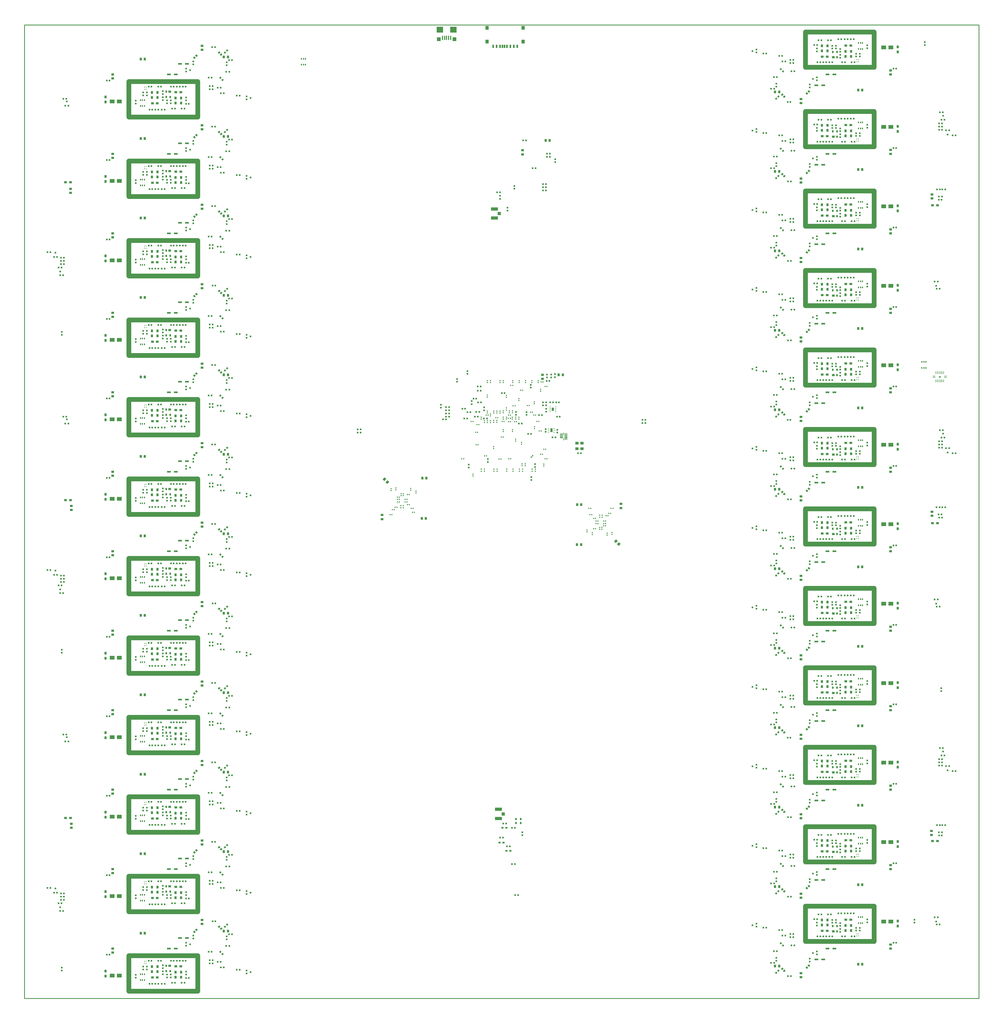
<source format=gbp>
*
*
G04 PADS9.1 Build Number: 384028 generated Gerber (RS-274-X) file*
G04 PC Version=2.1*
*
%IN "radiant_v1_finalcheck.p"*%
*
%MOIN*%
*
%FSLAX35Y35*%
*
*
*
*
G04 PC Standard Apertures*
*
*
G04 Thermal Relief Aperture macro.*
%AMTER*
1,1,$1,0,0*
1,0,$1-$2,0,0*
21,0,$3,$4,0,0,45*
21,0,$3,$4,0,0,135*
%
*
*
G04 Annular Aperture macro.*
%AMANN*
1,1,$1,0,0*
1,0,$2,0,0*
%
*
*
G04 Odd Aperture macro.*
%AMODD*
1,1,$1,0,0*
1,0,$1-0.005,0,0*
%
*
*
G04 PC Custom Aperture Macros*
*
*
*
*
*
*
G04 PC Aperture Table*
*
%ADD010C,0.001*%
%ADD015R,0.02X0.024*%
%ADD017C,0.002*%
%ADD022R,0.024X0.02*%
%ADD023R,0.025X0.02*%
%ADD028R,0.01969X0.01969*%
%ADD036R,0.01969X0.02362*%
%ADD043R,0.035X0.028*%
%ADD044R,0.038X0.03*%
%ADD062R,0.02362X0.01969*%
%ADD083R,0.012X0.016*%
%ADD084R,0.016X0.012*%
%ADD086R,0.01181X0.01378*%
%ADD116R,0.08661X0.04134*%
%ADD117R,0.04134X0.03937*%
%ADD125R,0.051X0.024*%
%ADD130C,0.05906*%
%ADD134C,0.01*%
%ADD143R,0.02X0.025*%
%ADD144R,0.028X0.035*%
%ADD145R,0.016X0.024*%
%ADD146R,0.02362X0.0315*%
%ADD147R,0.03543X0.0315*%
%ADD148R,0.06X0.05*%
%ADD149R,0.01063X0.01181*%
%ADD150R,0.03X0.038*%
%ADD151R,0.01654X0.02362*%
%ADD154R,0.01575X0.00906*%
%ADD155R,0.0315X0.05118*%
%ADD156R,0.04134X0.04724*%
%ADD157R,0.01969X0.03937*%
%ADD158R,0.01575X0.05315*%
%ADD159R,0.04724X0.05118*%
%ADD160R,0.08465X0.0748*%
%ADD161R,0.00866X0.03307*%
%ADD341R,0.00846X0.03445*%
%ADD342R,0.03445X0.00846*%
%ADD343R,0.0315X0.01575*%
%ADD348R,0.03937X0.03543*%
%ADD354R,0.0126X0.00827*%
%ADD355R,0.0252X0.04094*%
*
*
*
*
G04 PC Circuitry*
G04 Layer Name radiant_v1_finalcheck.p - circuitry*
%LPD*%
*
*
G04 PC Custom Flashes*
G04 Layer Name radiant_v1_finalcheck.p - flashes*
%LPD*%
*
*
G04 PC Circuitry*
G04 Layer Name radiant_v1_finalcheck.p - circuitry*
%LPD*%
*
G54D10*
G54D15*
G01X339772Y297000D03*
X336228D03*
X339772Y397000D03*
X336228D03*
X339772Y497000D03*
X336228D03*
X340272Y197000D03*
X336728D03*
X331928Y158500D03*
X335472D03*
X264826Y118099D03*
X268370D03*
X268326Y147099D03*
X271870D03*
X272826Y118099D03*
X276370D03*
X260870D03*
X257326D03*
X259870Y147099D03*
X256326D03*
X289370Y119599D03*
X285826D03*
X287870Y147099D03*
X284326D03*
X299326D03*
X302870D03*
X297826Y119599D03*
X301370D03*
X291826Y147099D03*
X295370D03*
X303326Y125599D03*
X306870D03*
X303326Y225599D03*
X306870D03*
X291826Y247099D03*
X295370D03*
X297826Y219599D03*
X301370D03*
X299326Y247099D03*
X302870D03*
X287870D03*
X284326D03*
X289370Y219599D03*
X285826D03*
X268326Y247099D03*
X271870D03*
X272826Y218099D03*
X276370D03*
X260870D03*
X257326D03*
X259870Y247099D03*
X256326D03*
X264826Y218099D03*
X268370D03*
X207272Y355000D03*
X203728D03*
X291826Y347099D03*
X295370D03*
X303326Y325599D03*
X306870D03*
X297826Y319599D03*
X301370D03*
X299326Y347099D03*
X302870D03*
X287870D03*
X284326D03*
X289370Y319599D03*
X285826D03*
X259870Y347099D03*
X256326D03*
X260870Y318099D03*
X257326D03*
X272826D03*
X276370D03*
X268326Y347099D03*
X271870D03*
X264826Y318099D03*
X268370D03*
X207272Y455000D03*
X203728D03*
X264826Y418099D03*
X268370D03*
X272826D03*
X276370D03*
X260870D03*
X257326D03*
X259870Y447099D03*
X256326D03*
X268326D03*
X271870D03*
X303326Y425599D03*
X306870D03*
X289370Y419599D03*
X285826D03*
X287870Y447099D03*
X284326D03*
X299326D03*
X302870D03*
X297826Y419599D03*
X301370D03*
X291826Y447099D03*
X295370D03*
X207272Y155000D03*
X203728D03*
X331928Y258500D03*
X335472D03*
X207272Y255000D03*
X203728D03*
X331928Y358500D03*
X335472D03*
X331928Y458500D03*
X335472D03*
X331928Y558500D03*
X335472D03*
X340272Y597000D03*
X336728D03*
X287870Y547099D03*
X284326D03*
X289370Y519599D03*
X285826D03*
X291826Y547099D03*
X295370D03*
X268326D03*
X271870D03*
X259870D03*
X256326D03*
X264826Y518099D03*
X268370D03*
X297826Y519599D03*
X301370D03*
X299326Y547099D03*
X302870D03*
X303326Y525599D03*
X306870D03*
X272826Y518099D03*
X276370D03*
X260870D03*
X257326D03*
X339772Y697000D03*
X336228D03*
X331928Y658500D03*
X335472D03*
X299326Y647099D03*
X302870D03*
X287870D03*
X284326D03*
X289370Y619599D03*
X285826D03*
X291826Y647099D03*
X295370D03*
X268326D03*
X271870D03*
X259870D03*
X256326D03*
X264826Y618099D03*
X268370D03*
X297826Y619599D03*
X301370D03*
X303326Y625599D03*
X306870D03*
X272826Y618099D03*
X276370D03*
X260870D03*
X257326D03*
X331928Y758500D03*
X335472D03*
X207272Y555000D03*
X203728D03*
X339772Y797000D03*
X336228D03*
X207272Y655000D03*
X203728D03*
X299326Y747099D03*
X302870D03*
X287870D03*
X284326D03*
X289370Y719599D03*
X285826D03*
X291826Y747099D03*
X295370D03*
X268326D03*
X271870D03*
X259870D03*
X256326D03*
X264826Y718099D03*
X268370D03*
X297826Y719599D03*
X301370D03*
X303326Y725599D03*
X306870D03*
X272826Y718099D03*
X276370D03*
X260870D03*
X257326D03*
X331928Y858500D03*
X335472D03*
X207272Y755000D03*
X203728D03*
X339772Y897000D03*
X336228D03*
X207272Y855000D03*
X203728D03*
X299326Y847099D03*
X302870D03*
X303326Y825599D03*
X306870D03*
X268326Y847099D03*
X271870D03*
X272826Y818099D03*
X276370D03*
X259870Y847099D03*
X256326D03*
X264826Y818099D03*
X268370D03*
X297826Y819599D03*
X301370D03*
X260870Y818099D03*
X257326D03*
X287870Y847099D03*
X284326D03*
X289370Y819599D03*
X285826D03*
X291826Y847099D03*
X295370D03*
X346772Y146000D03*
X343228D03*
X346772Y246000D03*
X343228D03*
X346813Y346000D03*
X343269D03*
X346772Y446000D03*
X343228D03*
X346772Y546000D03*
X343228D03*
X346772Y646000D03*
X343228D03*
X346813Y746000D03*
X343269D03*
X346772Y846000D03*
X343228D03*
X207272Y1055000D03*
X203728D03*
X207272Y1155000D03*
X203728D03*
X331928Y1258500D03*
X335472D03*
X207272Y1255000D03*
X203728D03*
X331928Y1158500D03*
X335472D03*
X207272Y955000D03*
X203728D03*
X331928Y1058500D03*
X335472D03*
X340272Y997000D03*
X336728D03*
X331928Y958500D03*
X335472D03*
X297826Y1219599D03*
X301370D03*
X299326Y1247099D03*
X302870D03*
X287870D03*
X284326D03*
X289370Y1219599D03*
X285826D03*
X291826Y1247099D03*
X295370D03*
X303326Y1225599D03*
X306870D03*
X268326Y1247099D03*
X271870D03*
X272826Y1218099D03*
X276370D03*
X260870D03*
X257326D03*
X259870Y1247099D03*
X256326D03*
X264826Y1218099D03*
X268370D03*
X346772Y1246000D03*
X343228D03*
X339772Y1297000D03*
X336228D03*
X297826Y1119599D03*
X301370D03*
X299326Y1147099D03*
X302870D03*
X287870D03*
X284326D03*
X289370Y1119599D03*
X285826D03*
X291826Y1147099D03*
X295370D03*
X303326Y1125599D03*
X306870D03*
X268326Y1147099D03*
X271870D03*
X272826Y1118099D03*
X276370D03*
X260870D03*
X257326D03*
X259870Y1147099D03*
X256326D03*
X264826Y1118099D03*
X268370D03*
X346813Y1146000D03*
X343269D03*
X339772Y1197000D03*
X336228D03*
X297826Y1019599D03*
X301370D03*
X299326Y1047099D03*
X302870D03*
X287870D03*
X284326D03*
X289370Y1019599D03*
X285826D03*
X291826Y1047099D03*
X295370D03*
X303326Y1025599D03*
X306870D03*
X268326Y1047099D03*
X271870D03*
X272826Y1018099D03*
X276370D03*
X260870D03*
X257326D03*
X259870Y1047099D03*
X256326D03*
X264826Y1018099D03*
X268370D03*
X346772Y1046000D03*
X343228D03*
X339772Y1097000D03*
X336228D03*
X297826Y919599D03*
X301370D03*
X299326Y947099D03*
X302870D03*
X287870D03*
X284326D03*
X289370Y919599D03*
X285826D03*
X291826Y947099D03*
X295370D03*
X303326Y925599D03*
X306870D03*
X268326Y947099D03*
X271870D03*
X272826Y918099D03*
X276370D03*
X260870D03*
X257326D03*
X259870Y947099D03*
X256326D03*
X264826Y918099D03*
X268370D03*
X346772Y946000D03*
X343228D03*
X1254228Y1118000D03*
X1257772D03*
X1053228Y1279000D03*
X1056772D03*
X1059728Y1228000D03*
X1063272D03*
X1068072Y1266500D03*
X1064528D03*
X1102174Y1305401D03*
X1098630D03*
X1100674Y1277901D03*
X1097130D03*
X1112130D03*
X1115674D03*
X1110630Y1305401D03*
X1114174D03*
X1108174Y1277901D03*
X1104630D03*
X1096674Y1299401D03*
X1093130D03*
X1131674Y1277901D03*
X1128130D03*
X1127174Y1306901D03*
X1123630D03*
X1139130D03*
X1142674D03*
X1140130Y1277901D03*
X1143674D03*
X1135174Y1306901D03*
X1131630D03*
X1068072Y1166500D03*
X1064528D03*
X1060228Y1128000D03*
X1063772D03*
X1053228Y1179000D03*
X1056772D03*
X1102174Y1205401D03*
X1098630D03*
X1100674Y1177901D03*
X1097130D03*
X1112130D03*
X1115674D03*
X1110630Y1205401D03*
X1114174D03*
X1108174Y1177901D03*
X1104630D03*
X1096674Y1199401D03*
X1093130D03*
X1131674Y1177901D03*
X1128130D03*
X1127174Y1206901D03*
X1123630D03*
X1139130D03*
X1142674D03*
X1140130Y1177901D03*
X1143674D03*
X1135174Y1206901D03*
X1131630D03*
X1053187Y1079000D03*
X1056731D03*
X1068072Y1066500D03*
X1064528D03*
X1192728Y1270000D03*
X1196272D03*
X1060228Y1028000D03*
X1063772D03*
X1102174Y1105401D03*
X1098630D03*
X1100674Y1077901D03*
X1097130D03*
X1112130D03*
X1115674D03*
X1110630Y1105401D03*
X1114174D03*
X1192728Y1170000D03*
X1196272D03*
X1108174Y1077901D03*
X1104630D03*
X1096674Y1099401D03*
X1093130D03*
X1131674Y1077901D03*
X1128130D03*
X1127174Y1106901D03*
X1123630D03*
X1139130D03*
X1142674D03*
X1140130Y1077901D03*
X1143674D03*
X1135174Y1106901D03*
X1131630D03*
X1053228Y979000D03*
X1056772D03*
X1068072Y966500D03*
X1064528D03*
X1192728Y1070000D03*
X1196272D03*
X1060228Y928000D03*
X1063772D03*
X1192728Y970000D03*
X1196272D03*
X1102174Y1005401D03*
X1098630D03*
X1100674Y977901D03*
X1097130D03*
X1112130D03*
X1115674D03*
X1110630Y1005401D03*
X1114174D03*
X1096674Y999401D03*
X1093130D03*
X1131674Y977901D03*
X1128130D03*
X1127174Y1006901D03*
X1123630D03*
X1139130D03*
X1142674D03*
X1140130Y977901D03*
X1143674D03*
X1108174D03*
X1104630D03*
X1135174Y1006901D03*
X1131630D03*
X1254228Y718000D03*
X1257772D03*
X1068072Y866500D03*
X1064528D03*
X1053228Y879000D03*
X1056772D03*
X1059728Y828000D03*
X1063272D03*
X1102174Y905401D03*
X1098630D03*
X1100674Y877901D03*
X1097130D03*
X1112130D03*
X1115674D03*
X1110630Y905401D03*
X1114174D03*
X1108174Y877901D03*
X1104630D03*
X1096674Y899401D03*
X1093130D03*
X1131674Y877901D03*
X1128130D03*
X1127174Y906901D03*
X1123630D03*
X1139130D03*
X1142674D03*
X1140130Y877901D03*
X1143674D03*
X1135174Y906901D03*
X1131630D03*
X1053228Y779000D03*
X1056772D03*
X1068072Y766500D03*
X1064528D03*
X1060228Y728000D03*
X1063772D03*
X1102174Y805401D03*
X1098630D03*
X1100674Y777901D03*
X1097130D03*
X1112130D03*
X1115674D03*
X1110630Y805401D03*
X1114174D03*
X1108174Y777901D03*
X1104630D03*
X1096674Y799401D03*
X1093130D03*
X1131674Y777901D03*
X1128130D03*
X1127174Y806901D03*
X1123630D03*
X1139130D03*
X1142674D03*
X1140130Y777901D03*
X1143674D03*
X1135174Y806901D03*
X1131630D03*
X1053187Y679000D03*
X1056731D03*
X1068072Y666500D03*
X1064528D03*
X1192728Y870000D03*
X1196272D03*
X1060228Y628000D03*
X1063772D03*
X1102174Y705401D03*
X1098630D03*
X1100674Y677901D03*
X1097130D03*
X1112130D03*
X1115674D03*
X1110630Y705401D03*
X1114174D03*
X1192728Y770000D03*
X1196272D03*
X1108174Y677901D03*
X1104630D03*
X1096674Y699401D03*
X1093130D03*
X1131674Y677901D03*
X1128130D03*
X1127174Y706901D03*
X1123630D03*
X1139130D03*
X1142674D03*
X1140130Y677901D03*
X1143674D03*
X1135174Y706901D03*
X1131630D03*
X1053228Y579000D03*
X1056772D03*
X1068072Y566500D03*
X1064528D03*
X1192728Y670000D03*
X1196272D03*
X1060228Y528000D03*
X1063772D03*
X1102174Y605401D03*
X1098630D03*
X1100674Y577901D03*
X1097130D03*
X1112130D03*
X1115674D03*
X1110630Y605401D03*
X1114174D03*
X1192728Y570000D03*
X1196272D03*
X1108174Y577901D03*
X1104630D03*
X1096674Y599401D03*
X1093130D03*
X1131674Y577901D03*
X1128130D03*
X1127174Y606901D03*
X1123630D03*
X1139130D03*
X1142674D03*
X1140130Y577901D03*
X1143674D03*
X1135174Y606901D03*
X1131630D03*
X1068072Y466500D03*
X1064528D03*
X1053228Y479000D03*
X1056772D03*
X1059728Y428000D03*
X1063272D03*
X1053228Y379000D03*
X1056772D03*
X1068072Y366500D03*
X1064528D03*
X1060228Y328000D03*
X1063772D03*
X1053187Y279000D03*
X1056731D03*
X1068072Y266500D03*
X1064528D03*
X1192728Y470000D03*
X1196272D03*
X1060228Y228000D03*
X1063772D03*
X1053228Y179000D03*
X1056772D03*
X1068072Y166500D03*
X1064528D03*
X1192728Y270000D03*
X1196272D03*
X1060228Y128000D03*
X1063772D03*
X1102174Y505401D03*
X1098630D03*
X1100674Y477901D03*
X1097130D03*
X1112130D03*
X1115674D03*
X1110630Y505401D03*
X1114174D03*
X1108174Y477901D03*
X1104630D03*
X1096674Y499401D03*
X1093130D03*
X1131674Y477901D03*
X1128130D03*
X1127174Y506901D03*
X1123630D03*
X1139130D03*
X1142674D03*
X1140130Y477901D03*
X1143674D03*
X1135174Y506901D03*
X1131630D03*
X1102174Y405401D03*
X1098630D03*
X1100674Y377901D03*
X1097130D03*
X1112130D03*
X1115674D03*
X1110630Y405401D03*
X1114174D03*
X1108174Y377901D03*
X1104630D03*
X1096674Y399401D03*
X1093130D03*
X1131674Y377901D03*
X1128130D03*
X1127174Y406901D03*
X1123630D03*
X1139130D03*
X1142674D03*
X1140130Y377901D03*
X1143674D03*
X1135174Y406901D03*
X1131630D03*
X1102174Y305401D03*
X1098630D03*
X1100674Y277901D03*
X1097130D03*
X1112130D03*
X1115674D03*
X1110630Y305401D03*
X1114174D03*
X1108174Y277901D03*
X1104630D03*
X1096674Y299401D03*
X1093130D03*
X1131674Y277901D03*
X1128130D03*
X1127174Y306901D03*
X1123630D03*
X1139130D03*
X1142674D03*
X1140130Y277901D03*
X1143674D03*
X1135174Y306901D03*
X1131630D03*
X1192728Y370000D03*
X1196272D03*
X1192728Y170000D03*
X1196272D03*
X1102174Y205401D03*
X1098630D03*
X1100674Y177901D03*
X1097130D03*
X1112130D03*
X1115674D03*
X1110630Y205401D03*
X1114174D03*
X1108174Y177901D03*
X1104630D03*
X1096674Y199401D03*
X1093130D03*
X1131674Y177901D03*
X1128130D03*
X1127174Y206901D03*
X1123630D03*
X1139130D03*
X1142674D03*
X1140130Y177901D03*
X1143674D03*
X1135174Y206901D03*
X1131630D03*
X1254228Y318000D03*
X1257772D03*
X705772Y320000D03*
X702228D03*
X698172Y1114300D03*
X694628D03*
X716772Y314500D03*
X713228D03*
X710372Y291100D03*
X706828D03*
X701772Y302100D03*
X698228D03*
X716772Y269000D03*
X713228D03*
X717228Y230000D03*
X720772D03*
X350772Y139000D03*
X347228D03*
X350772Y239000D03*
X347228D03*
X1253272Y1105000D03*
X1249728D03*
X1253772Y705000D03*
X1250228D03*
X1253572Y304800D03*
X1250028D03*
X350772Y539000D03*
X347228D03*
X350772Y639000D03*
X347228D03*
X350772Y739000D03*
X347228D03*
X350772Y839000D03*
X347228D03*
X350772Y939000D03*
X347228D03*
X350772Y1039000D03*
X347228D03*
X350772Y1139000D03*
X347228D03*
X350772Y1239000D03*
X347228D03*
X1049228Y1286000D03*
X1052772D03*
X1049228Y1186000D03*
X1052772D03*
X1049228Y1086000D03*
X1052772D03*
X1049228Y986000D03*
X1052772D03*
X350772Y339000D03*
X347228D03*
X350772Y439000D03*
X347228D03*
X626628Y828600D03*
X630172D03*
X666628Y831800D03*
X670172D03*
X653228Y829500D03*
X656772D03*
X660772Y837500D03*
X657228D03*
X721828Y823200D03*
X725372D03*
X654272Y842000D03*
X650728D03*
X674172Y850000D03*
X670628D03*
X673772Y869700D03*
X670228D03*
X664728Y854500D03*
X668272D03*
X747228Y834000D03*
X750772D03*
X700428Y861400D03*
X703972D03*
X1049228Y886000D03*
X1052772D03*
X1049228Y786000D03*
X1052772D03*
X1049228Y686000D03*
X1052772D03*
X1049228Y586000D03*
X1052772D03*
X1049228Y486000D03*
X1052772D03*
X1049228Y386000D03*
X1052772D03*
X1049228Y286000D03*
X1052772D03*
X1049228Y186000D03*
X1052772D03*
X742772Y1144500D03*
X739228D03*
X727228Y1179500D03*
X730772D03*
X673772Y864500D03*
X670228D03*
X768728Y850000D03*
X772272D03*
X769728Y832000D03*
X773272D03*
X756728Y876700D03*
X760272D03*
X796228Y786000D03*
X799772D03*
X733528Y810300D03*
X737072D03*
G54D17*
X352108Y191359D02*
X350858Y190108D01*
X352108Y188858*
X353359Y190108*
X352108Y191359*
X351966Y189000D02*
X352251D01*
X351766Y189200D02*
X352451D01*
X351566Y189400D02*
X352651D01*
X351366Y189600D02*
X352851D01*
X351166Y189800D02*
X353051D01*
X350966Y190000D02*
X353251D01*
X350949Y190200D02*
X353267D01*
X351149Y190400D02*
X353067D01*
X351349Y190600D02*
X352867D01*
X351549Y190800D02*
X352667D01*
X351749Y191000D02*
X352467D01*
X351949Y191200D02*
X352267D01*
X351000Y189966D02*
Y190251D01*
X351200Y189766D02*
Y190451D01*
X351400Y189566D02*
Y190651D01*
X351600Y189366D02*
Y190851D01*
X351800Y189166D02*
Y191051D01*
X352000Y188966D02*
Y191251D01*
X352200Y188949D02*
Y191267D01*
X352400Y189149D02*
Y191067D01*
X352600Y189349D02*
Y190867D01*
X352800Y189549D02*
Y190667D01*
X353000Y189749D02*
Y190467D01*
X353200Y189949D02*
Y190267D01*
X354892Y194142D02*
X353641Y192892D01*
X354892Y191641*
X356142Y192892*
X354892Y194142*
X354733Y191800D02*
X355051D01*
X354533Y192000D02*
X355251D01*
X354333Y192200D02*
X355451D01*
X354133Y192400D02*
X355651D01*
X353933Y192600D02*
X355851D01*
X353733Y192800D02*
X356051D01*
X353749Y193000D02*
X356034D01*
X353949Y193200D02*
X355834D01*
X354149Y193400D02*
X355634D01*
X354349Y193600D02*
X355434D01*
X354549Y193800D02*
X355234D01*
X354749Y194000D02*
X355034D01*
X353800Y192733D02*
Y193051D01*
X354000Y192533D02*
Y193251D01*
X354200Y192333D02*
Y193451D01*
X354400Y192133D02*
Y193651D01*
X354600Y191933D02*
Y193851D01*
X354800Y191733D02*
Y194051D01*
X355000Y191749D02*
Y194034D01*
X355200Y191949D02*
Y193834D01*
X355400Y192149D02*
Y193634D01*
X355600Y192349D02*
Y193434D01*
X355800Y192549D02*
Y193234D01*
X356000Y192749D02*
Y193034D01*
X347559Y158492D02*
X346308Y159742D01*
X345058Y158492*
X346308Y157241*
X347559Y158492*
X346149Y157400D02*
X346467D01*
X345949Y157600D02*
X346667D01*
X345749Y157800D02*
X346867D01*
X345549Y158000D02*
X347067D01*
X345349Y158200D02*
X347267D01*
X345149Y158400D02*
X347467D01*
X345166Y158600D02*
X347451D01*
X345366Y158800D02*
X347251D01*
X345566Y159000D02*
X347051D01*
X345766Y159200D02*
X346851D01*
X345966Y159400D02*
X346651D01*
X346166Y159600D02*
X346451D01*
X345200Y158349D02*
Y158634D01*
X345400Y158149D02*
Y158834D01*
X345600Y157949D02*
Y159034D01*
X345800Y157749D02*
Y159234D01*
X346000Y157549D02*
Y159434D01*
X346200Y157349D02*
Y159634D01*
X346400Y157333D02*
Y159651D01*
X346600Y157533D02*
Y159451D01*
X346800Y157733D02*
Y159251D01*
X347000Y157933D02*
Y159051D01*
X347200Y158133D02*
Y158851D01*
X347400Y158333D02*
Y158651D01*
X350342Y155708D02*
X349092Y156959D01*
X347841Y155708*
X349092Y154458*
X350342Y155708*
X348949Y154600D02*
X349234D01*
X348749Y154800D02*
X349434D01*
X348549Y155000D02*
X349634D01*
X348349Y155200D02*
X349834D01*
X348149Y155400D02*
X350034D01*
X347949Y155600D02*
X350234D01*
X347933Y155800D02*
X350251D01*
X348133Y156000D02*
X350051D01*
X348333Y156200D02*
X349851D01*
X348533Y156400D02*
X349651D01*
X348733Y156600D02*
X349451D01*
X348933Y156800D02*
X349251D01*
X348000Y155549D02*
Y155867D01*
X348200Y155349D02*
Y156067D01*
X348400Y155149D02*
Y156267D01*
X348600Y154949D02*
Y156467D01*
X348800Y154749D02*
Y156667D01*
X349000Y154549D02*
Y156867D01*
X349200Y154566D02*
Y156851D01*
X349400Y154766D02*
Y156651D01*
X349600Y154966D02*
Y156451D01*
X349800Y155166D02*
Y156251D01*
X350000Y155366D02*
Y156051D01*
X350200Y155566D02*
Y155851D01*
X352108Y291359D02*
X350858Y290108D01*
X352108Y288858*
X353359Y290108*
X352108Y291359*
X351966Y289000D02*
X352251D01*
X351766Y289200D02*
X352451D01*
X351566Y289400D02*
X352651D01*
X351366Y289600D02*
X352851D01*
X351166Y289800D02*
X353051D01*
X350966Y290000D02*
X353251D01*
X350949Y290200D02*
X353267D01*
X351149Y290400D02*
X353067D01*
X351349Y290600D02*
X352867D01*
X351549Y290800D02*
X352667D01*
X351749Y291000D02*
X352467D01*
X351949Y291200D02*
X352267D01*
X351000Y289966D02*
Y290251D01*
X351200Y289766D02*
Y290451D01*
X351400Y289566D02*
Y290651D01*
X351600Y289366D02*
Y290851D01*
X351800Y289166D02*
Y291051D01*
X352000Y288966D02*
Y291251D01*
X352200Y288949D02*
Y291267D01*
X352400Y289149D02*
Y291067D01*
X352600Y289349D02*
Y290867D01*
X352800Y289549D02*
Y290667D01*
X353000Y289749D02*
Y290467D01*
X353200Y289949D02*
Y290267D01*
X354892Y294142D02*
X353641Y292892D01*
X354892Y291641*
X356142Y292892*
X354892Y294142*
X354733Y291800D02*
X355051D01*
X354533Y292000D02*
X355251D01*
X354333Y292200D02*
X355451D01*
X354133Y292400D02*
X355651D01*
X353933Y292600D02*
X355851D01*
X353733Y292800D02*
X356051D01*
X353749Y293000D02*
X356034D01*
X353949Y293200D02*
X355834D01*
X354149Y293400D02*
X355634D01*
X354349Y293600D02*
X355434D01*
X354549Y293800D02*
X355234D01*
X354749Y294000D02*
X355034D01*
X353800Y292733D02*
Y293051D01*
X354000Y292533D02*
Y293251D01*
X354200Y292333D02*
Y293451D01*
X354400Y292133D02*
Y293651D01*
X354600Y291933D02*
Y293851D01*
X354800Y291733D02*
Y294051D01*
X355000Y291749D02*
Y294034D01*
X355200Y291949D02*
Y293834D01*
X355400Y292149D02*
Y293634D01*
X355600Y292349D02*
Y293434D01*
X355800Y292549D02*
Y293234D01*
X356000Y292749D02*
Y293034D01*
X347559Y258492D02*
X346308Y259742D01*
X345058Y258492*
X346308Y257241*
X347559Y258492*
X346149Y257400D02*
X346467D01*
X345949Y257600D02*
X346667D01*
X345749Y257800D02*
X346867D01*
X345549Y258000D02*
X347067D01*
X345349Y258200D02*
X347267D01*
X345149Y258400D02*
X347467D01*
X345166Y258600D02*
X347451D01*
X345366Y258800D02*
X347251D01*
X345566Y259000D02*
X347051D01*
X345766Y259200D02*
X346851D01*
X345966Y259400D02*
X346651D01*
X346166Y259600D02*
X346451D01*
X345200Y258349D02*
Y258634D01*
X345400Y258149D02*
Y258834D01*
X345600Y257949D02*
Y259034D01*
X345800Y257749D02*
Y259234D01*
X346000Y257549D02*
Y259434D01*
X346200Y257349D02*
Y259634D01*
X346400Y257333D02*
Y259651D01*
X346600Y257533D02*
Y259451D01*
X346800Y257733D02*
Y259251D01*
X347000Y257933D02*
Y259051D01*
X347200Y258133D02*
Y258851D01*
X347400Y258333D02*
Y258651D01*
X350342Y255708D02*
X349092Y256959D01*
X347841Y255708*
X349092Y254458*
X350342Y255708*
X348949Y254600D02*
X349234D01*
X348749Y254800D02*
X349434D01*
X348549Y255000D02*
X349634D01*
X348349Y255200D02*
X349834D01*
X348149Y255400D02*
X350034D01*
X347949Y255600D02*
X350234D01*
X347933Y255800D02*
X350251D01*
X348133Y256000D02*
X350051D01*
X348333Y256200D02*
X349851D01*
X348533Y256400D02*
X349651D01*
X348733Y256600D02*
X349451D01*
X348933Y256800D02*
X349251D01*
X348000Y255549D02*
Y255867D01*
X348200Y255349D02*
Y256067D01*
X348400Y255149D02*
Y256267D01*
X348600Y254949D02*
Y256467D01*
X348800Y254749D02*
Y256667D01*
X349000Y254549D02*
Y256867D01*
X349200Y254566D02*
Y256851D01*
X349400Y254766D02*
Y256651D01*
X349600Y254966D02*
Y256451D01*
X349800Y255166D02*
Y256251D01*
X350000Y255366D02*
Y256051D01*
X350200Y255566D02*
Y255851D01*
X352108Y391359D02*
X350858Y390108D01*
X352108Y388858*
X353359Y390108*
X352108Y391359*
X351966Y389000D02*
X352251D01*
X351766Y389200D02*
X352451D01*
X351566Y389400D02*
X352651D01*
X351366Y389600D02*
X352851D01*
X351166Y389800D02*
X353051D01*
X350966Y390000D02*
X353251D01*
X350949Y390200D02*
X353267D01*
X351149Y390400D02*
X353067D01*
X351349Y390600D02*
X352867D01*
X351549Y390800D02*
X352667D01*
X351749Y391000D02*
X352467D01*
X351949Y391200D02*
X352267D01*
X351000Y389966D02*
Y390251D01*
X351200Y389766D02*
Y390451D01*
X351400Y389566D02*
Y390651D01*
X351600Y389366D02*
Y390851D01*
X351800Y389166D02*
Y391051D01*
X352000Y388966D02*
Y391251D01*
X352200Y388949D02*
Y391267D01*
X352400Y389149D02*
Y391067D01*
X352600Y389349D02*
Y390867D01*
X352800Y389549D02*
Y390667D01*
X353000Y389749D02*
Y390467D01*
X353200Y389949D02*
Y390267D01*
X354892Y394142D02*
X353641Y392892D01*
X354892Y391641*
X356142Y392892*
X354892Y394142*
X354733Y391800D02*
X355051D01*
X354533Y392000D02*
X355251D01*
X354333Y392200D02*
X355451D01*
X354133Y392400D02*
X355651D01*
X353933Y392600D02*
X355851D01*
X353733Y392800D02*
X356051D01*
X353749Y393000D02*
X356034D01*
X353949Y393200D02*
X355834D01*
X354149Y393400D02*
X355634D01*
X354349Y393600D02*
X355434D01*
X354549Y393800D02*
X355234D01*
X354749Y394000D02*
X355034D01*
X353800Y392733D02*
Y393051D01*
X354000Y392533D02*
Y393251D01*
X354200Y392333D02*
Y393451D01*
X354400Y392133D02*
Y393651D01*
X354600Y391933D02*
Y393851D01*
X354800Y391733D02*
Y394051D01*
X355000Y391749D02*
Y394034D01*
X355200Y391949D02*
Y393834D01*
X355400Y392149D02*
Y393634D01*
X355600Y392349D02*
Y393434D01*
X355800Y392549D02*
Y393234D01*
X356000Y392749D02*
Y393034D01*
X347559Y358492D02*
X346308Y359742D01*
X345058Y358492*
X346308Y357241*
X347559Y358492*
X346149Y357400D02*
X346467D01*
X345949Y357600D02*
X346667D01*
X345749Y357800D02*
X346867D01*
X345549Y358000D02*
X347067D01*
X345349Y358200D02*
X347267D01*
X345149Y358400D02*
X347467D01*
X345166Y358600D02*
X347451D01*
X345366Y358800D02*
X347251D01*
X345566Y359000D02*
X347051D01*
X345766Y359200D02*
X346851D01*
X345966Y359400D02*
X346651D01*
X346166Y359600D02*
X346451D01*
X345200Y358349D02*
Y358634D01*
X345400Y358149D02*
Y358834D01*
X345600Y357949D02*
Y359034D01*
X345800Y357749D02*
Y359234D01*
X346000Y357549D02*
Y359434D01*
X346200Y357349D02*
Y359634D01*
X346400Y357333D02*
Y359651D01*
X346600Y357533D02*
Y359451D01*
X346800Y357733D02*
Y359251D01*
X347000Y357933D02*
Y359051D01*
X347200Y358133D02*
Y358851D01*
X347400Y358333D02*
Y358651D01*
X350342Y355708D02*
X349092Y356959D01*
X347841Y355708*
X349092Y354458*
X350342Y355708*
X348949Y354600D02*
X349234D01*
X348749Y354800D02*
X349434D01*
X348549Y355000D02*
X349634D01*
X348349Y355200D02*
X349834D01*
X348149Y355400D02*
X350034D01*
X347949Y355600D02*
X350234D01*
X347933Y355800D02*
X350251D01*
X348133Y356000D02*
X350051D01*
X348333Y356200D02*
X349851D01*
X348533Y356400D02*
X349651D01*
X348733Y356600D02*
X349451D01*
X348933Y356800D02*
X349251D01*
X348000Y355549D02*
Y355867D01*
X348200Y355349D02*
Y356067D01*
X348400Y355149D02*
Y356267D01*
X348600Y354949D02*
Y356467D01*
X348800Y354749D02*
Y356667D01*
X349000Y354549D02*
Y356867D01*
X349200Y354566D02*
Y356851D01*
X349400Y354766D02*
Y356651D01*
X349600Y354966D02*
Y356451D01*
X349800Y355166D02*
Y356251D01*
X350000Y355366D02*
Y356051D01*
X350200Y355566D02*
Y355851D01*
X347559Y458492D02*
X346308Y459742D01*
X345058Y458492*
X346308Y457241*
X347559Y458492*
X346149Y457400D02*
X346467D01*
X345949Y457600D02*
X346667D01*
X345749Y457800D02*
X346867D01*
X345549Y458000D02*
X347067D01*
X345349Y458200D02*
X347267D01*
X345149Y458400D02*
X347467D01*
X345166Y458600D02*
X347451D01*
X345366Y458800D02*
X347251D01*
X345566Y459000D02*
X347051D01*
X345766Y459200D02*
X346851D01*
X345966Y459400D02*
X346651D01*
X346166Y459600D02*
X346451D01*
X345200Y458349D02*
Y458634D01*
X345400Y458149D02*
Y458834D01*
X345600Y457949D02*
Y459034D01*
X345800Y457749D02*
Y459234D01*
X346000Y457549D02*
Y459434D01*
X346200Y457349D02*
Y459634D01*
X346400Y457333D02*
Y459651D01*
X346600Y457533D02*
Y459451D01*
X346800Y457733D02*
Y459251D01*
X347000Y457933D02*
Y459051D01*
X347200Y458133D02*
Y458851D01*
X347400Y458333D02*
Y458651D01*
X350342Y455708D02*
X349092Y456959D01*
X347841Y455708*
X349092Y454458*
X350342Y455708*
X348949Y454600D02*
X349234D01*
X348749Y454800D02*
X349434D01*
X348549Y455000D02*
X349634D01*
X348349Y455200D02*
X349834D01*
X348149Y455400D02*
X350034D01*
X347949Y455600D02*
X350234D01*
X347933Y455800D02*
X350251D01*
X348133Y456000D02*
X350051D01*
X348333Y456200D02*
X349851D01*
X348533Y456400D02*
X349651D01*
X348733Y456600D02*
X349451D01*
X348933Y456800D02*
X349251D01*
X348000Y455549D02*
Y455867D01*
X348200Y455349D02*
Y456067D01*
X348400Y455149D02*
Y456267D01*
X348600Y454949D02*
Y456467D01*
X348800Y454749D02*
Y456667D01*
X349000Y454549D02*
Y456867D01*
X349200Y454566D02*
Y456851D01*
X349400Y454766D02*
Y456651D01*
X349600Y454966D02*
Y456451D01*
X349800Y455166D02*
Y456251D01*
X350000Y455366D02*
Y456051D01*
X350200Y455566D02*
Y455851D01*
X352108Y491359D02*
X350858Y490108D01*
X352108Y488858*
X353359Y490108*
X352108Y491359*
X351966Y489000D02*
X352251D01*
X351766Y489200D02*
X352451D01*
X351566Y489400D02*
X352651D01*
X351366Y489600D02*
X352851D01*
X351166Y489800D02*
X353051D01*
X350966Y490000D02*
X353251D01*
X350949Y490200D02*
X353267D01*
X351149Y490400D02*
X353067D01*
X351349Y490600D02*
X352867D01*
X351549Y490800D02*
X352667D01*
X351749Y491000D02*
X352467D01*
X351949Y491200D02*
X352267D01*
X351000Y489966D02*
Y490251D01*
X351200Y489766D02*
Y490451D01*
X351400Y489566D02*
Y490651D01*
X351600Y489366D02*
Y490851D01*
X351800Y489166D02*
Y491051D01*
X352000Y488966D02*
Y491251D01*
X352200Y488949D02*
Y491267D01*
X352400Y489149D02*
Y491067D01*
X352600Y489349D02*
Y490867D01*
X352800Y489549D02*
Y490667D01*
X353000Y489749D02*
Y490467D01*
X353200Y489949D02*
Y490267D01*
X354892Y494142D02*
X353641Y492892D01*
X354892Y491641*
X356142Y492892*
X354892Y494142*
X354733Y491800D02*
X355051D01*
X354533Y492000D02*
X355251D01*
X354333Y492200D02*
X355451D01*
X354133Y492400D02*
X355651D01*
X353933Y492600D02*
X355851D01*
X353733Y492800D02*
X356051D01*
X353749Y493000D02*
X356034D01*
X353949Y493200D02*
X355834D01*
X354149Y493400D02*
X355634D01*
X354349Y493600D02*
X355434D01*
X354549Y493800D02*
X355234D01*
X354749Y494000D02*
X355034D01*
X353800Y492733D02*
Y493051D01*
X354000Y492533D02*
Y493251D01*
X354200Y492333D02*
Y493451D01*
X354400Y492133D02*
Y493651D01*
X354600Y491933D02*
Y493851D01*
X354800Y491733D02*
Y494051D01*
X355000Y491749D02*
Y494034D01*
X355200Y491949D02*
Y493834D01*
X355400Y492149D02*
Y493634D01*
X355600Y492349D02*
Y493434D01*
X355800Y492549D02*
Y493234D01*
X356000Y492749D02*
Y493034D01*
X352108Y591359D02*
X350858Y590108D01*
X352108Y588858*
X353359Y590108*
X352108Y591359*
X351966Y589000D02*
X352251D01*
X351766Y589200D02*
X352451D01*
X351566Y589400D02*
X352651D01*
X351366Y589600D02*
X352851D01*
X351166Y589800D02*
X353051D01*
X350966Y590000D02*
X353251D01*
X350949Y590200D02*
X353267D01*
X351149Y590400D02*
X353067D01*
X351349Y590600D02*
X352867D01*
X351549Y590800D02*
X352667D01*
X351749Y591000D02*
X352467D01*
X351949Y591200D02*
X352267D01*
X351000Y589966D02*
Y590251D01*
X351200Y589766D02*
Y590451D01*
X351400Y589566D02*
Y590651D01*
X351600Y589366D02*
Y590851D01*
X351800Y589166D02*
Y591051D01*
X352000Y588966D02*
Y591251D01*
X352200Y588949D02*
Y591267D01*
X352400Y589149D02*
Y591067D01*
X352600Y589349D02*
Y590867D01*
X352800Y589549D02*
Y590667D01*
X353000Y589749D02*
Y590467D01*
X353200Y589949D02*
Y590267D01*
X354892Y594142D02*
X353641Y592892D01*
X354892Y591641*
X356142Y592892*
X354892Y594142*
X354733Y591800D02*
X355051D01*
X354533Y592000D02*
X355251D01*
X354333Y592200D02*
X355451D01*
X354133Y592400D02*
X355651D01*
X353933Y592600D02*
X355851D01*
X353733Y592800D02*
X356051D01*
X353749Y593000D02*
X356034D01*
X353949Y593200D02*
X355834D01*
X354149Y593400D02*
X355634D01*
X354349Y593600D02*
X355434D01*
X354549Y593800D02*
X355234D01*
X354749Y594000D02*
X355034D01*
X353800Y592733D02*
Y593051D01*
X354000Y592533D02*
Y593251D01*
X354200Y592333D02*
Y593451D01*
X354400Y592133D02*
Y593651D01*
X354600Y591933D02*
Y593851D01*
X354800Y591733D02*
Y594051D01*
X355000Y591749D02*
Y594034D01*
X355200Y591949D02*
Y593834D01*
X355400Y592149D02*
Y593634D01*
X355600Y592349D02*
Y593434D01*
X355800Y592549D02*
Y593234D01*
X356000Y592749D02*
Y593034D01*
X347559Y558492D02*
X346308Y559742D01*
X345058Y558492*
X346308Y557241*
X347559Y558492*
X346149Y557400D02*
X346467D01*
X345949Y557600D02*
X346667D01*
X345749Y557800D02*
X346867D01*
X345549Y558000D02*
X347067D01*
X345349Y558200D02*
X347267D01*
X345149Y558400D02*
X347467D01*
X345166Y558600D02*
X347451D01*
X345366Y558800D02*
X347251D01*
X345566Y559000D02*
X347051D01*
X345766Y559200D02*
X346851D01*
X345966Y559400D02*
X346651D01*
X346166Y559600D02*
X346451D01*
X345200Y558349D02*
Y558634D01*
X345400Y558149D02*
Y558834D01*
X345600Y557949D02*
Y559034D01*
X345800Y557749D02*
Y559234D01*
X346000Y557549D02*
Y559434D01*
X346200Y557349D02*
Y559634D01*
X346400Y557333D02*
Y559651D01*
X346600Y557533D02*
Y559451D01*
X346800Y557733D02*
Y559251D01*
X347000Y557933D02*
Y559051D01*
X347200Y558133D02*
Y558851D01*
X347400Y558333D02*
Y558651D01*
X350342Y555708D02*
X349092Y556959D01*
X347841Y555708*
X349092Y554458*
X350342Y555708*
X348949Y554600D02*
X349234D01*
X348749Y554800D02*
X349434D01*
X348549Y555000D02*
X349634D01*
X348349Y555200D02*
X349834D01*
X348149Y555400D02*
X350034D01*
X347949Y555600D02*
X350234D01*
X347933Y555800D02*
X350251D01*
X348133Y556000D02*
X350051D01*
X348333Y556200D02*
X349851D01*
X348533Y556400D02*
X349651D01*
X348733Y556600D02*
X349451D01*
X348933Y556800D02*
X349251D01*
X348000Y555549D02*
Y555867D01*
X348200Y555349D02*
Y556067D01*
X348400Y555149D02*
Y556267D01*
X348600Y554949D02*
Y556467D01*
X348800Y554749D02*
Y556667D01*
X349000Y554549D02*
Y556867D01*
X349200Y554566D02*
Y556851D01*
X349400Y554766D02*
Y556651D01*
X349600Y554966D02*
Y556451D01*
X349800Y555166D02*
Y556251D01*
X350000Y555366D02*
Y556051D01*
X350200Y555566D02*
Y555851D01*
X347559Y658492D02*
X346308Y659742D01*
X345058Y658492*
X346308Y657241*
X347559Y658492*
X346149Y657400D02*
X346467D01*
X345949Y657600D02*
X346667D01*
X345749Y657800D02*
X346867D01*
X345549Y658000D02*
X347067D01*
X345349Y658200D02*
X347267D01*
X345149Y658400D02*
X347467D01*
X345166Y658600D02*
X347451D01*
X345366Y658800D02*
X347251D01*
X345566Y659000D02*
X347051D01*
X345766Y659200D02*
X346851D01*
X345966Y659400D02*
X346651D01*
X346166Y659600D02*
X346451D01*
X345200Y658349D02*
Y658634D01*
X345400Y658149D02*
Y658834D01*
X345600Y657949D02*
Y659034D01*
X345800Y657749D02*
Y659234D01*
X346000Y657549D02*
Y659434D01*
X346200Y657349D02*
Y659634D01*
X346400Y657333D02*
Y659651D01*
X346600Y657533D02*
Y659451D01*
X346800Y657733D02*
Y659251D01*
X347000Y657933D02*
Y659051D01*
X347200Y658133D02*
Y658851D01*
X347400Y658333D02*
Y658651D01*
X350342Y655708D02*
X349092Y656959D01*
X347841Y655708*
X349092Y654458*
X350342Y655708*
X348949Y654600D02*
X349234D01*
X348749Y654800D02*
X349434D01*
X348549Y655000D02*
X349634D01*
X348349Y655200D02*
X349834D01*
X348149Y655400D02*
X350034D01*
X347949Y655600D02*
X350234D01*
X347933Y655800D02*
X350251D01*
X348133Y656000D02*
X350051D01*
X348333Y656200D02*
X349851D01*
X348533Y656400D02*
X349651D01*
X348733Y656600D02*
X349451D01*
X348933Y656800D02*
X349251D01*
X348000Y655549D02*
Y655867D01*
X348200Y655349D02*
Y656067D01*
X348400Y655149D02*
Y656267D01*
X348600Y654949D02*
Y656467D01*
X348800Y654749D02*
Y656667D01*
X349000Y654549D02*
Y656867D01*
X349200Y654566D02*
Y656851D01*
X349400Y654766D02*
Y656651D01*
X349600Y654966D02*
Y656451D01*
X349800Y655166D02*
Y656251D01*
X350000Y655366D02*
Y656051D01*
X350200Y655566D02*
Y655851D01*
X352108Y691359D02*
X350858Y690108D01*
X352108Y688858*
X353359Y690108*
X352108Y691359*
X351966Y689000D02*
X352251D01*
X351766Y689200D02*
X352451D01*
X351566Y689400D02*
X352651D01*
X351366Y689600D02*
X352851D01*
X351166Y689800D02*
X353051D01*
X350966Y690000D02*
X353251D01*
X350949Y690200D02*
X353267D01*
X351149Y690400D02*
X353067D01*
X351349Y690600D02*
X352867D01*
X351549Y690800D02*
X352667D01*
X351749Y691000D02*
X352467D01*
X351949Y691200D02*
X352267D01*
X351000Y689966D02*
Y690251D01*
X351200Y689766D02*
Y690451D01*
X351400Y689566D02*
Y690651D01*
X351600Y689366D02*
Y690851D01*
X351800Y689166D02*
Y691051D01*
X352000Y688966D02*
Y691251D01*
X352200Y688949D02*
Y691267D01*
X352400Y689149D02*
Y691067D01*
X352600Y689349D02*
Y690867D01*
X352800Y689549D02*
Y690667D01*
X353000Y689749D02*
Y690467D01*
X353200Y689949D02*
Y690267D01*
X354892Y694142D02*
X353641Y692892D01*
X354892Y691641*
X356142Y692892*
X354892Y694142*
X354733Y691800D02*
X355051D01*
X354533Y692000D02*
X355251D01*
X354333Y692200D02*
X355451D01*
X354133Y692400D02*
X355651D01*
X353933Y692600D02*
X355851D01*
X353733Y692800D02*
X356051D01*
X353749Y693000D02*
X356034D01*
X353949Y693200D02*
X355834D01*
X354149Y693400D02*
X355634D01*
X354349Y693600D02*
X355434D01*
X354549Y693800D02*
X355234D01*
X354749Y694000D02*
X355034D01*
X353800Y692733D02*
Y693051D01*
X354000Y692533D02*
Y693251D01*
X354200Y692333D02*
Y693451D01*
X354400Y692133D02*
Y693651D01*
X354600Y691933D02*
Y693851D01*
X354800Y691733D02*
Y694051D01*
X355000Y691749D02*
Y694034D01*
X355200Y691949D02*
Y693834D01*
X355400Y692149D02*
Y693634D01*
X355600Y692349D02*
Y693434D01*
X355800Y692549D02*
Y693234D01*
X356000Y692749D02*
Y693034D01*
X347559Y758492D02*
X346308Y759742D01*
X345058Y758492*
X346308Y757241*
X347559Y758492*
X346149Y757400D02*
X346467D01*
X345949Y757600D02*
X346667D01*
X345749Y757800D02*
X346867D01*
X345549Y758000D02*
X347067D01*
X345349Y758200D02*
X347267D01*
X345149Y758400D02*
X347467D01*
X345166Y758600D02*
X347451D01*
X345366Y758800D02*
X347251D01*
X345566Y759000D02*
X347051D01*
X345766Y759200D02*
X346851D01*
X345966Y759400D02*
X346651D01*
X346166Y759600D02*
X346451D01*
X345200Y758349D02*
Y758634D01*
X345400Y758149D02*
Y758834D01*
X345600Y757949D02*
Y759034D01*
X345800Y757749D02*
Y759234D01*
X346000Y757549D02*
Y759434D01*
X346200Y757349D02*
Y759634D01*
X346400Y757333D02*
Y759651D01*
X346600Y757533D02*
Y759451D01*
X346800Y757733D02*
Y759251D01*
X347000Y757933D02*
Y759051D01*
X347200Y758133D02*
Y758851D01*
X347400Y758333D02*
Y758651D01*
X350342Y755708D02*
X349092Y756959D01*
X347841Y755708*
X349092Y754458*
X350342Y755708*
X348949Y754600D02*
X349234D01*
X348749Y754800D02*
X349434D01*
X348549Y755000D02*
X349634D01*
X348349Y755200D02*
X349834D01*
X348149Y755400D02*
X350034D01*
X347949Y755600D02*
X350234D01*
X347933Y755800D02*
X350251D01*
X348133Y756000D02*
X350051D01*
X348333Y756200D02*
X349851D01*
X348533Y756400D02*
X349651D01*
X348733Y756600D02*
X349451D01*
X348933Y756800D02*
X349251D01*
X348000Y755549D02*
Y755867D01*
X348200Y755349D02*
Y756067D01*
X348400Y755149D02*
Y756267D01*
X348600Y754949D02*
Y756467D01*
X348800Y754749D02*
Y756667D01*
X349000Y754549D02*
Y756867D01*
X349200Y754566D02*
Y756851D01*
X349400Y754766D02*
Y756651D01*
X349600Y754966D02*
Y756451D01*
X349800Y755166D02*
Y756251D01*
X350000Y755366D02*
Y756051D01*
X350200Y755566D02*
Y755851D01*
X352108Y791359D02*
X350858Y790108D01*
X352108Y788858*
X353359Y790108*
X352108Y791359*
X351966Y789000D02*
X352251D01*
X351766Y789200D02*
X352451D01*
X351566Y789400D02*
X352651D01*
X351366Y789600D02*
X352851D01*
X351166Y789800D02*
X353051D01*
X350966Y790000D02*
X353251D01*
X350949Y790200D02*
X353267D01*
X351149Y790400D02*
X353067D01*
X351349Y790600D02*
X352867D01*
X351549Y790800D02*
X352667D01*
X351749Y791000D02*
X352467D01*
X351949Y791200D02*
X352267D01*
X351000Y789966D02*
Y790251D01*
X351200Y789766D02*
Y790451D01*
X351400Y789566D02*
Y790651D01*
X351600Y789366D02*
Y790851D01*
X351800Y789166D02*
Y791051D01*
X352000Y788966D02*
Y791251D01*
X352200Y788949D02*
Y791267D01*
X352400Y789149D02*
Y791067D01*
X352600Y789349D02*
Y790867D01*
X352800Y789549D02*
Y790667D01*
X353000Y789749D02*
Y790467D01*
X353200Y789949D02*
Y790267D01*
X354892Y794142D02*
X353641Y792892D01*
X354892Y791641*
X356142Y792892*
X354892Y794142*
X354733Y791800D02*
X355051D01*
X354533Y792000D02*
X355251D01*
X354333Y792200D02*
X355451D01*
X354133Y792400D02*
X355651D01*
X353933Y792600D02*
X355851D01*
X353733Y792800D02*
X356051D01*
X353749Y793000D02*
X356034D01*
X353949Y793200D02*
X355834D01*
X354149Y793400D02*
X355634D01*
X354349Y793600D02*
X355434D01*
X354549Y793800D02*
X355234D01*
X354749Y794000D02*
X355034D01*
X353800Y792733D02*
Y793051D01*
X354000Y792533D02*
Y793251D01*
X354200Y792333D02*
Y793451D01*
X354400Y792133D02*
Y793651D01*
X354600Y791933D02*
Y793851D01*
X354800Y791733D02*
Y794051D01*
X355000Y791749D02*
Y794034D01*
X355200Y791949D02*
Y793834D01*
X355400Y792149D02*
Y793634D01*
X355600Y792349D02*
Y793434D01*
X355800Y792549D02*
Y793234D01*
X356000Y792749D02*
Y793034D01*
X347559Y858492D02*
X346308Y859742D01*
X345058Y858492*
X346308Y857241*
X347559Y858492*
X346149Y857400D02*
X346467D01*
X345949Y857600D02*
X346667D01*
X345749Y857800D02*
X346867D01*
X345549Y858000D02*
X347067D01*
X345349Y858200D02*
X347267D01*
X345149Y858400D02*
X347467D01*
X345166Y858600D02*
X347451D01*
X345366Y858800D02*
X347251D01*
X345566Y859000D02*
X347051D01*
X345766Y859200D02*
X346851D01*
X345966Y859400D02*
X346651D01*
X346166Y859600D02*
X346451D01*
X345200Y858349D02*
Y858634D01*
X345400Y858149D02*
Y858834D01*
X345600Y857949D02*
Y859034D01*
X345800Y857749D02*
Y859234D01*
X346000Y857549D02*
Y859434D01*
X346200Y857349D02*
Y859634D01*
X346400Y857333D02*
Y859651D01*
X346600Y857533D02*
Y859451D01*
X346800Y857733D02*
Y859251D01*
X347000Y857933D02*
Y859051D01*
X347200Y858133D02*
Y858851D01*
X347400Y858333D02*
Y858651D01*
X350342Y855708D02*
X349092Y856959D01*
X347841Y855708*
X349092Y854458*
X350342Y855708*
X348949Y854600D02*
X349234D01*
X348749Y854800D02*
X349434D01*
X348549Y855000D02*
X349634D01*
X348349Y855200D02*
X349834D01*
X348149Y855400D02*
X350034D01*
X347949Y855600D02*
X350234D01*
X347933Y855800D02*
X350251D01*
X348133Y856000D02*
X350051D01*
X348333Y856200D02*
X349851D01*
X348533Y856400D02*
X349651D01*
X348733Y856600D02*
X349451D01*
X348933Y856800D02*
X349251D01*
X348000Y855549D02*
Y855867D01*
X348200Y855349D02*
Y856067D01*
X348400Y855149D02*
Y856267D01*
X348600Y854949D02*
Y856467D01*
X348800Y854749D02*
Y856667D01*
X349000Y854549D02*
Y856867D01*
X349200Y854566D02*
Y856851D01*
X349400Y854766D02*
Y856651D01*
X349600Y854966D02*
Y856451D01*
X349800Y855166D02*
Y856251D01*
X350000Y855366D02*
Y856051D01*
X350200Y855566D02*
Y855851D01*
X352108Y891359D02*
X350858Y890108D01*
X352108Y888858*
X353359Y890108*
X352108Y891359*
X351966Y889000D02*
X352251D01*
X351766Y889200D02*
X352451D01*
X351566Y889400D02*
X352651D01*
X351366Y889600D02*
X352851D01*
X351166Y889800D02*
X353051D01*
X350966Y890000D02*
X353251D01*
X350949Y890200D02*
X353267D01*
X351149Y890400D02*
X353067D01*
X351349Y890600D02*
X352867D01*
X351549Y890800D02*
X352667D01*
X351749Y891000D02*
X352467D01*
X351949Y891200D02*
X352267D01*
X351000Y889966D02*
Y890251D01*
X351200Y889766D02*
Y890451D01*
X351400Y889566D02*
Y890651D01*
X351600Y889366D02*
Y890851D01*
X351800Y889166D02*
Y891051D01*
X352000Y888966D02*
Y891251D01*
X352200Y888949D02*
Y891267D01*
X352400Y889149D02*
Y891067D01*
X352600Y889349D02*
Y890867D01*
X352800Y889549D02*
Y890667D01*
X353000Y889749D02*
Y890467D01*
X353200Y889949D02*
Y890267D01*
X354892Y894142D02*
X353641Y892892D01*
X354892Y891641*
X356142Y892892*
X354892Y894142*
X354733Y891800D02*
X355051D01*
X354533Y892000D02*
X355251D01*
X354333Y892200D02*
X355451D01*
X354133Y892400D02*
X355651D01*
X353933Y892600D02*
X355851D01*
X353733Y892800D02*
X356051D01*
X353749Y893000D02*
X356034D01*
X353949Y893200D02*
X355834D01*
X354149Y893400D02*
X355634D01*
X354349Y893600D02*
X355434D01*
X354549Y893800D02*
X355234D01*
X354749Y894000D02*
X355034D01*
X353800Y892733D02*
Y893051D01*
X354000Y892533D02*
Y893251D01*
X354200Y892333D02*
Y893451D01*
X354400Y892133D02*
Y893651D01*
X354600Y891933D02*
Y893851D01*
X354800Y891733D02*
Y894051D01*
X355000Y891749D02*
Y894034D01*
X355200Y891949D02*
Y893834D01*
X355400Y892149D02*
Y893634D01*
X355600Y892349D02*
Y893434D01*
X355800Y892549D02*
Y893234D01*
X356000Y892749D02*
Y893034D01*
X347559Y958492D02*
X346308Y959742D01*
X345058Y958492*
X346308Y957241*
X347559Y958492*
X346149Y957400D02*
X346467D01*
X345949Y957600D02*
X346667D01*
X345749Y957800D02*
X346867D01*
X345549Y958000D02*
X347067D01*
X345349Y958200D02*
X347267D01*
X345149Y958400D02*
X347467D01*
X345166Y958600D02*
X347451D01*
X345366Y958800D02*
X347251D01*
X345566Y959000D02*
X347051D01*
X345766Y959200D02*
X346851D01*
X345966Y959400D02*
X346651D01*
X346166Y959600D02*
X346451D01*
X345200Y958349D02*
Y958634D01*
X345400Y958149D02*
Y958834D01*
X345600Y957949D02*
Y959034D01*
X345800Y957749D02*
Y959234D01*
X346000Y957549D02*
Y959434D01*
X346200Y957349D02*
Y959634D01*
X346400Y957333D02*
Y959651D01*
X346600Y957533D02*
Y959451D01*
X346800Y957733D02*
Y959251D01*
X347000Y957933D02*
Y959051D01*
X347200Y958133D02*
Y958851D01*
X347400Y958333D02*
Y958651D01*
X350342Y955708D02*
X349092Y956959D01*
X347841Y955708*
X349092Y954458*
X350342Y955708*
X348949Y954600D02*
X349234D01*
X348749Y954800D02*
X349434D01*
X348549Y955000D02*
X349634D01*
X348349Y955200D02*
X349834D01*
X348149Y955400D02*
X350034D01*
X347949Y955600D02*
X350234D01*
X347933Y955800D02*
X350251D01*
X348133Y956000D02*
X350051D01*
X348333Y956200D02*
X349851D01*
X348533Y956400D02*
X349651D01*
X348733Y956600D02*
X349451D01*
X348933Y956800D02*
X349251D01*
X348000Y955549D02*
Y955867D01*
X348200Y955349D02*
Y956067D01*
X348400Y955149D02*
Y956267D01*
X348600Y954949D02*
Y956467D01*
X348800Y954749D02*
Y956667D01*
X349000Y954549D02*
Y956867D01*
X349200Y954566D02*
Y956851D01*
X349400Y954766D02*
Y956651D01*
X349600Y954966D02*
Y956451D01*
X349800Y955166D02*
Y956251D01*
X350000Y955366D02*
Y956051D01*
X350200Y955566D02*
Y955851D01*
X352108Y991359D02*
X350858Y990108D01*
X352108Y988858*
X353359Y990108*
X352108Y991359*
X351966Y989000D02*
X352251D01*
X351766Y989200D02*
X352451D01*
X351566Y989400D02*
X352651D01*
X351366Y989600D02*
X352851D01*
X351166Y989800D02*
X353051D01*
X350966Y990000D02*
X353251D01*
X350949Y990200D02*
X353267D01*
X351149Y990400D02*
X353067D01*
X351349Y990600D02*
X352867D01*
X351549Y990800D02*
X352667D01*
X351749Y991000D02*
X352467D01*
X351949Y991200D02*
X352267D01*
X351000Y989966D02*
Y990251D01*
X351200Y989766D02*
Y990451D01*
X351400Y989566D02*
Y990651D01*
X351600Y989366D02*
Y990851D01*
X351800Y989166D02*
Y991051D01*
X352000Y988966D02*
Y991251D01*
X352200Y988949D02*
Y991267D01*
X352400Y989149D02*
Y991067D01*
X352600Y989349D02*
Y990867D01*
X352800Y989549D02*
Y990667D01*
X353000Y989749D02*
Y990467D01*
X353200Y989949D02*
Y990267D01*
X354892Y994142D02*
X353641Y992892D01*
X354892Y991641*
X356142Y992892*
X354892Y994142*
X354733Y991800D02*
X355051D01*
X354533Y992000D02*
X355251D01*
X354333Y992200D02*
X355451D01*
X354133Y992400D02*
X355651D01*
X353933Y992600D02*
X355851D01*
X353733Y992800D02*
X356051D01*
X353749Y993000D02*
X356034D01*
X353949Y993200D02*
X355834D01*
X354149Y993400D02*
X355634D01*
X354349Y993600D02*
X355434D01*
X354549Y993800D02*
X355234D01*
X354749Y994000D02*
X355034D01*
X353800Y992733D02*
Y993051D01*
X354000Y992533D02*
Y993251D01*
X354200Y992333D02*
Y993451D01*
X354400Y992133D02*
Y993651D01*
X354600Y991933D02*
Y993851D01*
X354800Y991733D02*
Y994051D01*
X355000Y991749D02*
Y994034D01*
X355200Y991949D02*
Y993834D01*
X355400Y992149D02*
Y993634D01*
X355600Y992349D02*
Y993434D01*
X355800Y992549D02*
Y993234D01*
X356000Y992749D02*
Y993034D01*
X352108Y1191359D02*
X350858Y1190108D01*
X352108Y1188858*
X353359Y1190108*
X352108Y1191359*
X351966Y1189000D02*
X352251D01*
X351766Y1189200D02*
X352451D01*
X351566Y1189400D02*
X352651D01*
X351366Y1189600D02*
X352851D01*
X351166Y1189800D02*
X353051D01*
X350966Y1190000D02*
X353251D01*
X350949Y1190200D02*
X353267D01*
X351149Y1190400D02*
X353067D01*
X351349Y1190600D02*
X352867D01*
X351549Y1190800D02*
X352667D01*
X351749Y1191000D02*
X352467D01*
X351949Y1191200D02*
X352267D01*
X351000Y1189966D02*
Y1190251D01*
X351200Y1189766D02*
Y1190451D01*
X351400Y1189566D02*
Y1190651D01*
X351600Y1189366D02*
Y1190851D01*
X351800Y1189166D02*
Y1191051D01*
X352000Y1188966D02*
Y1191251D01*
X352200Y1188949D02*
Y1191267D01*
X352400Y1189149D02*
Y1191067D01*
X352600Y1189349D02*
Y1190867D01*
X352800Y1189549D02*
Y1190667D01*
X353000Y1189749D02*
Y1190467D01*
X353200Y1189949D02*
Y1190267D01*
X354892Y1194142D02*
X353641Y1192892D01*
X354892Y1191641*
X356142Y1192892*
X354892Y1194142*
X354733Y1191800D02*
X355051D01*
X354533Y1192000D02*
X355251D01*
X354333Y1192200D02*
X355451D01*
X354133Y1192400D02*
X355651D01*
X353933Y1192600D02*
X355851D01*
X353733Y1192800D02*
X356051D01*
X353749Y1193000D02*
X356034D01*
X353949Y1193200D02*
X355834D01*
X354149Y1193400D02*
X355634D01*
X354349Y1193600D02*
X355434D01*
X354549Y1193800D02*
X355234D01*
X354749Y1194000D02*
X355034D01*
X353800Y1192733D02*
Y1193051D01*
X354000Y1192533D02*
Y1193251D01*
X354200Y1192333D02*
Y1193451D01*
X354400Y1192133D02*
Y1193651D01*
X354600Y1191933D02*
Y1193851D01*
X354800Y1191733D02*
Y1194051D01*
X355000Y1191749D02*
Y1194034D01*
X355200Y1191949D02*
Y1193834D01*
X355400Y1192149D02*
Y1193634D01*
X355600Y1192349D02*
Y1193434D01*
X355800Y1192549D02*
Y1193234D01*
X356000Y1192749D02*
Y1193034D01*
X352108Y1091359D02*
X350858Y1090108D01*
X352108Y1088858*
X353359Y1090108*
X352108Y1091359*
X351966Y1089000D02*
X352251D01*
X351766Y1089200D02*
X352451D01*
X351566Y1089400D02*
X352651D01*
X351366Y1089600D02*
X352851D01*
X351166Y1089800D02*
X353051D01*
X350966Y1090000D02*
X353251D01*
X350949Y1090200D02*
X353267D01*
X351149Y1090400D02*
X353067D01*
X351349Y1090600D02*
X352867D01*
X351549Y1090800D02*
X352667D01*
X351749Y1091000D02*
X352467D01*
X351949Y1091200D02*
X352267D01*
X351000Y1089966D02*
Y1090251D01*
X351200Y1089766D02*
Y1090451D01*
X351400Y1089566D02*
Y1090651D01*
X351600Y1089366D02*
Y1090851D01*
X351800Y1089166D02*
Y1091051D01*
X352000Y1088966D02*
Y1091251D01*
X352200Y1088949D02*
Y1091267D01*
X352400Y1089149D02*
Y1091067D01*
X352600Y1089349D02*
Y1090867D01*
X352800Y1089549D02*
Y1090667D01*
X353000Y1089749D02*
Y1090467D01*
X353200Y1089949D02*
Y1090267D01*
X354892Y1094142D02*
X353641Y1092892D01*
X354892Y1091641*
X356142Y1092892*
X354892Y1094142*
X354733Y1091800D02*
X355051D01*
X354533Y1092000D02*
X355251D01*
X354333Y1092200D02*
X355451D01*
X354133Y1092400D02*
X355651D01*
X353933Y1092600D02*
X355851D01*
X353733Y1092800D02*
X356051D01*
X353749Y1093000D02*
X356034D01*
X353949Y1093200D02*
X355834D01*
X354149Y1093400D02*
X355634D01*
X354349Y1093600D02*
X355434D01*
X354549Y1093800D02*
X355234D01*
X354749Y1094000D02*
X355034D01*
X353800Y1092733D02*
Y1093051D01*
X354000Y1092533D02*
Y1093251D01*
X354200Y1092333D02*
Y1093451D01*
X354400Y1092133D02*
Y1093651D01*
X354600Y1091933D02*
Y1093851D01*
X354800Y1091733D02*
Y1094051D01*
X355000Y1091749D02*
Y1094034D01*
X355200Y1091949D02*
Y1093834D01*
X355400Y1092149D02*
Y1093634D01*
X355600Y1092349D02*
Y1093434D01*
X355800Y1092549D02*
Y1093234D01*
X356000Y1092749D02*
Y1093034D01*
X347559Y1058492D02*
X346308Y1059742D01*
X345058Y1058492*
X346308Y1057241*
X347559Y1058492*
X346149Y1057400D02*
X346467D01*
X345949Y1057600D02*
X346667D01*
X345749Y1057800D02*
X346867D01*
X345549Y1058000D02*
X347067D01*
X345349Y1058200D02*
X347267D01*
X345149Y1058400D02*
X347467D01*
X345166Y1058600D02*
X347451D01*
X345366Y1058800D02*
X347251D01*
X345566Y1059000D02*
X347051D01*
X345766Y1059200D02*
X346851D01*
X345966Y1059400D02*
X346651D01*
X346166Y1059600D02*
X346451D01*
X345200Y1058349D02*
Y1058634D01*
X345400Y1058149D02*
Y1058834D01*
X345600Y1057949D02*
Y1059034D01*
X345800Y1057749D02*
Y1059234D01*
X346000Y1057549D02*
Y1059434D01*
X346200Y1057349D02*
Y1059634D01*
X346400Y1057333D02*
Y1059651D01*
X346600Y1057533D02*
Y1059451D01*
X346800Y1057733D02*
Y1059251D01*
X347000Y1057933D02*
Y1059051D01*
X347200Y1058133D02*
Y1058851D01*
X347400Y1058333D02*
Y1058651D01*
X350342Y1055708D02*
X349092Y1056959D01*
X347841Y1055708*
X349092Y1054458*
X350342Y1055708*
X348949Y1054600D02*
X349234D01*
X348749Y1054800D02*
X349434D01*
X348549Y1055000D02*
X349634D01*
X348349Y1055200D02*
X349834D01*
X348149Y1055400D02*
X350034D01*
X347949Y1055600D02*
X350234D01*
X347933Y1055800D02*
X350251D01*
X348133Y1056000D02*
X350051D01*
X348333Y1056200D02*
X349851D01*
X348533Y1056400D02*
X349651D01*
X348733Y1056600D02*
X349451D01*
X348933Y1056800D02*
X349251D01*
X348000Y1055549D02*
Y1055867D01*
X348200Y1055349D02*
Y1056067D01*
X348400Y1055149D02*
Y1056267D01*
X348600Y1054949D02*
Y1056467D01*
X348800Y1054749D02*
Y1056667D01*
X349000Y1054549D02*
Y1056867D01*
X349200Y1054566D02*
Y1056851D01*
X349400Y1054766D02*
Y1056651D01*
X349600Y1054966D02*
Y1056451D01*
X349800Y1055166D02*
Y1056251D01*
X350000Y1055366D02*
Y1056051D01*
X350200Y1055566D02*
Y1055851D01*
X347559Y1158492D02*
X346308Y1159742D01*
X345058Y1158492*
X346308Y1157241*
X347559Y1158492*
X346149Y1157400D02*
X346467D01*
X345949Y1157600D02*
X346667D01*
X345749Y1157800D02*
X346867D01*
X345549Y1158000D02*
X347067D01*
X345349Y1158200D02*
X347267D01*
X345149Y1158400D02*
X347467D01*
X345166Y1158600D02*
X347451D01*
X345366Y1158800D02*
X347251D01*
X345566Y1159000D02*
X347051D01*
X345766Y1159200D02*
X346851D01*
X345966Y1159400D02*
X346651D01*
X346166Y1159600D02*
X346451D01*
X345200Y1158349D02*
Y1158634D01*
X345400Y1158149D02*
Y1158834D01*
X345600Y1157949D02*
Y1159034D01*
X345800Y1157749D02*
Y1159234D01*
X346000Y1157549D02*
Y1159434D01*
X346200Y1157349D02*
Y1159634D01*
X346400Y1157333D02*
Y1159651D01*
X346600Y1157533D02*
Y1159451D01*
X346800Y1157733D02*
Y1159251D01*
X347000Y1157933D02*
Y1159051D01*
X347200Y1158133D02*
Y1158851D01*
X347400Y1158333D02*
Y1158651D01*
X350342Y1155708D02*
X349092Y1156959D01*
X347841Y1155708*
X349092Y1154458*
X350342Y1155708*
X348949Y1154600D02*
X349234D01*
X348749Y1154800D02*
X349434D01*
X348549Y1155000D02*
X349634D01*
X348349Y1155200D02*
X349834D01*
X348149Y1155400D02*
X350034D01*
X347949Y1155600D02*
X350234D01*
X347933Y1155800D02*
X350251D01*
X348133Y1156000D02*
X350051D01*
X348333Y1156200D02*
X349851D01*
X348533Y1156400D02*
X349651D01*
X348733Y1156600D02*
X349451D01*
X348933Y1156800D02*
X349251D01*
X348000Y1155549D02*
Y1155867D01*
X348200Y1155349D02*
Y1156067D01*
X348400Y1155149D02*
Y1156267D01*
X348600Y1154949D02*
Y1156467D01*
X348800Y1154749D02*
Y1156667D01*
X349000Y1154549D02*
Y1156867D01*
X349200Y1154566D02*
Y1156851D01*
X349400Y1154766D02*
Y1156651D01*
X349600Y1154966D02*
Y1156451D01*
X349800Y1155166D02*
Y1156251D01*
X350000Y1155366D02*
Y1156051D01*
X350200Y1155566D02*
Y1155851D01*
X352108Y1291359D02*
X350858Y1290108D01*
X352108Y1288858*
X353359Y1290108*
X352108Y1291359*
X351966Y1289000D02*
X352251D01*
X351766Y1289200D02*
X352451D01*
X351566Y1289400D02*
X352651D01*
X351366Y1289600D02*
X352851D01*
X351166Y1289800D02*
X353051D01*
X350966Y1290000D02*
X353251D01*
X350949Y1290200D02*
X353267D01*
X351149Y1290400D02*
X353067D01*
X351349Y1290600D02*
X352867D01*
X351549Y1290800D02*
X352667D01*
X351749Y1291000D02*
X352467D01*
X351949Y1291200D02*
X352267D01*
X351000Y1289966D02*
Y1290251D01*
X351200Y1289766D02*
Y1290451D01*
X351400Y1289566D02*
Y1290651D01*
X351600Y1289366D02*
Y1290851D01*
X351800Y1289166D02*
Y1291051D01*
X352000Y1288966D02*
Y1291251D01*
X352200Y1288949D02*
Y1291267D01*
X352400Y1289149D02*
Y1291067D01*
X352600Y1289349D02*
Y1290867D01*
X352800Y1289549D02*
Y1290667D01*
X353000Y1289749D02*
Y1290467D01*
X353200Y1289949D02*
Y1290267D01*
X354892Y1294142D02*
X353641Y1292892D01*
X354892Y1291641*
X356142Y1292892*
X354892Y1294142*
X354733Y1291800D02*
X355051D01*
X354533Y1292000D02*
X355251D01*
X354333Y1292200D02*
X355451D01*
X354133Y1292400D02*
X355651D01*
X353933Y1292600D02*
X355851D01*
X353733Y1292800D02*
X356051D01*
X353749Y1293000D02*
X356034D01*
X353949Y1293200D02*
X355834D01*
X354149Y1293400D02*
X355634D01*
X354349Y1293600D02*
X355434D01*
X354549Y1293800D02*
X355234D01*
X354749Y1294000D02*
X355034D01*
X353800Y1292733D02*
Y1293051D01*
X354000Y1292533D02*
Y1293251D01*
X354200Y1292333D02*
Y1293451D01*
X354400Y1292133D02*
Y1293651D01*
X354600Y1291933D02*
Y1293851D01*
X354800Y1291733D02*
Y1294051D01*
X355000Y1291749D02*
Y1294034D01*
X355200Y1291949D02*
Y1293834D01*
X355400Y1292149D02*
Y1293634D01*
X355600Y1292349D02*
Y1293434D01*
X355800Y1292549D02*
Y1293234D01*
X356000Y1292749D02*
Y1293034D01*
X347559Y1258492D02*
X346308Y1259742D01*
X345058Y1258492*
X346308Y1257241*
X347559Y1258492*
X346149Y1257400D02*
X346467D01*
X345949Y1257600D02*
X346667D01*
X345749Y1257800D02*
X346867D01*
X345549Y1258000D02*
X347067D01*
X345349Y1258200D02*
X347267D01*
X345149Y1258400D02*
X347467D01*
X345166Y1258600D02*
X347451D01*
X345366Y1258800D02*
X347251D01*
X345566Y1259000D02*
X347051D01*
X345766Y1259200D02*
X346851D01*
X345966Y1259400D02*
X346651D01*
X346166Y1259600D02*
X346451D01*
X345200Y1258349D02*
Y1258634D01*
X345400Y1258149D02*
Y1258834D01*
X345600Y1257949D02*
Y1259034D01*
X345800Y1257749D02*
Y1259234D01*
X346000Y1257549D02*
Y1259434D01*
X346200Y1257349D02*
Y1259634D01*
X346400Y1257333D02*
Y1259651D01*
X346600Y1257533D02*
Y1259451D01*
X346800Y1257733D02*
Y1259251D01*
X347000Y1257933D02*
Y1259051D01*
X347200Y1258133D02*
Y1258851D01*
X347400Y1258333D02*
Y1258651D01*
X350342Y1255708D02*
X349092Y1256959D01*
X347841Y1255708*
X349092Y1254458*
X350342Y1255708*
X348949Y1254600D02*
X349234D01*
X348749Y1254800D02*
X349434D01*
X348549Y1255000D02*
X349634D01*
X348349Y1255200D02*
X349834D01*
X348149Y1255400D02*
X350034D01*
X347949Y1255600D02*
X350234D01*
X347933Y1255800D02*
X350251D01*
X348133Y1256000D02*
X350051D01*
X348333Y1256200D02*
X349851D01*
X348533Y1256400D02*
X349651D01*
X348733Y1256600D02*
X349451D01*
X348933Y1256800D02*
X349251D01*
X348000Y1255549D02*
Y1255867D01*
X348200Y1255349D02*
Y1256067D01*
X348400Y1255149D02*
Y1256267D01*
X348600Y1254949D02*
Y1256467D01*
X348800Y1254749D02*
Y1256667D01*
X349000Y1254549D02*
Y1256867D01*
X349200Y1254566D02*
Y1256851D01*
X349400Y1254766D02*
Y1256651D01*
X349600Y1254966D02*
Y1256451D01*
X349800Y1255166D02*
Y1256251D01*
X350000Y1255366D02*
Y1256051D01*
X350200Y1255566D02*
Y1255851D01*
X1052441Y1266508D02*
X1053692Y1265258D01*
X1054942Y1266508*
X1053692Y1267759*
X1052441Y1266508*
X1053549Y1265400D02*
X1053834D01*
X1053349Y1265600D02*
X1054034D01*
X1053149Y1265800D02*
X1054234D01*
X1052949Y1266000D02*
X1054434D01*
X1052749Y1266200D02*
X1054634D01*
X1052549Y1266400D02*
X1054834D01*
X1052533Y1266600D02*
X1054851D01*
X1052733Y1266800D02*
X1054651D01*
X1052933Y1267000D02*
X1054451D01*
X1053133Y1267200D02*
X1054251D01*
X1053333Y1267400D02*
X1054051D01*
X1053533Y1267600D02*
X1053851D01*
X1052600Y1266349D02*
Y1266667D01*
X1052800Y1266149D02*
Y1266867D01*
X1053000Y1265949D02*
Y1267067D01*
X1053200Y1265749D02*
Y1267267D01*
X1053400Y1265549D02*
Y1267467D01*
X1053600Y1265349D02*
Y1267667D01*
X1053800Y1265366D02*
Y1267651D01*
X1054000Y1265566D02*
Y1267451D01*
X1054200Y1265766D02*
Y1267251D01*
X1054400Y1265966D02*
Y1267051D01*
X1054600Y1266166D02*
Y1266851D01*
X1054800Y1266366D02*
Y1266651D01*
X1049658Y1269292D02*
X1050908Y1268041D01*
X1052159Y1269292*
X1050908Y1270542*
X1049658Y1269292*
X1050749Y1268200D02*
X1051067D01*
X1050549Y1268400D02*
X1051267D01*
X1050349Y1268600D02*
X1051467D01*
X1050149Y1268800D02*
X1051667D01*
X1049949Y1269000D02*
X1051867D01*
X1049749Y1269200D02*
X1052067D01*
X1049766Y1269400D02*
X1052051D01*
X1049966Y1269600D02*
X1051851D01*
X1050166Y1269800D02*
X1051651D01*
X1050366Y1270000D02*
X1051451D01*
X1050566Y1270200D02*
X1051251D01*
X1050766Y1270400D02*
X1051051D01*
X1049800Y1269149D02*
Y1269434D01*
X1050000Y1268949D02*
Y1269634D01*
X1050200Y1268749D02*
Y1269834D01*
X1050400Y1268549D02*
Y1270034D01*
X1050600Y1268349D02*
Y1270234D01*
X1050800Y1268149D02*
Y1270434D01*
X1051000Y1268133D02*
Y1270451D01*
X1051200Y1268333D02*
Y1270251D01*
X1051400Y1268533D02*
Y1270051D01*
X1051600Y1268733D02*
Y1269851D01*
X1051800Y1268933D02*
Y1269651D01*
X1052000Y1269133D02*
Y1269451D01*
X1047892Y1233641D02*
X1049142Y1234892D01*
X1047892Y1236142*
X1046641Y1234892*
X1047892Y1233641*
X1047733Y1233800D02*
X1048051D01*
X1047533Y1234000D02*
X1048251D01*
X1047333Y1234200D02*
X1048451D01*
X1047133Y1234400D02*
X1048651D01*
X1046933Y1234600D02*
X1048851D01*
X1046733Y1234800D02*
X1049051D01*
X1046749Y1235000D02*
X1049034D01*
X1046949Y1235200D02*
X1048834D01*
X1047149Y1235400D02*
X1048634D01*
X1047349Y1235600D02*
X1048434D01*
X1047549Y1235800D02*
X1048234D01*
X1047749Y1236000D02*
X1048034D01*
X1046800Y1234733D02*
Y1235051D01*
X1047000Y1234533D02*
Y1235251D01*
X1047200Y1234333D02*
Y1235451D01*
X1047400Y1234133D02*
Y1235651D01*
X1047600Y1233933D02*
Y1235851D01*
X1047800Y1233733D02*
Y1236051D01*
X1048000Y1233749D02*
Y1236034D01*
X1048200Y1233949D02*
Y1235834D01*
X1048400Y1234149D02*
Y1235634D01*
X1048600Y1234349D02*
Y1235434D01*
X1048800Y1234549D02*
Y1235234D01*
X1049000Y1234749D02*
Y1235034D01*
X1045108Y1230858D02*
X1046359Y1232108D01*
X1045108Y1233359*
X1043858Y1232108*
X1045108Y1230858*
X1044966Y1231000D02*
X1045251D01*
X1044766Y1231200D02*
X1045451D01*
X1044566Y1231400D02*
X1045651D01*
X1044366Y1231600D02*
X1045851D01*
X1044166Y1231800D02*
X1046051D01*
X1043966Y1232000D02*
X1046251D01*
X1043949Y1232200D02*
X1046267D01*
X1044149Y1232400D02*
X1046067D01*
X1044349Y1232600D02*
X1045867D01*
X1044549Y1232800D02*
X1045667D01*
X1044749Y1233000D02*
X1045467D01*
X1044949Y1233200D02*
X1045267D01*
X1044000Y1231966D02*
Y1232251D01*
X1044200Y1231766D02*
Y1232451D01*
X1044400Y1231566D02*
Y1232651D01*
X1044600Y1231366D02*
Y1232851D01*
X1044800Y1231166D02*
Y1233051D01*
X1045000Y1230966D02*
Y1233251D01*
X1045200Y1230949D02*
Y1233267D01*
X1045400Y1231149D02*
Y1233067D01*
X1045600Y1231349D02*
Y1232867D01*
X1045800Y1231549D02*
Y1232667D01*
X1046000Y1231749D02*
Y1232467D01*
X1046200Y1231949D02*
Y1232267D01*
X1047892Y1133641D02*
X1049142Y1134892D01*
X1047892Y1136142*
X1046641Y1134892*
X1047892Y1133641*
X1047733Y1133800D02*
X1048051D01*
X1047533Y1134000D02*
X1048251D01*
X1047333Y1134200D02*
X1048451D01*
X1047133Y1134400D02*
X1048651D01*
X1046933Y1134600D02*
X1048851D01*
X1046733Y1134800D02*
X1049051D01*
X1046749Y1135000D02*
X1049034D01*
X1046949Y1135200D02*
X1048834D01*
X1047149Y1135400D02*
X1048634D01*
X1047349Y1135600D02*
X1048434D01*
X1047549Y1135800D02*
X1048234D01*
X1047749Y1136000D02*
X1048034D01*
X1046800Y1134733D02*
Y1135051D01*
X1047000Y1134533D02*
Y1135251D01*
X1047200Y1134333D02*
Y1135451D01*
X1047400Y1134133D02*
Y1135651D01*
X1047600Y1133933D02*
Y1135851D01*
X1047800Y1133733D02*
Y1136051D01*
X1048000Y1133749D02*
Y1136034D01*
X1048200Y1133949D02*
Y1135834D01*
X1048400Y1134149D02*
Y1135634D01*
X1048600Y1134349D02*
Y1135434D01*
X1048800Y1134549D02*
Y1135234D01*
X1049000Y1134749D02*
Y1135034D01*
X1045108Y1130858D02*
X1046359Y1132108D01*
X1045108Y1133359*
X1043858Y1132108*
X1045108Y1130858*
X1044966Y1131000D02*
X1045251D01*
X1044766Y1131200D02*
X1045451D01*
X1044566Y1131400D02*
X1045651D01*
X1044366Y1131600D02*
X1045851D01*
X1044166Y1131800D02*
X1046051D01*
X1043966Y1132000D02*
X1046251D01*
X1043949Y1132200D02*
X1046267D01*
X1044149Y1132400D02*
X1046067D01*
X1044349Y1132600D02*
X1045867D01*
X1044549Y1132800D02*
X1045667D01*
X1044749Y1133000D02*
X1045467D01*
X1044949Y1133200D02*
X1045267D01*
X1044000Y1131966D02*
Y1132251D01*
X1044200Y1131766D02*
Y1132451D01*
X1044400Y1131566D02*
Y1132651D01*
X1044600Y1131366D02*
Y1132851D01*
X1044800Y1131166D02*
Y1133051D01*
X1045000Y1130966D02*
Y1133251D01*
X1045200Y1130949D02*
Y1133267D01*
X1045400Y1131149D02*
Y1133067D01*
X1045600Y1131349D02*
Y1132867D01*
X1045800Y1131549D02*
Y1132667D01*
X1046000Y1131749D02*
Y1132467D01*
X1046200Y1131949D02*
Y1132267D01*
X1052441Y1166508D02*
X1053692Y1165258D01*
X1054942Y1166508*
X1053692Y1167759*
X1052441Y1166508*
X1053549Y1165400D02*
X1053834D01*
X1053349Y1165600D02*
X1054034D01*
X1053149Y1165800D02*
X1054234D01*
X1052949Y1166000D02*
X1054434D01*
X1052749Y1166200D02*
X1054634D01*
X1052549Y1166400D02*
X1054834D01*
X1052533Y1166600D02*
X1054851D01*
X1052733Y1166800D02*
X1054651D01*
X1052933Y1167000D02*
X1054451D01*
X1053133Y1167200D02*
X1054251D01*
X1053333Y1167400D02*
X1054051D01*
X1053533Y1167600D02*
X1053851D01*
X1052600Y1166349D02*
Y1166667D01*
X1052800Y1166149D02*
Y1166867D01*
X1053000Y1165949D02*
Y1167067D01*
X1053200Y1165749D02*
Y1167267D01*
X1053400Y1165549D02*
Y1167467D01*
X1053600Y1165349D02*
Y1167667D01*
X1053800Y1165366D02*
Y1167651D01*
X1054000Y1165566D02*
Y1167451D01*
X1054200Y1165766D02*
Y1167251D01*
X1054400Y1165966D02*
Y1167051D01*
X1054600Y1166166D02*
Y1166851D01*
X1054800Y1166366D02*
Y1166651D01*
X1049658Y1169292D02*
X1050908Y1168041D01*
X1052159Y1169292*
X1050908Y1170542*
X1049658Y1169292*
X1050749Y1168200D02*
X1051067D01*
X1050549Y1168400D02*
X1051267D01*
X1050349Y1168600D02*
X1051467D01*
X1050149Y1168800D02*
X1051667D01*
X1049949Y1169000D02*
X1051867D01*
X1049749Y1169200D02*
X1052067D01*
X1049766Y1169400D02*
X1052051D01*
X1049966Y1169600D02*
X1051851D01*
X1050166Y1169800D02*
X1051651D01*
X1050366Y1170000D02*
X1051451D01*
X1050566Y1170200D02*
X1051251D01*
X1050766Y1170400D02*
X1051051D01*
X1049800Y1169149D02*
Y1169434D01*
X1050000Y1168949D02*
Y1169634D01*
X1050200Y1168749D02*
Y1169834D01*
X1050400Y1168549D02*
Y1170034D01*
X1050600Y1168349D02*
Y1170234D01*
X1050800Y1168149D02*
Y1170434D01*
X1051000Y1168133D02*
Y1170451D01*
X1051200Y1168333D02*
Y1170251D01*
X1051400Y1168533D02*
Y1170051D01*
X1051600Y1168733D02*
Y1169851D01*
X1051800Y1168933D02*
Y1169651D01*
X1052000Y1169133D02*
Y1169451D01*
X1047892Y1033641D02*
X1049142Y1034892D01*
X1047892Y1036142*
X1046641Y1034892*
X1047892Y1033641*
X1047733Y1033800D02*
X1048051D01*
X1047533Y1034000D02*
X1048251D01*
X1047333Y1034200D02*
X1048451D01*
X1047133Y1034400D02*
X1048651D01*
X1046933Y1034600D02*
X1048851D01*
X1046733Y1034800D02*
X1049051D01*
X1046749Y1035000D02*
X1049034D01*
X1046949Y1035200D02*
X1048834D01*
X1047149Y1035400D02*
X1048634D01*
X1047349Y1035600D02*
X1048434D01*
X1047549Y1035800D02*
X1048234D01*
X1047749Y1036000D02*
X1048034D01*
X1046800Y1034733D02*
Y1035051D01*
X1047000Y1034533D02*
Y1035251D01*
X1047200Y1034333D02*
Y1035451D01*
X1047400Y1034133D02*
Y1035651D01*
X1047600Y1033933D02*
Y1035851D01*
X1047800Y1033733D02*
Y1036051D01*
X1048000Y1033749D02*
Y1036034D01*
X1048200Y1033949D02*
Y1035834D01*
X1048400Y1034149D02*
Y1035634D01*
X1048600Y1034349D02*
Y1035434D01*
X1048800Y1034549D02*
Y1035234D01*
X1049000Y1034749D02*
Y1035034D01*
X1045108Y1030858D02*
X1046359Y1032108D01*
X1045108Y1033359*
X1043858Y1032108*
X1045108Y1030858*
X1044966Y1031000D02*
X1045251D01*
X1044766Y1031200D02*
X1045451D01*
X1044566Y1031400D02*
X1045651D01*
X1044366Y1031600D02*
X1045851D01*
X1044166Y1031800D02*
X1046051D01*
X1043966Y1032000D02*
X1046251D01*
X1043949Y1032200D02*
X1046267D01*
X1044149Y1032400D02*
X1046067D01*
X1044349Y1032600D02*
X1045867D01*
X1044549Y1032800D02*
X1045667D01*
X1044749Y1033000D02*
X1045467D01*
X1044949Y1033200D02*
X1045267D01*
X1044000Y1031966D02*
Y1032251D01*
X1044200Y1031766D02*
Y1032451D01*
X1044400Y1031566D02*
Y1032651D01*
X1044600Y1031366D02*
Y1032851D01*
X1044800Y1031166D02*
Y1033051D01*
X1045000Y1030966D02*
Y1033251D01*
X1045200Y1030949D02*
Y1033267D01*
X1045400Y1031149D02*
Y1033067D01*
X1045600Y1031349D02*
Y1032867D01*
X1045800Y1031549D02*
Y1032667D01*
X1046000Y1031749D02*
Y1032467D01*
X1046200Y1031949D02*
Y1032267D01*
X1052441Y1066508D02*
X1053692Y1065258D01*
X1054942Y1066508*
X1053692Y1067759*
X1052441Y1066508*
X1053549Y1065400D02*
X1053834D01*
X1053349Y1065600D02*
X1054034D01*
X1053149Y1065800D02*
X1054234D01*
X1052949Y1066000D02*
X1054434D01*
X1052749Y1066200D02*
X1054634D01*
X1052549Y1066400D02*
X1054834D01*
X1052533Y1066600D02*
X1054851D01*
X1052733Y1066800D02*
X1054651D01*
X1052933Y1067000D02*
X1054451D01*
X1053133Y1067200D02*
X1054251D01*
X1053333Y1067400D02*
X1054051D01*
X1053533Y1067600D02*
X1053851D01*
X1052600Y1066349D02*
Y1066667D01*
X1052800Y1066149D02*
Y1066867D01*
X1053000Y1065949D02*
Y1067067D01*
X1053200Y1065749D02*
Y1067267D01*
X1053400Y1065549D02*
Y1067467D01*
X1053600Y1065349D02*
Y1067667D01*
X1053800Y1065366D02*
Y1067651D01*
X1054000Y1065566D02*
Y1067451D01*
X1054200Y1065766D02*
Y1067251D01*
X1054400Y1065966D02*
Y1067051D01*
X1054600Y1066166D02*
Y1066851D01*
X1054800Y1066366D02*
Y1066651D01*
X1049658Y1069292D02*
X1050908Y1068041D01*
X1052159Y1069292*
X1050908Y1070542*
X1049658Y1069292*
X1050749Y1068200D02*
X1051067D01*
X1050549Y1068400D02*
X1051267D01*
X1050349Y1068600D02*
X1051467D01*
X1050149Y1068800D02*
X1051667D01*
X1049949Y1069000D02*
X1051867D01*
X1049749Y1069200D02*
X1052067D01*
X1049766Y1069400D02*
X1052051D01*
X1049966Y1069600D02*
X1051851D01*
X1050166Y1069800D02*
X1051651D01*
X1050366Y1070000D02*
X1051451D01*
X1050566Y1070200D02*
X1051251D01*
X1050766Y1070400D02*
X1051051D01*
X1049800Y1069149D02*
Y1069434D01*
X1050000Y1068949D02*
Y1069634D01*
X1050200Y1068749D02*
Y1069834D01*
X1050400Y1068549D02*
Y1070034D01*
X1050600Y1068349D02*
Y1070234D01*
X1050800Y1068149D02*
Y1070434D01*
X1051000Y1068133D02*
Y1070451D01*
X1051200Y1068333D02*
Y1070251D01*
X1051400Y1068533D02*
Y1070051D01*
X1051600Y1068733D02*
Y1069851D01*
X1051800Y1068933D02*
Y1069651D01*
X1052000Y1069133D02*
Y1069451D01*
X1052441Y966508D02*
X1053692Y965258D01*
X1054942Y966508*
X1053692Y967759*
X1052441Y966508*
X1053549Y965400D02*
X1053834D01*
X1053349Y965600D02*
X1054034D01*
X1053149Y965800D02*
X1054234D01*
X1052949Y966000D02*
X1054434D01*
X1052749Y966200D02*
X1054634D01*
X1052549Y966400D02*
X1054834D01*
X1052533Y966600D02*
X1054851D01*
X1052733Y966800D02*
X1054651D01*
X1052933Y967000D02*
X1054451D01*
X1053133Y967200D02*
X1054251D01*
X1053333Y967400D02*
X1054051D01*
X1053533Y967600D02*
X1053851D01*
X1052600Y966349D02*
Y966667D01*
X1052800Y966149D02*
Y966867D01*
X1053000Y965949D02*
Y967067D01*
X1053200Y965749D02*
Y967267D01*
X1053400Y965549D02*
Y967467D01*
X1053600Y965349D02*
Y967667D01*
X1053800Y965366D02*
Y967651D01*
X1054000Y965566D02*
Y967451D01*
X1054200Y965766D02*
Y967251D01*
X1054400Y965966D02*
Y967051D01*
X1054600Y966166D02*
Y966851D01*
X1054800Y966366D02*
Y966651D01*
X1049658Y969292D02*
X1050908Y968041D01*
X1052159Y969292*
X1050908Y970542*
X1049658Y969292*
X1050749Y968200D02*
X1051067D01*
X1050549Y968400D02*
X1051267D01*
X1050349Y968600D02*
X1051467D01*
X1050149Y968800D02*
X1051667D01*
X1049949Y969000D02*
X1051867D01*
X1049749Y969200D02*
X1052067D01*
X1049766Y969400D02*
X1052051D01*
X1049966Y969600D02*
X1051851D01*
X1050166Y969800D02*
X1051651D01*
X1050366Y970000D02*
X1051451D01*
X1050566Y970200D02*
X1051251D01*
X1050766Y970400D02*
X1051051D01*
X1049800Y969149D02*
Y969434D01*
X1050000Y968949D02*
Y969634D01*
X1050200Y968749D02*
Y969834D01*
X1050400Y968549D02*
Y970034D01*
X1050600Y968349D02*
Y970234D01*
X1050800Y968149D02*
Y970434D01*
X1051000Y968133D02*
Y970451D01*
X1051200Y968333D02*
Y970251D01*
X1051400Y968533D02*
Y970051D01*
X1051600Y968733D02*
Y969851D01*
X1051800Y968933D02*
Y969651D01*
X1052000Y969133D02*
Y969451D01*
X1047892Y933641D02*
X1049142Y934892D01*
X1047892Y936142*
X1046641Y934892*
X1047892Y933641*
X1047733Y933800D02*
X1048051D01*
X1047533Y934000D02*
X1048251D01*
X1047333Y934200D02*
X1048451D01*
X1047133Y934400D02*
X1048651D01*
X1046933Y934600D02*
X1048851D01*
X1046733Y934800D02*
X1049051D01*
X1046749Y935000D02*
X1049034D01*
X1046949Y935200D02*
X1048834D01*
X1047149Y935400D02*
X1048634D01*
X1047349Y935600D02*
X1048434D01*
X1047549Y935800D02*
X1048234D01*
X1047749Y936000D02*
X1048034D01*
X1046800Y934733D02*
Y935051D01*
X1047000Y934533D02*
Y935251D01*
X1047200Y934333D02*
Y935451D01*
X1047400Y934133D02*
Y935651D01*
X1047600Y933933D02*
Y935851D01*
X1047800Y933733D02*
Y936051D01*
X1048000Y933749D02*
Y936034D01*
X1048200Y933949D02*
Y935834D01*
X1048400Y934149D02*
Y935634D01*
X1048600Y934349D02*
Y935434D01*
X1048800Y934549D02*
Y935234D01*
X1049000Y934749D02*
Y935034D01*
X1045108Y930858D02*
X1046359Y932108D01*
X1045108Y933359*
X1043858Y932108*
X1045108Y930858*
X1044966Y931000D02*
X1045251D01*
X1044766Y931200D02*
X1045451D01*
X1044566Y931400D02*
X1045651D01*
X1044366Y931600D02*
X1045851D01*
X1044166Y931800D02*
X1046051D01*
X1043966Y932000D02*
X1046251D01*
X1043949Y932200D02*
X1046267D01*
X1044149Y932400D02*
X1046067D01*
X1044349Y932600D02*
X1045867D01*
X1044549Y932800D02*
X1045667D01*
X1044749Y933000D02*
X1045467D01*
X1044949Y933200D02*
X1045267D01*
X1044000Y931966D02*
Y932251D01*
X1044200Y931766D02*
Y932451D01*
X1044400Y931566D02*
Y932651D01*
X1044600Y931366D02*
Y932851D01*
X1044800Y931166D02*
Y933051D01*
X1045000Y930966D02*
Y933251D01*
X1045200Y930949D02*
Y933267D01*
X1045400Y931149D02*
Y933067D01*
X1045600Y931349D02*
Y932867D01*
X1045800Y931549D02*
Y932667D01*
X1046000Y931749D02*
Y932467D01*
X1046200Y931949D02*
Y932267D01*
X1052441Y866508D02*
X1053692Y865258D01*
X1054942Y866508*
X1053692Y867759*
X1052441Y866508*
X1053549Y865400D02*
X1053834D01*
X1053349Y865600D02*
X1054034D01*
X1053149Y865800D02*
X1054234D01*
X1052949Y866000D02*
X1054434D01*
X1052749Y866200D02*
X1054634D01*
X1052549Y866400D02*
X1054834D01*
X1052533Y866600D02*
X1054851D01*
X1052733Y866800D02*
X1054651D01*
X1052933Y867000D02*
X1054451D01*
X1053133Y867200D02*
X1054251D01*
X1053333Y867400D02*
X1054051D01*
X1053533Y867600D02*
X1053851D01*
X1052600Y866349D02*
Y866667D01*
X1052800Y866149D02*
Y866867D01*
X1053000Y865949D02*
Y867067D01*
X1053200Y865749D02*
Y867267D01*
X1053400Y865549D02*
Y867467D01*
X1053600Y865349D02*
Y867667D01*
X1053800Y865366D02*
Y867651D01*
X1054000Y865566D02*
Y867451D01*
X1054200Y865766D02*
Y867251D01*
X1054400Y865966D02*
Y867051D01*
X1054600Y866166D02*
Y866851D01*
X1054800Y866366D02*
Y866651D01*
X1049658Y869292D02*
X1050908Y868041D01*
X1052159Y869292*
X1050908Y870542*
X1049658Y869292*
X1050749Y868200D02*
X1051067D01*
X1050549Y868400D02*
X1051267D01*
X1050349Y868600D02*
X1051467D01*
X1050149Y868800D02*
X1051667D01*
X1049949Y869000D02*
X1051867D01*
X1049749Y869200D02*
X1052067D01*
X1049766Y869400D02*
X1052051D01*
X1049966Y869600D02*
X1051851D01*
X1050166Y869800D02*
X1051651D01*
X1050366Y870000D02*
X1051451D01*
X1050566Y870200D02*
X1051251D01*
X1050766Y870400D02*
X1051051D01*
X1049800Y869149D02*
Y869434D01*
X1050000Y868949D02*
Y869634D01*
X1050200Y868749D02*
Y869834D01*
X1050400Y868549D02*
Y870034D01*
X1050600Y868349D02*
Y870234D01*
X1050800Y868149D02*
Y870434D01*
X1051000Y868133D02*
Y870451D01*
X1051200Y868333D02*
Y870251D01*
X1051400Y868533D02*
Y870051D01*
X1051600Y868733D02*
Y869851D01*
X1051800Y868933D02*
Y869651D01*
X1052000Y869133D02*
Y869451D01*
X1047892Y833641D02*
X1049142Y834892D01*
X1047892Y836142*
X1046641Y834892*
X1047892Y833641*
X1047733Y833800D02*
X1048051D01*
X1047533Y834000D02*
X1048251D01*
X1047333Y834200D02*
X1048451D01*
X1047133Y834400D02*
X1048651D01*
X1046933Y834600D02*
X1048851D01*
X1046733Y834800D02*
X1049051D01*
X1046749Y835000D02*
X1049034D01*
X1046949Y835200D02*
X1048834D01*
X1047149Y835400D02*
X1048634D01*
X1047349Y835600D02*
X1048434D01*
X1047549Y835800D02*
X1048234D01*
X1047749Y836000D02*
X1048034D01*
X1046800Y834733D02*
Y835051D01*
X1047000Y834533D02*
Y835251D01*
X1047200Y834333D02*
Y835451D01*
X1047400Y834133D02*
Y835651D01*
X1047600Y833933D02*
Y835851D01*
X1047800Y833733D02*
Y836051D01*
X1048000Y833749D02*
Y836034D01*
X1048200Y833949D02*
Y835834D01*
X1048400Y834149D02*
Y835634D01*
X1048600Y834349D02*
Y835434D01*
X1048800Y834549D02*
Y835234D01*
X1049000Y834749D02*
Y835034D01*
X1045108Y830858D02*
X1046359Y832108D01*
X1045108Y833359*
X1043858Y832108*
X1045108Y830858*
X1044966Y831000D02*
X1045251D01*
X1044766Y831200D02*
X1045451D01*
X1044566Y831400D02*
X1045651D01*
X1044366Y831600D02*
X1045851D01*
X1044166Y831800D02*
X1046051D01*
X1043966Y832000D02*
X1046251D01*
X1043949Y832200D02*
X1046267D01*
X1044149Y832400D02*
X1046067D01*
X1044349Y832600D02*
X1045867D01*
X1044549Y832800D02*
X1045667D01*
X1044749Y833000D02*
X1045467D01*
X1044949Y833200D02*
X1045267D01*
X1044000Y831966D02*
Y832251D01*
X1044200Y831766D02*
Y832451D01*
X1044400Y831566D02*
Y832651D01*
X1044600Y831366D02*
Y832851D01*
X1044800Y831166D02*
Y833051D01*
X1045000Y830966D02*
Y833251D01*
X1045200Y830949D02*
Y833267D01*
X1045400Y831149D02*
Y833067D01*
X1045600Y831349D02*
Y832867D01*
X1045800Y831549D02*
Y832667D01*
X1046000Y831749D02*
Y832467D01*
X1046200Y831949D02*
Y832267D01*
X1052441Y766508D02*
X1053692Y765258D01*
X1054942Y766508*
X1053692Y767759*
X1052441Y766508*
X1053549Y765400D02*
X1053834D01*
X1053349Y765600D02*
X1054034D01*
X1053149Y765800D02*
X1054234D01*
X1052949Y766000D02*
X1054434D01*
X1052749Y766200D02*
X1054634D01*
X1052549Y766400D02*
X1054834D01*
X1052533Y766600D02*
X1054851D01*
X1052733Y766800D02*
X1054651D01*
X1052933Y767000D02*
X1054451D01*
X1053133Y767200D02*
X1054251D01*
X1053333Y767400D02*
X1054051D01*
X1053533Y767600D02*
X1053851D01*
X1052600Y766349D02*
Y766667D01*
X1052800Y766149D02*
Y766867D01*
X1053000Y765949D02*
Y767067D01*
X1053200Y765749D02*
Y767267D01*
X1053400Y765549D02*
Y767467D01*
X1053600Y765349D02*
Y767667D01*
X1053800Y765366D02*
Y767651D01*
X1054000Y765566D02*
Y767451D01*
X1054200Y765766D02*
Y767251D01*
X1054400Y765966D02*
Y767051D01*
X1054600Y766166D02*
Y766851D01*
X1054800Y766366D02*
Y766651D01*
X1049658Y769292D02*
X1050908Y768041D01*
X1052159Y769292*
X1050908Y770542*
X1049658Y769292*
X1050749Y768200D02*
X1051067D01*
X1050549Y768400D02*
X1051267D01*
X1050349Y768600D02*
X1051467D01*
X1050149Y768800D02*
X1051667D01*
X1049949Y769000D02*
X1051867D01*
X1049749Y769200D02*
X1052067D01*
X1049766Y769400D02*
X1052051D01*
X1049966Y769600D02*
X1051851D01*
X1050166Y769800D02*
X1051651D01*
X1050366Y770000D02*
X1051451D01*
X1050566Y770200D02*
X1051251D01*
X1050766Y770400D02*
X1051051D01*
X1049800Y769149D02*
Y769434D01*
X1050000Y768949D02*
Y769634D01*
X1050200Y768749D02*
Y769834D01*
X1050400Y768549D02*
Y770034D01*
X1050600Y768349D02*
Y770234D01*
X1050800Y768149D02*
Y770434D01*
X1051000Y768133D02*
Y770451D01*
X1051200Y768333D02*
Y770251D01*
X1051400Y768533D02*
Y770051D01*
X1051600Y768733D02*
Y769851D01*
X1051800Y768933D02*
Y769651D01*
X1052000Y769133D02*
Y769451D01*
X1047892Y733641D02*
X1049142Y734892D01*
X1047892Y736142*
X1046641Y734892*
X1047892Y733641*
X1047733Y733800D02*
X1048051D01*
X1047533Y734000D02*
X1048251D01*
X1047333Y734200D02*
X1048451D01*
X1047133Y734400D02*
X1048651D01*
X1046933Y734600D02*
X1048851D01*
X1046733Y734800D02*
X1049051D01*
X1046749Y735000D02*
X1049034D01*
X1046949Y735200D02*
X1048834D01*
X1047149Y735400D02*
X1048634D01*
X1047349Y735600D02*
X1048434D01*
X1047549Y735800D02*
X1048234D01*
X1047749Y736000D02*
X1048034D01*
X1046800Y734733D02*
Y735051D01*
X1047000Y734533D02*
Y735251D01*
X1047200Y734333D02*
Y735451D01*
X1047400Y734133D02*
Y735651D01*
X1047600Y733933D02*
Y735851D01*
X1047800Y733733D02*
Y736051D01*
X1048000Y733749D02*
Y736034D01*
X1048200Y733949D02*
Y735834D01*
X1048400Y734149D02*
Y735634D01*
X1048600Y734349D02*
Y735434D01*
X1048800Y734549D02*
Y735234D01*
X1049000Y734749D02*
Y735034D01*
X1045108Y730858D02*
X1046359Y732108D01*
X1045108Y733359*
X1043858Y732108*
X1045108Y730858*
X1044966Y731000D02*
X1045251D01*
X1044766Y731200D02*
X1045451D01*
X1044566Y731400D02*
X1045651D01*
X1044366Y731600D02*
X1045851D01*
X1044166Y731800D02*
X1046051D01*
X1043966Y732000D02*
X1046251D01*
X1043949Y732200D02*
X1046267D01*
X1044149Y732400D02*
X1046067D01*
X1044349Y732600D02*
X1045867D01*
X1044549Y732800D02*
X1045667D01*
X1044749Y733000D02*
X1045467D01*
X1044949Y733200D02*
X1045267D01*
X1044000Y731966D02*
Y732251D01*
X1044200Y731766D02*
Y732451D01*
X1044400Y731566D02*
Y732651D01*
X1044600Y731366D02*
Y732851D01*
X1044800Y731166D02*
Y733051D01*
X1045000Y730966D02*
Y733251D01*
X1045200Y730949D02*
Y733267D01*
X1045400Y731149D02*
Y733067D01*
X1045600Y731349D02*
Y732867D01*
X1045800Y731549D02*
Y732667D01*
X1046000Y731749D02*
Y732467D01*
X1046200Y731949D02*
Y732267D01*
X1052441Y666508D02*
X1053692Y665258D01*
X1054942Y666508*
X1053692Y667759*
X1052441Y666508*
X1053549Y665400D02*
X1053834D01*
X1053349Y665600D02*
X1054034D01*
X1053149Y665800D02*
X1054234D01*
X1052949Y666000D02*
X1054434D01*
X1052749Y666200D02*
X1054634D01*
X1052549Y666400D02*
X1054834D01*
X1052533Y666600D02*
X1054851D01*
X1052733Y666800D02*
X1054651D01*
X1052933Y667000D02*
X1054451D01*
X1053133Y667200D02*
X1054251D01*
X1053333Y667400D02*
X1054051D01*
X1053533Y667600D02*
X1053851D01*
X1052600Y666349D02*
Y666667D01*
X1052800Y666149D02*
Y666867D01*
X1053000Y665949D02*
Y667067D01*
X1053200Y665749D02*
Y667267D01*
X1053400Y665549D02*
Y667467D01*
X1053600Y665349D02*
Y667667D01*
X1053800Y665366D02*
Y667651D01*
X1054000Y665566D02*
Y667451D01*
X1054200Y665766D02*
Y667251D01*
X1054400Y665966D02*
Y667051D01*
X1054600Y666166D02*
Y666851D01*
X1054800Y666366D02*
Y666651D01*
X1049658Y669292D02*
X1050908Y668041D01*
X1052159Y669292*
X1050908Y670542*
X1049658Y669292*
X1050749Y668200D02*
X1051067D01*
X1050549Y668400D02*
X1051267D01*
X1050349Y668600D02*
X1051467D01*
X1050149Y668800D02*
X1051667D01*
X1049949Y669000D02*
X1051867D01*
X1049749Y669200D02*
X1052067D01*
X1049766Y669400D02*
X1052051D01*
X1049966Y669600D02*
X1051851D01*
X1050166Y669800D02*
X1051651D01*
X1050366Y670000D02*
X1051451D01*
X1050566Y670200D02*
X1051251D01*
X1050766Y670400D02*
X1051051D01*
X1049800Y669149D02*
Y669434D01*
X1050000Y668949D02*
Y669634D01*
X1050200Y668749D02*
Y669834D01*
X1050400Y668549D02*
Y670034D01*
X1050600Y668349D02*
Y670234D01*
X1050800Y668149D02*
Y670434D01*
X1051000Y668133D02*
Y670451D01*
X1051200Y668333D02*
Y670251D01*
X1051400Y668533D02*
Y670051D01*
X1051600Y668733D02*
Y669851D01*
X1051800Y668933D02*
Y669651D01*
X1052000Y669133D02*
Y669451D01*
X1047892Y633641D02*
X1049142Y634892D01*
X1047892Y636142*
X1046641Y634892*
X1047892Y633641*
X1047733Y633800D02*
X1048051D01*
X1047533Y634000D02*
X1048251D01*
X1047333Y634200D02*
X1048451D01*
X1047133Y634400D02*
X1048651D01*
X1046933Y634600D02*
X1048851D01*
X1046733Y634800D02*
X1049051D01*
X1046749Y635000D02*
X1049034D01*
X1046949Y635200D02*
X1048834D01*
X1047149Y635400D02*
X1048634D01*
X1047349Y635600D02*
X1048434D01*
X1047549Y635800D02*
X1048234D01*
X1047749Y636000D02*
X1048034D01*
X1046800Y634733D02*
Y635051D01*
X1047000Y634533D02*
Y635251D01*
X1047200Y634333D02*
Y635451D01*
X1047400Y634133D02*
Y635651D01*
X1047600Y633933D02*
Y635851D01*
X1047800Y633733D02*
Y636051D01*
X1048000Y633749D02*
Y636034D01*
X1048200Y633949D02*
Y635834D01*
X1048400Y634149D02*
Y635634D01*
X1048600Y634349D02*
Y635434D01*
X1048800Y634549D02*
Y635234D01*
X1049000Y634749D02*
Y635034D01*
X1045108Y630858D02*
X1046359Y632108D01*
X1045108Y633359*
X1043858Y632108*
X1045108Y630858*
X1044966Y631000D02*
X1045251D01*
X1044766Y631200D02*
X1045451D01*
X1044566Y631400D02*
X1045651D01*
X1044366Y631600D02*
X1045851D01*
X1044166Y631800D02*
X1046051D01*
X1043966Y632000D02*
X1046251D01*
X1043949Y632200D02*
X1046267D01*
X1044149Y632400D02*
X1046067D01*
X1044349Y632600D02*
X1045867D01*
X1044549Y632800D02*
X1045667D01*
X1044749Y633000D02*
X1045467D01*
X1044949Y633200D02*
X1045267D01*
X1044000Y631966D02*
Y632251D01*
X1044200Y631766D02*
Y632451D01*
X1044400Y631566D02*
Y632651D01*
X1044600Y631366D02*
Y632851D01*
X1044800Y631166D02*
Y633051D01*
X1045000Y630966D02*
Y633251D01*
X1045200Y630949D02*
Y633267D01*
X1045400Y631149D02*
Y633067D01*
X1045600Y631349D02*
Y632867D01*
X1045800Y631549D02*
Y632667D01*
X1046000Y631749D02*
Y632467D01*
X1046200Y631949D02*
Y632267D01*
X1052441Y566508D02*
X1053692Y565258D01*
X1054942Y566508*
X1053692Y567759*
X1052441Y566508*
X1053549Y565400D02*
X1053834D01*
X1053349Y565600D02*
X1054034D01*
X1053149Y565800D02*
X1054234D01*
X1052949Y566000D02*
X1054434D01*
X1052749Y566200D02*
X1054634D01*
X1052549Y566400D02*
X1054834D01*
X1052533Y566600D02*
X1054851D01*
X1052733Y566800D02*
X1054651D01*
X1052933Y567000D02*
X1054451D01*
X1053133Y567200D02*
X1054251D01*
X1053333Y567400D02*
X1054051D01*
X1053533Y567600D02*
X1053851D01*
X1052600Y566349D02*
Y566667D01*
X1052800Y566149D02*
Y566867D01*
X1053000Y565949D02*
Y567067D01*
X1053200Y565749D02*
Y567267D01*
X1053400Y565549D02*
Y567467D01*
X1053600Y565349D02*
Y567667D01*
X1053800Y565366D02*
Y567651D01*
X1054000Y565566D02*
Y567451D01*
X1054200Y565766D02*
Y567251D01*
X1054400Y565966D02*
Y567051D01*
X1054600Y566166D02*
Y566851D01*
X1054800Y566366D02*
Y566651D01*
X1049658Y569292D02*
X1050908Y568041D01*
X1052159Y569292*
X1050908Y570542*
X1049658Y569292*
X1050749Y568200D02*
X1051067D01*
X1050549Y568400D02*
X1051267D01*
X1050349Y568600D02*
X1051467D01*
X1050149Y568800D02*
X1051667D01*
X1049949Y569000D02*
X1051867D01*
X1049749Y569200D02*
X1052067D01*
X1049766Y569400D02*
X1052051D01*
X1049966Y569600D02*
X1051851D01*
X1050166Y569800D02*
X1051651D01*
X1050366Y570000D02*
X1051451D01*
X1050566Y570200D02*
X1051251D01*
X1050766Y570400D02*
X1051051D01*
X1049800Y569149D02*
Y569434D01*
X1050000Y568949D02*
Y569634D01*
X1050200Y568749D02*
Y569834D01*
X1050400Y568549D02*
Y570034D01*
X1050600Y568349D02*
Y570234D01*
X1050800Y568149D02*
Y570434D01*
X1051000Y568133D02*
Y570451D01*
X1051200Y568333D02*
Y570251D01*
X1051400Y568533D02*
Y570051D01*
X1051600Y568733D02*
Y569851D01*
X1051800Y568933D02*
Y569651D01*
X1052000Y569133D02*
Y569451D01*
X1047892Y533641D02*
X1049142Y534892D01*
X1047892Y536142*
X1046641Y534892*
X1047892Y533641*
X1047733Y533800D02*
X1048051D01*
X1047533Y534000D02*
X1048251D01*
X1047333Y534200D02*
X1048451D01*
X1047133Y534400D02*
X1048651D01*
X1046933Y534600D02*
X1048851D01*
X1046733Y534800D02*
X1049051D01*
X1046749Y535000D02*
X1049034D01*
X1046949Y535200D02*
X1048834D01*
X1047149Y535400D02*
X1048634D01*
X1047349Y535600D02*
X1048434D01*
X1047549Y535800D02*
X1048234D01*
X1047749Y536000D02*
X1048034D01*
X1046800Y534733D02*
Y535051D01*
X1047000Y534533D02*
Y535251D01*
X1047200Y534333D02*
Y535451D01*
X1047400Y534133D02*
Y535651D01*
X1047600Y533933D02*
Y535851D01*
X1047800Y533733D02*
Y536051D01*
X1048000Y533749D02*
Y536034D01*
X1048200Y533949D02*
Y535834D01*
X1048400Y534149D02*
Y535634D01*
X1048600Y534349D02*
Y535434D01*
X1048800Y534549D02*
Y535234D01*
X1049000Y534749D02*
Y535034D01*
X1045108Y530858D02*
X1046359Y532108D01*
X1045108Y533359*
X1043858Y532108*
X1045108Y530858*
X1044966Y531000D02*
X1045251D01*
X1044766Y531200D02*
X1045451D01*
X1044566Y531400D02*
X1045651D01*
X1044366Y531600D02*
X1045851D01*
X1044166Y531800D02*
X1046051D01*
X1043966Y532000D02*
X1046251D01*
X1043949Y532200D02*
X1046267D01*
X1044149Y532400D02*
X1046067D01*
X1044349Y532600D02*
X1045867D01*
X1044549Y532800D02*
X1045667D01*
X1044749Y533000D02*
X1045467D01*
X1044949Y533200D02*
X1045267D01*
X1044000Y531966D02*
Y532251D01*
X1044200Y531766D02*
Y532451D01*
X1044400Y531566D02*
Y532651D01*
X1044600Y531366D02*
Y532851D01*
X1044800Y531166D02*
Y533051D01*
X1045000Y530966D02*
Y533251D01*
X1045200Y530949D02*
Y533267D01*
X1045400Y531149D02*
Y533067D01*
X1045600Y531349D02*
Y532867D01*
X1045800Y531549D02*
Y532667D01*
X1046000Y531749D02*
Y532467D01*
X1046200Y531949D02*
Y532267D01*
X1052441Y466508D02*
X1053692Y465258D01*
X1054942Y466508*
X1053692Y467759*
X1052441Y466508*
X1053549Y465400D02*
X1053834D01*
X1053349Y465600D02*
X1054034D01*
X1053149Y465800D02*
X1054234D01*
X1052949Y466000D02*
X1054434D01*
X1052749Y466200D02*
X1054634D01*
X1052549Y466400D02*
X1054834D01*
X1052533Y466600D02*
X1054851D01*
X1052733Y466800D02*
X1054651D01*
X1052933Y467000D02*
X1054451D01*
X1053133Y467200D02*
X1054251D01*
X1053333Y467400D02*
X1054051D01*
X1053533Y467600D02*
X1053851D01*
X1052600Y466349D02*
Y466667D01*
X1052800Y466149D02*
Y466867D01*
X1053000Y465949D02*
Y467067D01*
X1053200Y465749D02*
Y467267D01*
X1053400Y465549D02*
Y467467D01*
X1053600Y465349D02*
Y467667D01*
X1053800Y465366D02*
Y467651D01*
X1054000Y465566D02*
Y467451D01*
X1054200Y465766D02*
Y467251D01*
X1054400Y465966D02*
Y467051D01*
X1054600Y466166D02*
Y466851D01*
X1054800Y466366D02*
Y466651D01*
X1049658Y469292D02*
X1050908Y468041D01*
X1052159Y469292*
X1050908Y470542*
X1049658Y469292*
X1050749Y468200D02*
X1051067D01*
X1050549Y468400D02*
X1051267D01*
X1050349Y468600D02*
X1051467D01*
X1050149Y468800D02*
X1051667D01*
X1049949Y469000D02*
X1051867D01*
X1049749Y469200D02*
X1052067D01*
X1049766Y469400D02*
X1052051D01*
X1049966Y469600D02*
X1051851D01*
X1050166Y469800D02*
X1051651D01*
X1050366Y470000D02*
X1051451D01*
X1050566Y470200D02*
X1051251D01*
X1050766Y470400D02*
X1051051D01*
X1049800Y469149D02*
Y469434D01*
X1050000Y468949D02*
Y469634D01*
X1050200Y468749D02*
Y469834D01*
X1050400Y468549D02*
Y470034D01*
X1050600Y468349D02*
Y470234D01*
X1050800Y468149D02*
Y470434D01*
X1051000Y468133D02*
Y470451D01*
X1051200Y468333D02*
Y470251D01*
X1051400Y468533D02*
Y470051D01*
X1051600Y468733D02*
Y469851D01*
X1051800Y468933D02*
Y469651D01*
X1052000Y469133D02*
Y469451D01*
X1047892Y433641D02*
X1049142Y434892D01*
X1047892Y436142*
X1046641Y434892*
X1047892Y433641*
X1047733Y433800D02*
X1048051D01*
X1047533Y434000D02*
X1048251D01*
X1047333Y434200D02*
X1048451D01*
X1047133Y434400D02*
X1048651D01*
X1046933Y434600D02*
X1048851D01*
X1046733Y434800D02*
X1049051D01*
X1046749Y435000D02*
X1049034D01*
X1046949Y435200D02*
X1048834D01*
X1047149Y435400D02*
X1048634D01*
X1047349Y435600D02*
X1048434D01*
X1047549Y435800D02*
X1048234D01*
X1047749Y436000D02*
X1048034D01*
X1046800Y434733D02*
Y435051D01*
X1047000Y434533D02*
Y435251D01*
X1047200Y434333D02*
Y435451D01*
X1047400Y434133D02*
Y435651D01*
X1047600Y433933D02*
Y435851D01*
X1047800Y433733D02*
Y436051D01*
X1048000Y433749D02*
Y436034D01*
X1048200Y433949D02*
Y435834D01*
X1048400Y434149D02*
Y435634D01*
X1048600Y434349D02*
Y435434D01*
X1048800Y434549D02*
Y435234D01*
X1049000Y434749D02*
Y435034D01*
X1045108Y430858D02*
X1046359Y432108D01*
X1045108Y433359*
X1043858Y432108*
X1045108Y430858*
X1044966Y431000D02*
X1045251D01*
X1044766Y431200D02*
X1045451D01*
X1044566Y431400D02*
X1045651D01*
X1044366Y431600D02*
X1045851D01*
X1044166Y431800D02*
X1046051D01*
X1043966Y432000D02*
X1046251D01*
X1043949Y432200D02*
X1046267D01*
X1044149Y432400D02*
X1046067D01*
X1044349Y432600D02*
X1045867D01*
X1044549Y432800D02*
X1045667D01*
X1044749Y433000D02*
X1045467D01*
X1044949Y433200D02*
X1045267D01*
X1044000Y431966D02*
Y432251D01*
X1044200Y431766D02*
Y432451D01*
X1044400Y431566D02*
Y432651D01*
X1044600Y431366D02*
Y432851D01*
X1044800Y431166D02*
Y433051D01*
X1045000Y430966D02*
Y433251D01*
X1045200Y430949D02*
Y433267D01*
X1045400Y431149D02*
Y433067D01*
X1045600Y431349D02*
Y432867D01*
X1045800Y431549D02*
Y432667D01*
X1046000Y431749D02*
Y432467D01*
X1046200Y431949D02*
Y432267D01*
X1052441Y366508D02*
X1053692Y365258D01*
X1054942Y366508*
X1053692Y367759*
X1052441Y366508*
X1053549Y365400D02*
X1053834D01*
X1053349Y365600D02*
X1054034D01*
X1053149Y365800D02*
X1054234D01*
X1052949Y366000D02*
X1054434D01*
X1052749Y366200D02*
X1054634D01*
X1052549Y366400D02*
X1054834D01*
X1052533Y366600D02*
X1054851D01*
X1052733Y366800D02*
X1054651D01*
X1052933Y367000D02*
X1054451D01*
X1053133Y367200D02*
X1054251D01*
X1053333Y367400D02*
X1054051D01*
X1053533Y367600D02*
X1053851D01*
X1052600Y366349D02*
Y366667D01*
X1052800Y366149D02*
Y366867D01*
X1053000Y365949D02*
Y367067D01*
X1053200Y365749D02*
Y367267D01*
X1053400Y365549D02*
Y367467D01*
X1053600Y365349D02*
Y367667D01*
X1053800Y365366D02*
Y367651D01*
X1054000Y365566D02*
Y367451D01*
X1054200Y365766D02*
Y367251D01*
X1054400Y365966D02*
Y367051D01*
X1054600Y366166D02*
Y366851D01*
X1054800Y366366D02*
Y366651D01*
X1049658Y369292D02*
X1050908Y368041D01*
X1052159Y369292*
X1050908Y370542*
X1049658Y369292*
X1050749Y368200D02*
X1051067D01*
X1050549Y368400D02*
X1051267D01*
X1050349Y368600D02*
X1051467D01*
X1050149Y368800D02*
X1051667D01*
X1049949Y369000D02*
X1051867D01*
X1049749Y369200D02*
X1052067D01*
X1049766Y369400D02*
X1052051D01*
X1049966Y369600D02*
X1051851D01*
X1050166Y369800D02*
X1051651D01*
X1050366Y370000D02*
X1051451D01*
X1050566Y370200D02*
X1051251D01*
X1050766Y370400D02*
X1051051D01*
X1049800Y369149D02*
Y369434D01*
X1050000Y368949D02*
Y369634D01*
X1050200Y368749D02*
Y369834D01*
X1050400Y368549D02*
Y370034D01*
X1050600Y368349D02*
Y370234D01*
X1050800Y368149D02*
Y370434D01*
X1051000Y368133D02*
Y370451D01*
X1051200Y368333D02*
Y370251D01*
X1051400Y368533D02*
Y370051D01*
X1051600Y368733D02*
Y369851D01*
X1051800Y368933D02*
Y369651D01*
X1052000Y369133D02*
Y369451D01*
X1047892Y333641D02*
X1049142Y334892D01*
X1047892Y336142*
X1046641Y334892*
X1047892Y333641*
X1047733Y333800D02*
X1048051D01*
X1047533Y334000D02*
X1048251D01*
X1047333Y334200D02*
X1048451D01*
X1047133Y334400D02*
X1048651D01*
X1046933Y334600D02*
X1048851D01*
X1046733Y334800D02*
X1049051D01*
X1046749Y335000D02*
X1049034D01*
X1046949Y335200D02*
X1048834D01*
X1047149Y335400D02*
X1048634D01*
X1047349Y335600D02*
X1048434D01*
X1047549Y335800D02*
X1048234D01*
X1047749Y336000D02*
X1048034D01*
X1046800Y334733D02*
Y335051D01*
X1047000Y334533D02*
Y335251D01*
X1047200Y334333D02*
Y335451D01*
X1047400Y334133D02*
Y335651D01*
X1047600Y333933D02*
Y335851D01*
X1047800Y333733D02*
Y336051D01*
X1048000Y333749D02*
Y336034D01*
X1048200Y333949D02*
Y335834D01*
X1048400Y334149D02*
Y335634D01*
X1048600Y334349D02*
Y335434D01*
X1048800Y334549D02*
Y335234D01*
X1049000Y334749D02*
Y335034D01*
X1045108Y330858D02*
X1046359Y332108D01*
X1045108Y333359*
X1043858Y332108*
X1045108Y330858*
X1044966Y331000D02*
X1045251D01*
X1044766Y331200D02*
X1045451D01*
X1044566Y331400D02*
X1045651D01*
X1044366Y331600D02*
X1045851D01*
X1044166Y331800D02*
X1046051D01*
X1043966Y332000D02*
X1046251D01*
X1043949Y332200D02*
X1046267D01*
X1044149Y332400D02*
X1046067D01*
X1044349Y332600D02*
X1045867D01*
X1044549Y332800D02*
X1045667D01*
X1044749Y333000D02*
X1045467D01*
X1044949Y333200D02*
X1045267D01*
X1044000Y331966D02*
Y332251D01*
X1044200Y331766D02*
Y332451D01*
X1044400Y331566D02*
Y332651D01*
X1044600Y331366D02*
Y332851D01*
X1044800Y331166D02*
Y333051D01*
X1045000Y330966D02*
Y333251D01*
X1045200Y330949D02*
Y333267D01*
X1045400Y331149D02*
Y333067D01*
X1045600Y331349D02*
Y332867D01*
X1045800Y331549D02*
Y332667D01*
X1046000Y331749D02*
Y332467D01*
X1046200Y331949D02*
Y332267D01*
X1052441Y266508D02*
X1053692Y265258D01*
X1054942Y266508*
X1053692Y267759*
X1052441Y266508*
X1053549Y265400D02*
X1053834D01*
X1053349Y265600D02*
X1054034D01*
X1053149Y265800D02*
X1054234D01*
X1052949Y266000D02*
X1054434D01*
X1052749Y266200D02*
X1054634D01*
X1052549Y266400D02*
X1054834D01*
X1052533Y266600D02*
X1054851D01*
X1052733Y266800D02*
X1054651D01*
X1052933Y267000D02*
X1054451D01*
X1053133Y267200D02*
X1054251D01*
X1053333Y267400D02*
X1054051D01*
X1053533Y267600D02*
X1053851D01*
X1052600Y266349D02*
Y266667D01*
X1052800Y266149D02*
Y266867D01*
X1053000Y265949D02*
Y267067D01*
X1053200Y265749D02*
Y267267D01*
X1053400Y265549D02*
Y267467D01*
X1053600Y265349D02*
Y267667D01*
X1053800Y265366D02*
Y267651D01*
X1054000Y265566D02*
Y267451D01*
X1054200Y265766D02*
Y267251D01*
X1054400Y265966D02*
Y267051D01*
X1054600Y266166D02*
Y266851D01*
X1054800Y266366D02*
Y266651D01*
X1049658Y269292D02*
X1050908Y268041D01*
X1052159Y269292*
X1050908Y270542*
X1049658Y269292*
X1050749Y268200D02*
X1051067D01*
X1050549Y268400D02*
X1051267D01*
X1050349Y268600D02*
X1051467D01*
X1050149Y268800D02*
X1051667D01*
X1049949Y269000D02*
X1051867D01*
X1049749Y269200D02*
X1052067D01*
X1049766Y269400D02*
X1052051D01*
X1049966Y269600D02*
X1051851D01*
X1050166Y269800D02*
X1051651D01*
X1050366Y270000D02*
X1051451D01*
X1050566Y270200D02*
X1051251D01*
X1050766Y270400D02*
X1051051D01*
X1049800Y269149D02*
Y269434D01*
X1050000Y268949D02*
Y269634D01*
X1050200Y268749D02*
Y269834D01*
X1050400Y268549D02*
Y270034D01*
X1050600Y268349D02*
Y270234D01*
X1050800Y268149D02*
Y270434D01*
X1051000Y268133D02*
Y270451D01*
X1051200Y268333D02*
Y270251D01*
X1051400Y268533D02*
Y270051D01*
X1051600Y268733D02*
Y269851D01*
X1051800Y268933D02*
Y269651D01*
X1052000Y269133D02*
Y269451D01*
X1047892Y233641D02*
X1049142Y234892D01*
X1047892Y236142*
X1046641Y234892*
X1047892Y233641*
X1047733Y233800D02*
X1048051D01*
X1047533Y234000D02*
X1048251D01*
X1047333Y234200D02*
X1048451D01*
X1047133Y234400D02*
X1048651D01*
X1046933Y234600D02*
X1048851D01*
X1046733Y234800D02*
X1049051D01*
X1046749Y235000D02*
X1049034D01*
X1046949Y235200D02*
X1048834D01*
X1047149Y235400D02*
X1048634D01*
X1047349Y235600D02*
X1048434D01*
X1047549Y235800D02*
X1048234D01*
X1047749Y236000D02*
X1048034D01*
X1046800Y234733D02*
Y235051D01*
X1047000Y234533D02*
Y235251D01*
X1047200Y234333D02*
Y235451D01*
X1047400Y234133D02*
Y235651D01*
X1047600Y233933D02*
Y235851D01*
X1047800Y233733D02*
Y236051D01*
X1048000Y233749D02*
Y236034D01*
X1048200Y233949D02*
Y235834D01*
X1048400Y234149D02*
Y235634D01*
X1048600Y234349D02*
Y235434D01*
X1048800Y234549D02*
Y235234D01*
X1049000Y234749D02*
Y235034D01*
X1045108Y230858D02*
X1046359Y232108D01*
X1045108Y233359*
X1043858Y232108*
X1045108Y230858*
X1044966Y231000D02*
X1045251D01*
X1044766Y231200D02*
X1045451D01*
X1044566Y231400D02*
X1045651D01*
X1044366Y231600D02*
X1045851D01*
X1044166Y231800D02*
X1046051D01*
X1043966Y232000D02*
X1046251D01*
X1043949Y232200D02*
X1046267D01*
X1044149Y232400D02*
X1046067D01*
X1044349Y232600D02*
X1045867D01*
X1044549Y232800D02*
X1045667D01*
X1044749Y233000D02*
X1045467D01*
X1044949Y233200D02*
X1045267D01*
X1044000Y231966D02*
Y232251D01*
X1044200Y231766D02*
Y232451D01*
X1044400Y231566D02*
Y232651D01*
X1044600Y231366D02*
Y232851D01*
X1044800Y231166D02*
Y233051D01*
X1045000Y230966D02*
Y233251D01*
X1045200Y230949D02*
Y233267D01*
X1045400Y231149D02*
Y233067D01*
X1045600Y231349D02*
Y232867D01*
X1045800Y231549D02*
Y232667D01*
X1046000Y231749D02*
Y232467D01*
X1046200Y231949D02*
Y232267D01*
X1052441Y166508D02*
X1053692Y165258D01*
X1054942Y166508*
X1053692Y167759*
X1052441Y166508*
X1053549Y165400D02*
X1053834D01*
X1053349Y165600D02*
X1054034D01*
X1053149Y165800D02*
X1054234D01*
X1052949Y166000D02*
X1054434D01*
X1052749Y166200D02*
X1054634D01*
X1052549Y166400D02*
X1054834D01*
X1052533Y166600D02*
X1054851D01*
X1052733Y166800D02*
X1054651D01*
X1052933Y167000D02*
X1054451D01*
X1053133Y167200D02*
X1054251D01*
X1053333Y167400D02*
X1054051D01*
X1053533Y167600D02*
X1053851D01*
X1052600Y166349D02*
Y166667D01*
X1052800Y166149D02*
Y166867D01*
X1053000Y165949D02*
Y167067D01*
X1053200Y165749D02*
Y167267D01*
X1053400Y165549D02*
Y167467D01*
X1053600Y165349D02*
Y167667D01*
X1053800Y165366D02*
Y167651D01*
X1054000Y165566D02*
Y167451D01*
X1054200Y165766D02*
Y167251D01*
X1054400Y165966D02*
Y167051D01*
X1054600Y166166D02*
Y166851D01*
X1054800Y166366D02*
Y166651D01*
X1049658Y169292D02*
X1050908Y168041D01*
X1052159Y169292*
X1050908Y170542*
X1049658Y169292*
X1050749Y168200D02*
X1051067D01*
X1050549Y168400D02*
X1051267D01*
X1050349Y168600D02*
X1051467D01*
X1050149Y168800D02*
X1051667D01*
X1049949Y169000D02*
X1051867D01*
X1049749Y169200D02*
X1052067D01*
X1049766Y169400D02*
X1052051D01*
X1049966Y169600D02*
X1051851D01*
X1050166Y169800D02*
X1051651D01*
X1050366Y170000D02*
X1051451D01*
X1050566Y170200D02*
X1051251D01*
X1050766Y170400D02*
X1051051D01*
X1049800Y169149D02*
Y169434D01*
X1050000Y168949D02*
Y169634D01*
X1050200Y168749D02*
Y169834D01*
X1050400Y168549D02*
Y170034D01*
X1050600Y168349D02*
Y170234D01*
X1050800Y168149D02*
Y170434D01*
X1051000Y168133D02*
Y170451D01*
X1051200Y168333D02*
Y170251D01*
X1051400Y168533D02*
Y170051D01*
X1051600Y168733D02*
Y169851D01*
X1051800Y168933D02*
Y169651D01*
X1052000Y169133D02*
Y169451D01*
X1047892Y133641D02*
X1049142Y134892D01*
X1047892Y136142*
X1046641Y134892*
X1047892Y133641*
X1047733Y133800D02*
X1048051D01*
X1047533Y134000D02*
X1048251D01*
X1047333Y134200D02*
X1048451D01*
X1047133Y134400D02*
X1048651D01*
X1046933Y134600D02*
X1048851D01*
X1046733Y134800D02*
X1049051D01*
X1046749Y135000D02*
X1049034D01*
X1046949Y135200D02*
X1048834D01*
X1047149Y135400D02*
X1048634D01*
X1047349Y135600D02*
X1048434D01*
X1047549Y135800D02*
X1048234D01*
X1047749Y136000D02*
X1048034D01*
X1046800Y134733D02*
Y135051D01*
X1047000Y134533D02*
Y135251D01*
X1047200Y134333D02*
Y135451D01*
X1047400Y134133D02*
Y135651D01*
X1047600Y133933D02*
Y135851D01*
X1047800Y133733D02*
Y136051D01*
X1048000Y133749D02*
Y136034D01*
X1048200Y133949D02*
Y135834D01*
X1048400Y134149D02*
Y135634D01*
X1048600Y134349D02*
Y135434D01*
X1048800Y134549D02*
Y135234D01*
X1049000Y134749D02*
Y135034D01*
X1045108Y130858D02*
X1046359Y132108D01*
X1045108Y133359*
X1043858Y132108*
X1045108Y130858*
X1044966Y131000D02*
X1045251D01*
X1044766Y131200D02*
X1045451D01*
X1044566Y131400D02*
X1045651D01*
X1044366Y131600D02*
X1045851D01*
X1044166Y131800D02*
X1046051D01*
X1043966Y132000D02*
X1046251D01*
X1043949Y132200D02*
X1046267D01*
X1044149Y132400D02*
X1046067D01*
X1044349Y132600D02*
X1045867D01*
X1044549Y132800D02*
X1045667D01*
X1044749Y133000D02*
X1045467D01*
X1044949Y133200D02*
X1045267D01*
X1044000Y131966D02*
Y132251D01*
X1044200Y131766D02*
Y132451D01*
X1044400Y131566D02*
Y132651D01*
X1044600Y131366D02*
Y132851D01*
X1044800Y131166D02*
Y133051D01*
X1045000Y130966D02*
Y133251D01*
X1045200Y130949D02*
Y133267D01*
X1045400Y131149D02*
Y133067D01*
X1045600Y131349D02*
Y132867D01*
X1045800Y131549D02*
Y132667D01*
X1046000Y131749D02*
Y132467D01*
X1046200Y131949D02*
Y132267D01*
X344606Y188839D02*
X346161Y190394D01*
X344889Y191667*
X343333Y190111*
X344606Y188839*
X344444Y189000D02*
X344767D01*
X344244Y189200D02*
X344967D01*
X344044Y189400D02*
X345167D01*
X343844Y189600D02*
X345367D01*
X343644Y189800D02*
X345567D01*
X343444Y190000D02*
X345767D01*
X343422Y190200D02*
X345967D01*
X343622Y190400D02*
X346156D01*
X343822Y190600D02*
X345956D01*
X344022Y190800D02*
X345756D01*
X344222Y191000D02*
X345556D01*
X344422Y191200D02*
X345356D01*
X344622Y191400D02*
X345156D01*
X344822Y191600D02*
X344956D01*
X343400Y190044D02*
Y190178D01*
X343600Y189844D02*
Y190378D01*
X343800Y189644D02*
Y190578D01*
X344000Y189444D02*
Y190778D01*
X344200Y189244D02*
Y190978D01*
X344400Y189044D02*
Y191178D01*
X344600Y188844D02*
Y191378D01*
X344800Y189033D02*
Y191578D01*
X345000Y189233D02*
Y191556D01*
X345200Y189433D02*
Y191356D01*
X345400Y189633D02*
Y191156D01*
X345600Y189833D02*
Y190956D01*
X345800Y190033D02*
Y190756D01*
X346000Y190233D02*
Y190556D01*
X347111Y186333D02*
X348667Y187889D01*
X347394Y189161*
X345839Y187606*
X347111Y186333*
X347044Y186400D02*
X347178D01*
X346844Y186600D02*
X347378D01*
X346644Y186800D02*
X347578D01*
X346444Y187000D02*
X347778D01*
X346244Y187200D02*
X347978D01*
X346044Y187400D02*
X348178D01*
X345844Y187600D02*
X348378D01*
X346033Y187800D02*
X348578D01*
X346233Y188000D02*
X348556D01*
X346433Y188200D02*
X348356D01*
X346633Y188400D02*
X348156D01*
X346833Y188600D02*
X347956D01*
X347033Y188800D02*
X347756D01*
X347233Y189000D02*
X347556D01*
X346000Y187444D02*
Y187767D01*
X346200Y187244D02*
Y187967D01*
X346400Y187044D02*
Y188167D01*
X346600Y186844D02*
Y188367D01*
X346800Y186644D02*
Y188567D01*
X347000Y186444D02*
Y188767D01*
X347200Y186422D02*
Y188967D01*
X347400Y186622D02*
Y189156D01*
X347600Y186822D02*
Y188956D01*
X347800Y187022D02*
Y188756D01*
X348000Y187222D02*
Y188556D01*
X348200Y187422D02*
Y188356D01*
X348400Y187622D02*
Y188156D01*
X348600Y187822D02*
Y187956D01*
X314839Y186394D02*
X316394Y184839D01*
X317667Y186111*
X316111Y187667*
X314839Y186394*
X316233Y185000D02*
X316556D01*
X316033Y185200D02*
X316756D01*
X315833Y185400D02*
X316956D01*
X315633Y185600D02*
X317156D01*
X315433Y185800D02*
X317356D01*
X315233Y186000D02*
X317556D01*
X315033Y186200D02*
X317578D01*
X314844Y186400D02*
X317378D01*
X315044Y186600D02*
X317178D01*
X315244Y186800D02*
X316978D01*
X315444Y187000D02*
X316778D01*
X315644Y187200D02*
X316578D01*
X315844Y187400D02*
X316378D01*
X316044Y187600D02*
X316178D01*
X315000Y186233D02*
Y186556D01*
X315200Y186033D02*
Y186756D01*
X315400Y185833D02*
Y186956D01*
X315600Y185633D02*
Y187156D01*
X315800Y185433D02*
Y187356D01*
X316000Y185233D02*
Y187556D01*
X316200Y185033D02*
Y187578D01*
X316400Y184844D02*
Y187378D01*
X316600Y185044D02*
Y187178D01*
X316800Y185244D02*
Y186978D01*
X317000Y185444D02*
Y186778D01*
X317200Y185644D02*
Y186578D01*
X317400Y185844D02*
Y186378D01*
X317600Y186044D02*
Y186178D01*
X312333Y183889D02*
X313889Y182333D01*
X315161Y183606*
X313606Y185161*
X312333Y183889*
X313822Y182400D02*
X313956D01*
X313622Y182600D02*
X314156D01*
X313422Y182800D02*
X314356D01*
X313222Y183000D02*
X314556D01*
X313022Y183200D02*
X314756D01*
X312822Y183400D02*
X314956D01*
X312622Y183600D02*
X315156D01*
X312422Y183800D02*
X314967D01*
X312444Y184000D02*
X314767D01*
X312644Y184200D02*
X314567D01*
X312844Y184400D02*
X314367D01*
X313044Y184600D02*
X314167D01*
X313244Y184800D02*
X313967D01*
X313444Y185000D02*
X313767D01*
X312400Y183822D02*
Y183956D01*
X312600Y183622D02*
Y184156D01*
X312800Y183422D02*
Y184356D01*
X313000Y183222D02*
Y184556D01*
X313200Y183022D02*
Y184756D01*
X313400Y182822D02*
Y184956D01*
X313600Y182622D02*
Y185156D01*
X313800Y182422D02*
Y184967D01*
X314000Y182444D02*
Y184767D01*
X314200Y182644D02*
Y184567D01*
X314400Y182844D02*
Y184367D01*
X314600Y183044D02*
Y184167D01*
X314800Y183244D02*
Y183967D01*
X315000Y183444D02*
Y183767D01*
X314839Y286394D02*
X316394Y284839D01*
X317667Y286111*
X316111Y287667*
X314839Y286394*
X316233Y285000D02*
X316556D01*
X316033Y285200D02*
X316756D01*
X315833Y285400D02*
X316956D01*
X315633Y285600D02*
X317156D01*
X315433Y285800D02*
X317356D01*
X315233Y286000D02*
X317556D01*
X315033Y286200D02*
X317578D01*
X314844Y286400D02*
X317378D01*
X315044Y286600D02*
X317178D01*
X315244Y286800D02*
X316978D01*
X315444Y287000D02*
X316778D01*
X315644Y287200D02*
X316578D01*
X315844Y287400D02*
X316378D01*
X316044Y287600D02*
X316178D01*
X315000Y286233D02*
Y286556D01*
X315200Y286033D02*
Y286756D01*
X315400Y285833D02*
Y286956D01*
X315600Y285633D02*
Y287156D01*
X315800Y285433D02*
Y287356D01*
X316000Y285233D02*
Y287556D01*
X316200Y285033D02*
Y287578D01*
X316400Y284844D02*
Y287378D01*
X316600Y285044D02*
Y287178D01*
X316800Y285244D02*
Y286978D01*
X317000Y285444D02*
Y286778D01*
X317200Y285644D02*
Y286578D01*
X317400Y285844D02*
Y286378D01*
X317600Y286044D02*
Y286178D01*
X312333Y283889D02*
X313889Y282333D01*
X315161Y283606*
X313606Y285161*
X312333Y283889*
X313822Y282400D02*
X313956D01*
X313622Y282600D02*
X314156D01*
X313422Y282800D02*
X314356D01*
X313222Y283000D02*
X314556D01*
X313022Y283200D02*
X314756D01*
X312822Y283400D02*
X314956D01*
X312622Y283600D02*
X315156D01*
X312422Y283800D02*
X314967D01*
X312444Y284000D02*
X314767D01*
X312644Y284200D02*
X314567D01*
X312844Y284400D02*
X314367D01*
X313044Y284600D02*
X314167D01*
X313244Y284800D02*
X313967D01*
X313444Y285000D02*
X313767D01*
X312400Y283822D02*
Y283956D01*
X312600Y283622D02*
Y284156D01*
X312800Y283422D02*
Y284356D01*
X313000Y283222D02*
Y284556D01*
X313200Y283022D02*
Y284756D01*
X313400Y282822D02*
Y284956D01*
X313600Y282622D02*
Y285156D01*
X313800Y282422D02*
Y284967D01*
X314000Y282444D02*
Y284767D01*
X314200Y282644D02*
Y284567D01*
X314400Y282844D02*
Y284367D01*
X314600Y283044D02*
Y284167D01*
X314800Y283244D02*
Y283967D01*
X315000Y283444D02*
Y283767D01*
X344606Y288839D02*
X346161Y290394D01*
X344889Y291667*
X343333Y290111*
X344606Y288839*
X344444Y289000D02*
X344767D01*
X344244Y289200D02*
X344967D01*
X344044Y289400D02*
X345167D01*
X343844Y289600D02*
X345367D01*
X343644Y289800D02*
X345567D01*
X343444Y290000D02*
X345767D01*
X343422Y290200D02*
X345967D01*
X343622Y290400D02*
X346156D01*
X343822Y290600D02*
X345956D01*
X344022Y290800D02*
X345756D01*
X344222Y291000D02*
X345556D01*
X344422Y291200D02*
X345356D01*
X344622Y291400D02*
X345156D01*
X344822Y291600D02*
X344956D01*
X343400Y290044D02*
Y290178D01*
X343600Y289844D02*
Y290378D01*
X343800Y289644D02*
Y290578D01*
X344000Y289444D02*
Y290778D01*
X344200Y289244D02*
Y290978D01*
X344400Y289044D02*
Y291178D01*
X344600Y288844D02*
Y291378D01*
X344800Y289033D02*
Y291578D01*
X345000Y289233D02*
Y291556D01*
X345200Y289433D02*
Y291356D01*
X345400Y289633D02*
Y291156D01*
X345600Y289833D02*
Y290956D01*
X345800Y290033D02*
Y290756D01*
X346000Y290233D02*
Y290556D01*
X347111Y286333D02*
X348667Y287889D01*
X347394Y289161*
X345839Y287606*
X347111Y286333*
X347044Y286400D02*
X347178D01*
X346844Y286600D02*
X347378D01*
X346644Y286800D02*
X347578D01*
X346444Y287000D02*
X347778D01*
X346244Y287200D02*
X347978D01*
X346044Y287400D02*
X348178D01*
X345844Y287600D02*
X348378D01*
X346033Y287800D02*
X348578D01*
X346233Y288000D02*
X348556D01*
X346433Y288200D02*
X348356D01*
X346633Y288400D02*
X348156D01*
X346833Y288600D02*
X347956D01*
X347033Y288800D02*
X347756D01*
X347233Y289000D02*
X347556D01*
X346000Y287444D02*
Y287767D01*
X346200Y287244D02*
Y287967D01*
X346400Y287044D02*
Y288167D01*
X346600Y286844D02*
Y288367D01*
X346800Y286644D02*
Y288567D01*
X347000Y286444D02*
Y288767D01*
X347200Y286422D02*
Y288967D01*
X347400Y286622D02*
Y289156D01*
X347600Y286822D02*
Y288956D01*
X347800Y287022D02*
Y288756D01*
X348000Y287222D02*
Y288556D01*
X348200Y287422D02*
Y288356D01*
X348400Y287622D02*
Y288156D01*
X348600Y287822D02*
Y287956D01*
X344606Y388839D02*
X346161Y390394D01*
X344889Y391667*
X343333Y390111*
X344606Y388839*
X344444Y389000D02*
X344767D01*
X344244Y389200D02*
X344967D01*
X344044Y389400D02*
X345167D01*
X343844Y389600D02*
X345367D01*
X343644Y389800D02*
X345567D01*
X343444Y390000D02*
X345767D01*
X343422Y390200D02*
X345967D01*
X343622Y390400D02*
X346156D01*
X343822Y390600D02*
X345956D01*
X344022Y390800D02*
X345756D01*
X344222Y391000D02*
X345556D01*
X344422Y391200D02*
X345356D01*
X344622Y391400D02*
X345156D01*
X344822Y391600D02*
X344956D01*
X343400Y390044D02*
Y390178D01*
X343600Y389844D02*
Y390378D01*
X343800Y389644D02*
Y390578D01*
X344000Y389444D02*
Y390778D01*
X344200Y389244D02*
Y390978D01*
X344400Y389044D02*
Y391178D01*
X344600Y388844D02*
Y391378D01*
X344800Y389033D02*
Y391578D01*
X345000Y389233D02*
Y391556D01*
X345200Y389433D02*
Y391356D01*
X345400Y389633D02*
Y391156D01*
X345600Y389833D02*
Y390956D01*
X345800Y390033D02*
Y390756D01*
X346000Y390233D02*
Y390556D01*
X347111Y386333D02*
X348667Y387889D01*
X347394Y389161*
X345839Y387606*
X347111Y386333*
X347044Y386400D02*
X347178D01*
X346844Y386600D02*
X347378D01*
X346644Y386800D02*
X347578D01*
X346444Y387000D02*
X347778D01*
X346244Y387200D02*
X347978D01*
X346044Y387400D02*
X348178D01*
X345844Y387600D02*
X348378D01*
X346033Y387800D02*
X348578D01*
X346233Y388000D02*
X348556D01*
X346433Y388200D02*
X348356D01*
X346633Y388400D02*
X348156D01*
X346833Y388600D02*
X347956D01*
X347033Y388800D02*
X347756D01*
X347233Y389000D02*
X347556D01*
X346000Y387444D02*
Y387767D01*
X346200Y387244D02*
Y387967D01*
X346400Y387044D02*
Y388167D01*
X346600Y386844D02*
Y388367D01*
X346800Y386644D02*
Y388567D01*
X347000Y386444D02*
Y388767D01*
X347200Y386422D02*
Y388967D01*
X347400Y386622D02*
Y389156D01*
X347600Y386822D02*
Y388956D01*
X347800Y387022D02*
Y388756D01*
X348000Y387222D02*
Y388556D01*
X348200Y387422D02*
Y388356D01*
X348400Y387622D02*
Y388156D01*
X348600Y387822D02*
Y387956D01*
X314839Y386394D02*
X316394Y384839D01*
X317667Y386111*
X316111Y387667*
X314839Y386394*
X316233Y385000D02*
X316556D01*
X316033Y385200D02*
X316756D01*
X315833Y385400D02*
X316956D01*
X315633Y385600D02*
X317156D01*
X315433Y385800D02*
X317356D01*
X315233Y386000D02*
X317556D01*
X315033Y386200D02*
X317578D01*
X314844Y386400D02*
X317378D01*
X315044Y386600D02*
X317178D01*
X315244Y386800D02*
X316978D01*
X315444Y387000D02*
X316778D01*
X315644Y387200D02*
X316578D01*
X315844Y387400D02*
X316378D01*
X316044Y387600D02*
X316178D01*
X315000Y386233D02*
Y386556D01*
X315200Y386033D02*
Y386756D01*
X315400Y385833D02*
Y386956D01*
X315600Y385633D02*
Y387156D01*
X315800Y385433D02*
Y387356D01*
X316000Y385233D02*
Y387556D01*
X316200Y385033D02*
Y387578D01*
X316400Y384844D02*
Y387378D01*
X316600Y385044D02*
Y387178D01*
X316800Y385244D02*
Y386978D01*
X317000Y385444D02*
Y386778D01*
X317200Y385644D02*
Y386578D01*
X317400Y385844D02*
Y386378D01*
X317600Y386044D02*
Y386178D01*
X312333Y383889D02*
X313889Y382333D01*
X315161Y383606*
X313606Y385161*
X312333Y383889*
X313822Y382400D02*
X313956D01*
X313622Y382600D02*
X314156D01*
X313422Y382800D02*
X314356D01*
X313222Y383000D02*
X314556D01*
X313022Y383200D02*
X314756D01*
X312822Y383400D02*
X314956D01*
X312622Y383600D02*
X315156D01*
X312422Y383800D02*
X314967D01*
X312444Y384000D02*
X314767D01*
X312644Y384200D02*
X314567D01*
X312844Y384400D02*
X314367D01*
X313044Y384600D02*
X314167D01*
X313244Y384800D02*
X313967D01*
X313444Y385000D02*
X313767D01*
X312400Y383822D02*
Y383956D01*
X312600Y383622D02*
Y384156D01*
X312800Y383422D02*
Y384356D01*
X313000Y383222D02*
Y384556D01*
X313200Y383022D02*
Y384756D01*
X313400Y382822D02*
Y384956D01*
X313600Y382622D02*
Y385156D01*
X313800Y382422D02*
Y384967D01*
X314000Y382444D02*
Y384767D01*
X314200Y382644D02*
Y384567D01*
X314400Y382844D02*
Y384367D01*
X314600Y383044D02*
Y384167D01*
X314800Y383244D02*
Y383967D01*
X315000Y383444D02*
Y383767D01*
X314839Y486394D02*
X316394Y484839D01*
X317667Y486111*
X316111Y487667*
X314839Y486394*
X316233Y485000D02*
X316556D01*
X316033Y485200D02*
X316756D01*
X315833Y485400D02*
X316956D01*
X315633Y485600D02*
X317156D01*
X315433Y485800D02*
X317356D01*
X315233Y486000D02*
X317556D01*
X315033Y486200D02*
X317578D01*
X314844Y486400D02*
X317378D01*
X315044Y486600D02*
X317178D01*
X315244Y486800D02*
X316978D01*
X315444Y487000D02*
X316778D01*
X315644Y487200D02*
X316578D01*
X315844Y487400D02*
X316378D01*
X316044Y487600D02*
X316178D01*
X315000Y486233D02*
Y486556D01*
X315200Y486033D02*
Y486756D01*
X315400Y485833D02*
Y486956D01*
X315600Y485633D02*
Y487156D01*
X315800Y485433D02*
Y487356D01*
X316000Y485233D02*
Y487556D01*
X316200Y485033D02*
Y487578D01*
X316400Y484844D02*
Y487378D01*
X316600Y485044D02*
Y487178D01*
X316800Y485244D02*
Y486978D01*
X317000Y485444D02*
Y486778D01*
X317200Y485644D02*
Y486578D01*
X317400Y485844D02*
Y486378D01*
X317600Y486044D02*
Y486178D01*
X312333Y483889D02*
X313889Y482333D01*
X315161Y483606*
X313606Y485161*
X312333Y483889*
X313822Y482400D02*
X313956D01*
X313622Y482600D02*
X314156D01*
X313422Y482800D02*
X314356D01*
X313222Y483000D02*
X314556D01*
X313022Y483200D02*
X314756D01*
X312822Y483400D02*
X314956D01*
X312622Y483600D02*
X315156D01*
X312422Y483800D02*
X314967D01*
X312444Y484000D02*
X314767D01*
X312644Y484200D02*
X314567D01*
X312844Y484400D02*
X314367D01*
X313044Y484600D02*
X314167D01*
X313244Y484800D02*
X313967D01*
X313444Y485000D02*
X313767D01*
X312400Y483822D02*
Y483956D01*
X312600Y483622D02*
Y484156D01*
X312800Y483422D02*
Y484356D01*
X313000Y483222D02*
Y484556D01*
X313200Y483022D02*
Y484756D01*
X313400Y482822D02*
Y484956D01*
X313600Y482622D02*
Y485156D01*
X313800Y482422D02*
Y484967D01*
X314000Y482444D02*
Y484767D01*
X314200Y482644D02*
Y484567D01*
X314400Y482844D02*
Y484367D01*
X314600Y483044D02*
Y484167D01*
X314800Y483244D02*
Y483967D01*
X315000Y483444D02*
Y483767D01*
X344606Y488839D02*
X346161Y490394D01*
X344889Y491667*
X343333Y490111*
X344606Y488839*
X344444Y489000D02*
X344767D01*
X344244Y489200D02*
X344967D01*
X344044Y489400D02*
X345167D01*
X343844Y489600D02*
X345367D01*
X343644Y489800D02*
X345567D01*
X343444Y490000D02*
X345767D01*
X343422Y490200D02*
X345967D01*
X343622Y490400D02*
X346156D01*
X343822Y490600D02*
X345956D01*
X344022Y490800D02*
X345756D01*
X344222Y491000D02*
X345556D01*
X344422Y491200D02*
X345356D01*
X344622Y491400D02*
X345156D01*
X344822Y491600D02*
X344956D01*
X343400Y490044D02*
Y490178D01*
X343600Y489844D02*
Y490378D01*
X343800Y489644D02*
Y490578D01*
X344000Y489444D02*
Y490778D01*
X344200Y489244D02*
Y490978D01*
X344400Y489044D02*
Y491178D01*
X344600Y488844D02*
Y491378D01*
X344800Y489033D02*
Y491578D01*
X345000Y489233D02*
Y491556D01*
X345200Y489433D02*
Y491356D01*
X345400Y489633D02*
Y491156D01*
X345600Y489833D02*
Y490956D01*
X345800Y490033D02*
Y490756D01*
X346000Y490233D02*
Y490556D01*
X347111Y486333D02*
X348667Y487889D01*
X347394Y489161*
X345839Y487606*
X347111Y486333*
X347044Y486400D02*
X347178D01*
X346844Y486600D02*
X347378D01*
X346644Y486800D02*
X347578D01*
X346444Y487000D02*
X347778D01*
X346244Y487200D02*
X347978D01*
X346044Y487400D02*
X348178D01*
X345844Y487600D02*
X348378D01*
X346033Y487800D02*
X348578D01*
X346233Y488000D02*
X348556D01*
X346433Y488200D02*
X348356D01*
X346633Y488400D02*
X348156D01*
X346833Y488600D02*
X347956D01*
X347033Y488800D02*
X347756D01*
X347233Y489000D02*
X347556D01*
X346000Y487444D02*
Y487767D01*
X346200Y487244D02*
Y487967D01*
X346400Y487044D02*
Y488167D01*
X346600Y486844D02*
Y488367D01*
X346800Y486644D02*
Y488567D01*
X347000Y486444D02*
Y488767D01*
X347200Y486422D02*
Y488967D01*
X347400Y486622D02*
Y489156D01*
X347600Y486822D02*
Y488956D01*
X347800Y487022D02*
Y488756D01*
X348000Y487222D02*
Y488556D01*
X348200Y487422D02*
Y488356D01*
X348400Y487622D02*
Y488156D01*
X348600Y487822D02*
Y487956D01*
X314839Y586394D02*
X316394Y584839D01*
X317667Y586111*
X316111Y587667*
X314839Y586394*
X316233Y585000D02*
X316556D01*
X316033Y585200D02*
X316756D01*
X315833Y585400D02*
X316956D01*
X315633Y585600D02*
X317156D01*
X315433Y585800D02*
X317356D01*
X315233Y586000D02*
X317556D01*
X315033Y586200D02*
X317578D01*
X314844Y586400D02*
X317378D01*
X315044Y586600D02*
X317178D01*
X315244Y586800D02*
X316978D01*
X315444Y587000D02*
X316778D01*
X315644Y587200D02*
X316578D01*
X315844Y587400D02*
X316378D01*
X316044Y587600D02*
X316178D01*
X315000Y586233D02*
Y586556D01*
X315200Y586033D02*
Y586756D01*
X315400Y585833D02*
Y586956D01*
X315600Y585633D02*
Y587156D01*
X315800Y585433D02*
Y587356D01*
X316000Y585233D02*
Y587556D01*
X316200Y585033D02*
Y587578D01*
X316400Y584844D02*
Y587378D01*
X316600Y585044D02*
Y587178D01*
X316800Y585244D02*
Y586978D01*
X317000Y585444D02*
Y586778D01*
X317200Y585644D02*
Y586578D01*
X317400Y585844D02*
Y586378D01*
X317600Y586044D02*
Y586178D01*
X312333Y583889D02*
X313889Y582333D01*
X315161Y583606*
X313606Y585161*
X312333Y583889*
X313822Y582400D02*
X313956D01*
X313622Y582600D02*
X314156D01*
X313422Y582800D02*
X314356D01*
X313222Y583000D02*
X314556D01*
X313022Y583200D02*
X314756D01*
X312822Y583400D02*
X314956D01*
X312622Y583600D02*
X315156D01*
X312422Y583800D02*
X314967D01*
X312444Y584000D02*
X314767D01*
X312644Y584200D02*
X314567D01*
X312844Y584400D02*
X314367D01*
X313044Y584600D02*
X314167D01*
X313244Y584800D02*
X313967D01*
X313444Y585000D02*
X313767D01*
X312400Y583822D02*
Y583956D01*
X312600Y583622D02*
Y584156D01*
X312800Y583422D02*
Y584356D01*
X313000Y583222D02*
Y584556D01*
X313200Y583022D02*
Y584756D01*
X313400Y582822D02*
Y584956D01*
X313600Y582622D02*
Y585156D01*
X313800Y582422D02*
Y584967D01*
X314000Y582444D02*
Y584767D01*
X314200Y582644D02*
Y584567D01*
X314400Y582844D02*
Y584367D01*
X314600Y583044D02*
Y584167D01*
X314800Y583244D02*
Y583967D01*
X315000Y583444D02*
Y583767D01*
X344606Y588839D02*
X346161Y590394D01*
X344889Y591667*
X343333Y590111*
X344606Y588839*
X344444Y589000D02*
X344767D01*
X344244Y589200D02*
X344967D01*
X344044Y589400D02*
X345167D01*
X343844Y589600D02*
X345367D01*
X343644Y589800D02*
X345567D01*
X343444Y590000D02*
X345767D01*
X343422Y590200D02*
X345967D01*
X343622Y590400D02*
X346156D01*
X343822Y590600D02*
X345956D01*
X344022Y590800D02*
X345756D01*
X344222Y591000D02*
X345556D01*
X344422Y591200D02*
X345356D01*
X344622Y591400D02*
X345156D01*
X344822Y591600D02*
X344956D01*
X343400Y590044D02*
Y590178D01*
X343600Y589844D02*
Y590378D01*
X343800Y589644D02*
Y590578D01*
X344000Y589444D02*
Y590778D01*
X344200Y589244D02*
Y590978D01*
X344400Y589044D02*
Y591178D01*
X344600Y588844D02*
Y591378D01*
X344800Y589033D02*
Y591578D01*
X345000Y589233D02*
Y591556D01*
X345200Y589433D02*
Y591356D01*
X345400Y589633D02*
Y591156D01*
X345600Y589833D02*
Y590956D01*
X345800Y590033D02*
Y590756D01*
X346000Y590233D02*
Y590556D01*
X347111Y586333D02*
X348667Y587889D01*
X347394Y589161*
X345839Y587606*
X347111Y586333*
X347044Y586400D02*
X347178D01*
X346844Y586600D02*
X347378D01*
X346644Y586800D02*
X347578D01*
X346444Y587000D02*
X347778D01*
X346244Y587200D02*
X347978D01*
X346044Y587400D02*
X348178D01*
X345844Y587600D02*
X348378D01*
X346033Y587800D02*
X348578D01*
X346233Y588000D02*
X348556D01*
X346433Y588200D02*
X348356D01*
X346633Y588400D02*
X348156D01*
X346833Y588600D02*
X347956D01*
X347033Y588800D02*
X347756D01*
X347233Y589000D02*
X347556D01*
X346000Y587444D02*
Y587767D01*
X346200Y587244D02*
Y587967D01*
X346400Y587044D02*
Y588167D01*
X346600Y586844D02*
Y588367D01*
X346800Y586644D02*
Y588567D01*
X347000Y586444D02*
Y588767D01*
X347200Y586422D02*
Y588967D01*
X347400Y586622D02*
Y589156D01*
X347600Y586822D02*
Y588956D01*
X347800Y587022D02*
Y588756D01*
X348000Y587222D02*
Y588556D01*
X348200Y587422D02*
Y588356D01*
X348400Y587622D02*
Y588156D01*
X348600Y587822D02*
Y587956D01*
X314839Y686394D02*
X316394Y684839D01*
X317667Y686111*
X316111Y687667*
X314839Y686394*
X316233Y685000D02*
X316556D01*
X316033Y685200D02*
X316756D01*
X315833Y685400D02*
X316956D01*
X315633Y685600D02*
X317156D01*
X315433Y685800D02*
X317356D01*
X315233Y686000D02*
X317556D01*
X315033Y686200D02*
X317578D01*
X314844Y686400D02*
X317378D01*
X315044Y686600D02*
X317178D01*
X315244Y686800D02*
X316978D01*
X315444Y687000D02*
X316778D01*
X315644Y687200D02*
X316578D01*
X315844Y687400D02*
X316378D01*
X316044Y687600D02*
X316178D01*
X315000Y686233D02*
Y686556D01*
X315200Y686033D02*
Y686756D01*
X315400Y685833D02*
Y686956D01*
X315600Y685633D02*
Y687156D01*
X315800Y685433D02*
Y687356D01*
X316000Y685233D02*
Y687556D01*
X316200Y685033D02*
Y687578D01*
X316400Y684844D02*
Y687378D01*
X316600Y685044D02*
Y687178D01*
X316800Y685244D02*
Y686978D01*
X317000Y685444D02*
Y686778D01*
X317200Y685644D02*
Y686578D01*
X317400Y685844D02*
Y686378D01*
X317600Y686044D02*
Y686178D01*
X312333Y683889D02*
X313889Y682333D01*
X315161Y683606*
X313606Y685161*
X312333Y683889*
X313822Y682400D02*
X313956D01*
X313622Y682600D02*
X314156D01*
X313422Y682800D02*
X314356D01*
X313222Y683000D02*
X314556D01*
X313022Y683200D02*
X314756D01*
X312822Y683400D02*
X314956D01*
X312622Y683600D02*
X315156D01*
X312422Y683800D02*
X314967D01*
X312444Y684000D02*
X314767D01*
X312644Y684200D02*
X314567D01*
X312844Y684400D02*
X314367D01*
X313044Y684600D02*
X314167D01*
X313244Y684800D02*
X313967D01*
X313444Y685000D02*
X313767D01*
X312400Y683822D02*
Y683956D01*
X312600Y683622D02*
Y684156D01*
X312800Y683422D02*
Y684356D01*
X313000Y683222D02*
Y684556D01*
X313200Y683022D02*
Y684756D01*
X313400Y682822D02*
Y684956D01*
X313600Y682622D02*
Y685156D01*
X313800Y682422D02*
Y684967D01*
X314000Y682444D02*
Y684767D01*
X314200Y682644D02*
Y684567D01*
X314400Y682844D02*
Y684367D01*
X314600Y683044D02*
Y684167D01*
X314800Y683244D02*
Y683967D01*
X315000Y683444D02*
Y683767D01*
X344606Y688839D02*
X346161Y690394D01*
X344889Y691667*
X343333Y690111*
X344606Y688839*
X344444Y689000D02*
X344767D01*
X344244Y689200D02*
X344967D01*
X344044Y689400D02*
X345167D01*
X343844Y689600D02*
X345367D01*
X343644Y689800D02*
X345567D01*
X343444Y690000D02*
X345767D01*
X343422Y690200D02*
X345967D01*
X343622Y690400D02*
X346156D01*
X343822Y690600D02*
X345956D01*
X344022Y690800D02*
X345756D01*
X344222Y691000D02*
X345556D01*
X344422Y691200D02*
X345356D01*
X344622Y691400D02*
X345156D01*
X344822Y691600D02*
X344956D01*
X343400Y690044D02*
Y690178D01*
X343600Y689844D02*
Y690378D01*
X343800Y689644D02*
Y690578D01*
X344000Y689444D02*
Y690778D01*
X344200Y689244D02*
Y690978D01*
X344400Y689044D02*
Y691178D01*
X344600Y688844D02*
Y691378D01*
X344800Y689033D02*
Y691578D01*
X345000Y689233D02*
Y691556D01*
X345200Y689433D02*
Y691356D01*
X345400Y689633D02*
Y691156D01*
X345600Y689833D02*
Y690956D01*
X345800Y690033D02*
Y690756D01*
X346000Y690233D02*
Y690556D01*
X347111Y686333D02*
X348667Y687889D01*
X347394Y689161*
X345839Y687606*
X347111Y686333*
X347044Y686400D02*
X347178D01*
X346844Y686600D02*
X347378D01*
X346644Y686800D02*
X347578D01*
X346444Y687000D02*
X347778D01*
X346244Y687200D02*
X347978D01*
X346044Y687400D02*
X348178D01*
X345844Y687600D02*
X348378D01*
X346033Y687800D02*
X348578D01*
X346233Y688000D02*
X348556D01*
X346433Y688200D02*
X348356D01*
X346633Y688400D02*
X348156D01*
X346833Y688600D02*
X347956D01*
X347033Y688800D02*
X347756D01*
X347233Y689000D02*
X347556D01*
X346000Y687444D02*
Y687767D01*
X346200Y687244D02*
Y687967D01*
X346400Y687044D02*
Y688167D01*
X346600Y686844D02*
Y688367D01*
X346800Y686644D02*
Y688567D01*
X347000Y686444D02*
Y688767D01*
X347200Y686422D02*
Y688967D01*
X347400Y686622D02*
Y689156D01*
X347600Y686822D02*
Y688956D01*
X347800Y687022D02*
Y688756D01*
X348000Y687222D02*
Y688556D01*
X348200Y687422D02*
Y688356D01*
X348400Y687622D02*
Y688156D01*
X348600Y687822D02*
Y687956D01*
X314839Y786394D02*
X316394Y784839D01*
X317667Y786111*
X316111Y787667*
X314839Y786394*
X316233Y785000D02*
X316556D01*
X316033Y785200D02*
X316756D01*
X315833Y785400D02*
X316956D01*
X315633Y785600D02*
X317156D01*
X315433Y785800D02*
X317356D01*
X315233Y786000D02*
X317556D01*
X315033Y786200D02*
X317578D01*
X314844Y786400D02*
X317378D01*
X315044Y786600D02*
X317178D01*
X315244Y786800D02*
X316978D01*
X315444Y787000D02*
X316778D01*
X315644Y787200D02*
X316578D01*
X315844Y787400D02*
X316378D01*
X316044Y787600D02*
X316178D01*
X315000Y786233D02*
Y786556D01*
X315200Y786033D02*
Y786756D01*
X315400Y785833D02*
Y786956D01*
X315600Y785633D02*
Y787156D01*
X315800Y785433D02*
Y787356D01*
X316000Y785233D02*
Y787556D01*
X316200Y785033D02*
Y787578D01*
X316400Y784844D02*
Y787378D01*
X316600Y785044D02*
Y787178D01*
X316800Y785244D02*
Y786978D01*
X317000Y785444D02*
Y786778D01*
X317200Y785644D02*
Y786578D01*
X317400Y785844D02*
Y786378D01*
X317600Y786044D02*
Y786178D01*
X312333Y783889D02*
X313889Y782333D01*
X315161Y783606*
X313606Y785161*
X312333Y783889*
X313822Y782400D02*
X313956D01*
X313622Y782600D02*
X314156D01*
X313422Y782800D02*
X314356D01*
X313222Y783000D02*
X314556D01*
X313022Y783200D02*
X314756D01*
X312822Y783400D02*
X314956D01*
X312622Y783600D02*
X315156D01*
X312422Y783800D02*
X314967D01*
X312444Y784000D02*
X314767D01*
X312644Y784200D02*
X314567D01*
X312844Y784400D02*
X314367D01*
X313044Y784600D02*
X314167D01*
X313244Y784800D02*
X313967D01*
X313444Y785000D02*
X313767D01*
X312400Y783822D02*
Y783956D01*
X312600Y783622D02*
Y784156D01*
X312800Y783422D02*
Y784356D01*
X313000Y783222D02*
Y784556D01*
X313200Y783022D02*
Y784756D01*
X313400Y782822D02*
Y784956D01*
X313600Y782622D02*
Y785156D01*
X313800Y782422D02*
Y784967D01*
X314000Y782444D02*
Y784767D01*
X314200Y782644D02*
Y784567D01*
X314400Y782844D02*
Y784367D01*
X314600Y783044D02*
Y784167D01*
X314800Y783244D02*
Y783967D01*
X315000Y783444D02*
Y783767D01*
X344606Y788839D02*
X346161Y790394D01*
X344889Y791667*
X343333Y790111*
X344606Y788839*
X344444Y789000D02*
X344767D01*
X344244Y789200D02*
X344967D01*
X344044Y789400D02*
X345167D01*
X343844Y789600D02*
X345367D01*
X343644Y789800D02*
X345567D01*
X343444Y790000D02*
X345767D01*
X343422Y790200D02*
X345967D01*
X343622Y790400D02*
X346156D01*
X343822Y790600D02*
X345956D01*
X344022Y790800D02*
X345756D01*
X344222Y791000D02*
X345556D01*
X344422Y791200D02*
X345356D01*
X344622Y791400D02*
X345156D01*
X344822Y791600D02*
X344956D01*
X343400Y790044D02*
Y790178D01*
X343600Y789844D02*
Y790378D01*
X343800Y789644D02*
Y790578D01*
X344000Y789444D02*
Y790778D01*
X344200Y789244D02*
Y790978D01*
X344400Y789044D02*
Y791178D01*
X344600Y788844D02*
Y791378D01*
X344800Y789033D02*
Y791578D01*
X345000Y789233D02*
Y791556D01*
X345200Y789433D02*
Y791356D01*
X345400Y789633D02*
Y791156D01*
X345600Y789833D02*
Y790956D01*
X345800Y790033D02*
Y790756D01*
X346000Y790233D02*
Y790556D01*
X347111Y786333D02*
X348667Y787889D01*
X347394Y789161*
X345839Y787606*
X347111Y786333*
X347044Y786400D02*
X347178D01*
X346844Y786600D02*
X347378D01*
X346644Y786800D02*
X347578D01*
X346444Y787000D02*
X347778D01*
X346244Y787200D02*
X347978D01*
X346044Y787400D02*
X348178D01*
X345844Y787600D02*
X348378D01*
X346033Y787800D02*
X348578D01*
X346233Y788000D02*
X348556D01*
X346433Y788200D02*
X348356D01*
X346633Y788400D02*
X348156D01*
X346833Y788600D02*
X347956D01*
X347033Y788800D02*
X347756D01*
X347233Y789000D02*
X347556D01*
X346000Y787444D02*
Y787767D01*
X346200Y787244D02*
Y787967D01*
X346400Y787044D02*
Y788167D01*
X346600Y786844D02*
Y788367D01*
X346800Y786644D02*
Y788567D01*
X347000Y786444D02*
Y788767D01*
X347200Y786422D02*
Y788967D01*
X347400Y786622D02*
Y789156D01*
X347600Y786822D02*
Y788956D01*
X347800Y787022D02*
Y788756D01*
X348000Y787222D02*
Y788556D01*
X348200Y787422D02*
Y788356D01*
X348400Y787622D02*
Y788156D01*
X348600Y787822D02*
Y787956D01*
X314839Y886394D02*
X316394Y884839D01*
X317667Y886111*
X316111Y887667*
X314839Y886394*
X316233Y885000D02*
X316556D01*
X316033Y885200D02*
X316756D01*
X315833Y885400D02*
X316956D01*
X315633Y885600D02*
X317156D01*
X315433Y885800D02*
X317356D01*
X315233Y886000D02*
X317556D01*
X315033Y886200D02*
X317578D01*
X314844Y886400D02*
X317378D01*
X315044Y886600D02*
X317178D01*
X315244Y886800D02*
X316978D01*
X315444Y887000D02*
X316778D01*
X315644Y887200D02*
X316578D01*
X315844Y887400D02*
X316378D01*
X316044Y887600D02*
X316178D01*
X315000Y886233D02*
Y886556D01*
X315200Y886033D02*
Y886756D01*
X315400Y885833D02*
Y886956D01*
X315600Y885633D02*
Y887156D01*
X315800Y885433D02*
Y887356D01*
X316000Y885233D02*
Y887556D01*
X316200Y885033D02*
Y887578D01*
X316400Y884844D02*
Y887378D01*
X316600Y885044D02*
Y887178D01*
X316800Y885244D02*
Y886978D01*
X317000Y885444D02*
Y886778D01*
X317200Y885644D02*
Y886578D01*
X317400Y885844D02*
Y886378D01*
X317600Y886044D02*
Y886178D01*
X312333Y883889D02*
X313889Y882333D01*
X315161Y883606*
X313606Y885161*
X312333Y883889*
X313822Y882400D02*
X313956D01*
X313622Y882600D02*
X314156D01*
X313422Y882800D02*
X314356D01*
X313222Y883000D02*
X314556D01*
X313022Y883200D02*
X314756D01*
X312822Y883400D02*
X314956D01*
X312622Y883600D02*
X315156D01*
X312422Y883800D02*
X314967D01*
X312444Y884000D02*
X314767D01*
X312644Y884200D02*
X314567D01*
X312844Y884400D02*
X314367D01*
X313044Y884600D02*
X314167D01*
X313244Y884800D02*
X313967D01*
X313444Y885000D02*
X313767D01*
X312400Y883822D02*
Y883956D01*
X312600Y883622D02*
Y884156D01*
X312800Y883422D02*
Y884356D01*
X313000Y883222D02*
Y884556D01*
X313200Y883022D02*
Y884756D01*
X313400Y882822D02*
Y884956D01*
X313600Y882622D02*
Y885156D01*
X313800Y882422D02*
Y884967D01*
X314000Y882444D02*
Y884767D01*
X314200Y882644D02*
Y884567D01*
X314400Y882844D02*
Y884367D01*
X314600Y883044D02*
Y884167D01*
X314800Y883244D02*
Y883967D01*
X315000Y883444D02*
Y883767D01*
X344606Y888839D02*
X346161Y890394D01*
X344889Y891667*
X343333Y890111*
X344606Y888839*
X344444Y889000D02*
X344767D01*
X344244Y889200D02*
X344967D01*
X344044Y889400D02*
X345167D01*
X343844Y889600D02*
X345367D01*
X343644Y889800D02*
X345567D01*
X343444Y890000D02*
X345767D01*
X343422Y890200D02*
X345967D01*
X343622Y890400D02*
X346156D01*
X343822Y890600D02*
X345956D01*
X344022Y890800D02*
X345756D01*
X344222Y891000D02*
X345556D01*
X344422Y891200D02*
X345356D01*
X344622Y891400D02*
X345156D01*
X344822Y891600D02*
X344956D01*
X343400Y890044D02*
Y890178D01*
X343600Y889844D02*
Y890378D01*
X343800Y889644D02*
Y890578D01*
X344000Y889444D02*
Y890778D01*
X344200Y889244D02*
Y890978D01*
X344400Y889044D02*
Y891178D01*
X344600Y888844D02*
Y891378D01*
X344800Y889033D02*
Y891578D01*
X345000Y889233D02*
Y891556D01*
X345200Y889433D02*
Y891356D01*
X345400Y889633D02*
Y891156D01*
X345600Y889833D02*
Y890956D01*
X345800Y890033D02*
Y890756D01*
X346000Y890233D02*
Y890556D01*
X347111Y886333D02*
X348667Y887889D01*
X347394Y889161*
X345839Y887606*
X347111Y886333*
X347044Y886400D02*
X347178D01*
X346844Y886600D02*
X347378D01*
X346644Y886800D02*
X347578D01*
X346444Y887000D02*
X347778D01*
X346244Y887200D02*
X347978D01*
X346044Y887400D02*
X348178D01*
X345844Y887600D02*
X348378D01*
X346033Y887800D02*
X348578D01*
X346233Y888000D02*
X348556D01*
X346433Y888200D02*
X348356D01*
X346633Y888400D02*
X348156D01*
X346833Y888600D02*
X347956D01*
X347033Y888800D02*
X347756D01*
X347233Y889000D02*
X347556D01*
X346000Y887444D02*
Y887767D01*
X346200Y887244D02*
Y887967D01*
X346400Y887044D02*
Y888167D01*
X346600Y886844D02*
Y888367D01*
X346800Y886644D02*
Y888567D01*
X347000Y886444D02*
Y888767D01*
X347200Y886422D02*
Y888967D01*
X347400Y886622D02*
Y889156D01*
X347600Y886822D02*
Y888956D01*
X347800Y887022D02*
Y888756D01*
X348000Y887222D02*
Y888556D01*
X348200Y887422D02*
Y888356D01*
X348400Y887622D02*
Y888156D01*
X348600Y887822D02*
Y887956D01*
X344606Y1288839D02*
X346161Y1290394D01*
X344889Y1291667*
X343333Y1290111*
X344606Y1288839*
X344444Y1289000D02*
X344767D01*
X344244Y1289200D02*
X344967D01*
X344044Y1289400D02*
X345167D01*
X343844Y1289600D02*
X345367D01*
X343644Y1289800D02*
X345567D01*
X343444Y1290000D02*
X345767D01*
X343422Y1290200D02*
X345967D01*
X343622Y1290400D02*
X346156D01*
X343822Y1290600D02*
X345956D01*
X344022Y1290800D02*
X345756D01*
X344222Y1291000D02*
X345556D01*
X344422Y1291200D02*
X345356D01*
X344622Y1291400D02*
X345156D01*
X344822Y1291600D02*
X344956D01*
X343400Y1290044D02*
Y1290178D01*
X343600Y1289844D02*
Y1290378D01*
X343800Y1289644D02*
Y1290578D01*
X344000Y1289444D02*
Y1290778D01*
X344200Y1289244D02*
Y1290978D01*
X344400Y1289044D02*
Y1291178D01*
X344600Y1288844D02*
Y1291378D01*
X344800Y1289033D02*
Y1291578D01*
X345000Y1289233D02*
Y1291556D01*
X345200Y1289433D02*
Y1291356D01*
X345400Y1289633D02*
Y1291156D01*
X345600Y1289833D02*
Y1290956D01*
X345800Y1290033D02*
Y1290756D01*
X346000Y1290233D02*
Y1290556D01*
X347111Y1286333D02*
X348667Y1287889D01*
X347394Y1289161*
X345839Y1287606*
X347111Y1286333*
X347044Y1286400D02*
X347178D01*
X346844Y1286600D02*
X347378D01*
X346644Y1286800D02*
X347578D01*
X346444Y1287000D02*
X347778D01*
X346244Y1287200D02*
X347978D01*
X346044Y1287400D02*
X348178D01*
X345844Y1287600D02*
X348378D01*
X346033Y1287800D02*
X348578D01*
X346233Y1288000D02*
X348556D01*
X346433Y1288200D02*
X348356D01*
X346633Y1288400D02*
X348156D01*
X346833Y1288600D02*
X347956D01*
X347033Y1288800D02*
X347756D01*
X347233Y1289000D02*
X347556D01*
X346000Y1287444D02*
Y1287767D01*
X346200Y1287244D02*
Y1287967D01*
X346400Y1287044D02*
Y1288167D01*
X346600Y1286844D02*
Y1288367D01*
X346800Y1286644D02*
Y1288567D01*
X347000Y1286444D02*
Y1288767D01*
X347200Y1286422D02*
Y1288967D01*
X347400Y1286622D02*
Y1289156D01*
X347600Y1286822D02*
Y1288956D01*
X347800Y1287022D02*
Y1288756D01*
X348000Y1287222D02*
Y1288556D01*
X348200Y1287422D02*
Y1288356D01*
X348400Y1287622D02*
Y1288156D01*
X348600Y1287822D02*
Y1287956D01*
X314839Y1286394D02*
X316394Y1284839D01*
X317667Y1286111*
X316111Y1287667*
X314839Y1286394*
X316233Y1285000D02*
X316556D01*
X316033Y1285200D02*
X316756D01*
X315833Y1285400D02*
X316956D01*
X315633Y1285600D02*
X317156D01*
X315433Y1285800D02*
X317356D01*
X315233Y1286000D02*
X317556D01*
X315033Y1286200D02*
X317578D01*
X314844Y1286400D02*
X317378D01*
X315044Y1286600D02*
X317178D01*
X315244Y1286800D02*
X316978D01*
X315444Y1287000D02*
X316778D01*
X315644Y1287200D02*
X316578D01*
X315844Y1287400D02*
X316378D01*
X316044Y1287600D02*
X316178D01*
X315000Y1286233D02*
Y1286556D01*
X315200Y1286033D02*
Y1286756D01*
X315400Y1285833D02*
Y1286956D01*
X315600Y1285633D02*
Y1287156D01*
X315800Y1285433D02*
Y1287356D01*
X316000Y1285233D02*
Y1287556D01*
X316200Y1285033D02*
Y1287578D01*
X316400Y1284844D02*
Y1287378D01*
X316600Y1285044D02*
Y1287178D01*
X316800Y1285244D02*
Y1286978D01*
X317000Y1285444D02*
Y1286778D01*
X317200Y1285644D02*
Y1286578D01*
X317400Y1285844D02*
Y1286378D01*
X317600Y1286044D02*
Y1286178D01*
X312333Y1283889D02*
X313889Y1282333D01*
X315161Y1283606*
X313606Y1285161*
X312333Y1283889*
X313822Y1282400D02*
X313956D01*
X313622Y1282600D02*
X314156D01*
X313422Y1282800D02*
X314356D01*
X313222Y1283000D02*
X314556D01*
X313022Y1283200D02*
X314756D01*
X312822Y1283400D02*
X314956D01*
X312622Y1283600D02*
X315156D01*
X312422Y1283800D02*
X314967D01*
X312444Y1284000D02*
X314767D01*
X312644Y1284200D02*
X314567D01*
X312844Y1284400D02*
X314367D01*
X313044Y1284600D02*
X314167D01*
X313244Y1284800D02*
X313967D01*
X313444Y1285000D02*
X313767D01*
X312400Y1283822D02*
Y1283956D01*
X312600Y1283622D02*
Y1284156D01*
X312800Y1283422D02*
Y1284356D01*
X313000Y1283222D02*
Y1284556D01*
X313200Y1283022D02*
Y1284756D01*
X313400Y1282822D02*
Y1284956D01*
X313600Y1282622D02*
Y1285156D01*
X313800Y1282422D02*
Y1284967D01*
X314000Y1282444D02*
Y1284767D01*
X314200Y1282644D02*
Y1284567D01*
X314400Y1282844D02*
Y1284367D01*
X314600Y1283044D02*
Y1284167D01*
X314800Y1283244D02*
Y1283967D01*
X315000Y1283444D02*
Y1283767D01*
X314839Y1186394D02*
X316394Y1184839D01*
X317667Y1186111*
X316111Y1187667*
X314839Y1186394*
X316233Y1185000D02*
X316556D01*
X316033Y1185200D02*
X316756D01*
X315833Y1185400D02*
X316956D01*
X315633Y1185600D02*
X317156D01*
X315433Y1185800D02*
X317356D01*
X315233Y1186000D02*
X317556D01*
X315033Y1186200D02*
X317578D01*
X314844Y1186400D02*
X317378D01*
X315044Y1186600D02*
X317178D01*
X315244Y1186800D02*
X316978D01*
X315444Y1187000D02*
X316778D01*
X315644Y1187200D02*
X316578D01*
X315844Y1187400D02*
X316378D01*
X316044Y1187600D02*
X316178D01*
X315000Y1186233D02*
Y1186556D01*
X315200Y1186033D02*
Y1186756D01*
X315400Y1185833D02*
Y1186956D01*
X315600Y1185633D02*
Y1187156D01*
X315800Y1185433D02*
Y1187356D01*
X316000Y1185233D02*
Y1187556D01*
X316200Y1185033D02*
Y1187578D01*
X316400Y1184844D02*
Y1187378D01*
X316600Y1185044D02*
Y1187178D01*
X316800Y1185244D02*
Y1186978D01*
X317000Y1185444D02*
Y1186778D01*
X317200Y1185644D02*
Y1186578D01*
X317400Y1185844D02*
Y1186378D01*
X317600Y1186044D02*
Y1186178D01*
X312333Y1183889D02*
X313889Y1182333D01*
X315161Y1183606*
X313606Y1185161*
X312333Y1183889*
X313822Y1182400D02*
X313956D01*
X313622Y1182600D02*
X314156D01*
X313422Y1182800D02*
X314356D01*
X313222Y1183000D02*
X314556D01*
X313022Y1183200D02*
X314756D01*
X312822Y1183400D02*
X314956D01*
X312622Y1183600D02*
X315156D01*
X312422Y1183800D02*
X314967D01*
X312444Y1184000D02*
X314767D01*
X312644Y1184200D02*
X314567D01*
X312844Y1184400D02*
X314367D01*
X313044Y1184600D02*
X314167D01*
X313244Y1184800D02*
X313967D01*
X313444Y1185000D02*
X313767D01*
X312400Y1183822D02*
Y1183956D01*
X312600Y1183622D02*
Y1184156D01*
X312800Y1183422D02*
Y1184356D01*
X313000Y1183222D02*
Y1184556D01*
X313200Y1183022D02*
Y1184756D01*
X313400Y1182822D02*
Y1184956D01*
X313600Y1182622D02*
Y1185156D01*
X313800Y1182422D02*
Y1184967D01*
X314000Y1182444D02*
Y1184767D01*
X314200Y1182644D02*
Y1184567D01*
X314400Y1182844D02*
Y1184367D01*
X314600Y1183044D02*
Y1184167D01*
X314800Y1183244D02*
Y1183967D01*
X315000Y1183444D02*
Y1183767D01*
X344606Y1188839D02*
X346161Y1190394D01*
X344889Y1191667*
X343333Y1190111*
X344606Y1188839*
X344444Y1189000D02*
X344767D01*
X344244Y1189200D02*
X344967D01*
X344044Y1189400D02*
X345167D01*
X343844Y1189600D02*
X345367D01*
X343644Y1189800D02*
X345567D01*
X343444Y1190000D02*
X345767D01*
X343422Y1190200D02*
X345967D01*
X343622Y1190400D02*
X346156D01*
X343822Y1190600D02*
X345956D01*
X344022Y1190800D02*
X345756D01*
X344222Y1191000D02*
X345556D01*
X344422Y1191200D02*
X345356D01*
X344622Y1191400D02*
X345156D01*
X344822Y1191600D02*
X344956D01*
X343400Y1190044D02*
Y1190178D01*
X343600Y1189844D02*
Y1190378D01*
X343800Y1189644D02*
Y1190578D01*
X344000Y1189444D02*
Y1190778D01*
X344200Y1189244D02*
Y1190978D01*
X344400Y1189044D02*
Y1191178D01*
X344600Y1188844D02*
Y1191378D01*
X344800Y1189033D02*
Y1191578D01*
X345000Y1189233D02*
Y1191556D01*
X345200Y1189433D02*
Y1191356D01*
X345400Y1189633D02*
Y1191156D01*
X345600Y1189833D02*
Y1190956D01*
X345800Y1190033D02*
Y1190756D01*
X346000Y1190233D02*
Y1190556D01*
X347111Y1186333D02*
X348667Y1187889D01*
X347394Y1189161*
X345839Y1187606*
X347111Y1186333*
X347044Y1186400D02*
X347178D01*
X346844Y1186600D02*
X347378D01*
X346644Y1186800D02*
X347578D01*
X346444Y1187000D02*
X347778D01*
X346244Y1187200D02*
X347978D01*
X346044Y1187400D02*
X348178D01*
X345844Y1187600D02*
X348378D01*
X346033Y1187800D02*
X348578D01*
X346233Y1188000D02*
X348556D01*
X346433Y1188200D02*
X348356D01*
X346633Y1188400D02*
X348156D01*
X346833Y1188600D02*
X347956D01*
X347033Y1188800D02*
X347756D01*
X347233Y1189000D02*
X347556D01*
X346000Y1187444D02*
Y1187767D01*
X346200Y1187244D02*
Y1187967D01*
X346400Y1187044D02*
Y1188167D01*
X346600Y1186844D02*
Y1188367D01*
X346800Y1186644D02*
Y1188567D01*
X347000Y1186444D02*
Y1188767D01*
X347200Y1186422D02*
Y1188967D01*
X347400Y1186622D02*
Y1189156D01*
X347600Y1186822D02*
Y1188956D01*
X347800Y1187022D02*
Y1188756D01*
X348000Y1187222D02*
Y1188556D01*
X348200Y1187422D02*
Y1188356D01*
X348400Y1187622D02*
Y1188156D01*
X348600Y1187822D02*
Y1187956D01*
X314839Y1086394D02*
X316394Y1084839D01*
X317667Y1086111*
X316111Y1087667*
X314839Y1086394*
X316233Y1085000D02*
X316556D01*
X316033Y1085200D02*
X316756D01*
X315833Y1085400D02*
X316956D01*
X315633Y1085600D02*
X317156D01*
X315433Y1085800D02*
X317356D01*
X315233Y1086000D02*
X317556D01*
X315033Y1086200D02*
X317578D01*
X314844Y1086400D02*
X317378D01*
X315044Y1086600D02*
X317178D01*
X315244Y1086800D02*
X316978D01*
X315444Y1087000D02*
X316778D01*
X315644Y1087200D02*
X316578D01*
X315844Y1087400D02*
X316378D01*
X316044Y1087600D02*
X316178D01*
X315000Y1086233D02*
Y1086556D01*
X315200Y1086033D02*
Y1086756D01*
X315400Y1085833D02*
Y1086956D01*
X315600Y1085633D02*
Y1087156D01*
X315800Y1085433D02*
Y1087356D01*
X316000Y1085233D02*
Y1087556D01*
X316200Y1085033D02*
Y1087578D01*
X316400Y1084844D02*
Y1087378D01*
X316600Y1085044D02*
Y1087178D01*
X316800Y1085244D02*
Y1086978D01*
X317000Y1085444D02*
Y1086778D01*
X317200Y1085644D02*
Y1086578D01*
X317400Y1085844D02*
Y1086378D01*
X317600Y1086044D02*
Y1086178D01*
X312333Y1083889D02*
X313889Y1082333D01*
X315161Y1083606*
X313606Y1085161*
X312333Y1083889*
X313822Y1082400D02*
X313956D01*
X313622Y1082600D02*
X314156D01*
X313422Y1082800D02*
X314356D01*
X313222Y1083000D02*
X314556D01*
X313022Y1083200D02*
X314756D01*
X312822Y1083400D02*
X314956D01*
X312622Y1083600D02*
X315156D01*
X312422Y1083800D02*
X314967D01*
X312444Y1084000D02*
X314767D01*
X312644Y1084200D02*
X314567D01*
X312844Y1084400D02*
X314367D01*
X313044Y1084600D02*
X314167D01*
X313244Y1084800D02*
X313967D01*
X313444Y1085000D02*
X313767D01*
X312400Y1083822D02*
Y1083956D01*
X312600Y1083622D02*
Y1084156D01*
X312800Y1083422D02*
Y1084356D01*
X313000Y1083222D02*
Y1084556D01*
X313200Y1083022D02*
Y1084756D01*
X313400Y1082822D02*
Y1084956D01*
X313600Y1082622D02*
Y1085156D01*
X313800Y1082422D02*
Y1084967D01*
X314000Y1082444D02*
Y1084767D01*
X314200Y1082644D02*
Y1084567D01*
X314400Y1082844D02*
Y1084367D01*
X314600Y1083044D02*
Y1084167D01*
X314800Y1083244D02*
Y1083967D01*
X315000Y1083444D02*
Y1083767D01*
X344606Y1088839D02*
X346161Y1090394D01*
X344889Y1091667*
X343333Y1090111*
X344606Y1088839*
X344444Y1089000D02*
X344767D01*
X344244Y1089200D02*
X344967D01*
X344044Y1089400D02*
X345167D01*
X343844Y1089600D02*
X345367D01*
X343644Y1089800D02*
X345567D01*
X343444Y1090000D02*
X345767D01*
X343422Y1090200D02*
X345967D01*
X343622Y1090400D02*
X346156D01*
X343822Y1090600D02*
X345956D01*
X344022Y1090800D02*
X345756D01*
X344222Y1091000D02*
X345556D01*
X344422Y1091200D02*
X345356D01*
X344622Y1091400D02*
X345156D01*
X344822Y1091600D02*
X344956D01*
X343400Y1090044D02*
Y1090178D01*
X343600Y1089844D02*
Y1090378D01*
X343800Y1089644D02*
Y1090578D01*
X344000Y1089444D02*
Y1090778D01*
X344200Y1089244D02*
Y1090978D01*
X344400Y1089044D02*
Y1091178D01*
X344600Y1088844D02*
Y1091378D01*
X344800Y1089033D02*
Y1091578D01*
X345000Y1089233D02*
Y1091556D01*
X345200Y1089433D02*
Y1091356D01*
X345400Y1089633D02*
Y1091156D01*
X345600Y1089833D02*
Y1090956D01*
X345800Y1090033D02*
Y1090756D01*
X346000Y1090233D02*
Y1090556D01*
X347111Y1086333D02*
X348667Y1087889D01*
X347394Y1089161*
X345839Y1087606*
X347111Y1086333*
X347044Y1086400D02*
X347178D01*
X346844Y1086600D02*
X347378D01*
X346644Y1086800D02*
X347578D01*
X346444Y1087000D02*
X347778D01*
X346244Y1087200D02*
X347978D01*
X346044Y1087400D02*
X348178D01*
X345844Y1087600D02*
X348378D01*
X346033Y1087800D02*
X348578D01*
X346233Y1088000D02*
X348556D01*
X346433Y1088200D02*
X348356D01*
X346633Y1088400D02*
X348156D01*
X346833Y1088600D02*
X347956D01*
X347033Y1088800D02*
X347756D01*
X347233Y1089000D02*
X347556D01*
X346000Y1087444D02*
Y1087767D01*
X346200Y1087244D02*
Y1087967D01*
X346400Y1087044D02*
Y1088167D01*
X346600Y1086844D02*
Y1088367D01*
X346800Y1086644D02*
Y1088567D01*
X347000Y1086444D02*
Y1088767D01*
X347200Y1086422D02*
Y1088967D01*
X347400Y1086622D02*
Y1089156D01*
X347600Y1086822D02*
Y1088956D01*
X347800Y1087022D02*
Y1088756D01*
X348000Y1087222D02*
Y1088556D01*
X348200Y1087422D02*
Y1088356D01*
X348400Y1087622D02*
Y1088156D01*
X348600Y1087822D02*
Y1087956D01*
X314839Y986394D02*
X316394Y984839D01*
X317667Y986111*
X316111Y987667*
X314839Y986394*
X316233Y985000D02*
X316556D01*
X316033Y985200D02*
X316756D01*
X315833Y985400D02*
X316956D01*
X315633Y985600D02*
X317156D01*
X315433Y985800D02*
X317356D01*
X315233Y986000D02*
X317556D01*
X315033Y986200D02*
X317578D01*
X314844Y986400D02*
X317378D01*
X315044Y986600D02*
X317178D01*
X315244Y986800D02*
X316978D01*
X315444Y987000D02*
X316778D01*
X315644Y987200D02*
X316578D01*
X315844Y987400D02*
X316378D01*
X316044Y987600D02*
X316178D01*
X315000Y986233D02*
Y986556D01*
X315200Y986033D02*
Y986756D01*
X315400Y985833D02*
Y986956D01*
X315600Y985633D02*
Y987156D01*
X315800Y985433D02*
Y987356D01*
X316000Y985233D02*
Y987556D01*
X316200Y985033D02*
Y987578D01*
X316400Y984844D02*
Y987378D01*
X316600Y985044D02*
Y987178D01*
X316800Y985244D02*
Y986978D01*
X317000Y985444D02*
Y986778D01*
X317200Y985644D02*
Y986578D01*
X317400Y985844D02*
Y986378D01*
X317600Y986044D02*
Y986178D01*
X312333Y983889D02*
X313889Y982333D01*
X315161Y983606*
X313606Y985161*
X312333Y983889*
X313822Y982400D02*
X313956D01*
X313622Y982600D02*
X314156D01*
X313422Y982800D02*
X314356D01*
X313222Y983000D02*
X314556D01*
X313022Y983200D02*
X314756D01*
X312822Y983400D02*
X314956D01*
X312622Y983600D02*
X315156D01*
X312422Y983800D02*
X314967D01*
X312444Y984000D02*
X314767D01*
X312644Y984200D02*
X314567D01*
X312844Y984400D02*
X314367D01*
X313044Y984600D02*
X314167D01*
X313244Y984800D02*
X313967D01*
X313444Y985000D02*
X313767D01*
X312400Y983822D02*
Y983956D01*
X312600Y983622D02*
Y984156D01*
X312800Y983422D02*
Y984356D01*
X313000Y983222D02*
Y984556D01*
X313200Y983022D02*
Y984756D01*
X313400Y982822D02*
Y984956D01*
X313600Y982622D02*
Y985156D01*
X313800Y982422D02*
Y984967D01*
X314000Y982444D02*
Y984767D01*
X314200Y982644D02*
Y984567D01*
X314400Y982844D02*
Y984367D01*
X314600Y983044D02*
Y984167D01*
X314800Y983244D02*
Y983967D01*
X315000Y983444D02*
Y983767D01*
X344606Y988839D02*
X346161Y990394D01*
X344889Y991667*
X343333Y990111*
X344606Y988839*
X344444Y989000D02*
X344767D01*
X344244Y989200D02*
X344967D01*
X344044Y989400D02*
X345167D01*
X343844Y989600D02*
X345367D01*
X343644Y989800D02*
X345567D01*
X343444Y990000D02*
X345767D01*
X343422Y990200D02*
X345967D01*
X343622Y990400D02*
X346156D01*
X343822Y990600D02*
X345956D01*
X344022Y990800D02*
X345756D01*
X344222Y991000D02*
X345556D01*
X344422Y991200D02*
X345356D01*
X344622Y991400D02*
X345156D01*
X344822Y991600D02*
X344956D01*
X343400Y990044D02*
Y990178D01*
X343600Y989844D02*
Y990378D01*
X343800Y989644D02*
Y990578D01*
X344000Y989444D02*
Y990778D01*
X344200Y989244D02*
Y990978D01*
X344400Y989044D02*
Y991178D01*
X344600Y988844D02*
Y991378D01*
X344800Y989033D02*
Y991578D01*
X345000Y989233D02*
Y991556D01*
X345200Y989433D02*
Y991356D01*
X345400Y989633D02*
Y991156D01*
X345600Y989833D02*
Y990956D01*
X345800Y990033D02*
Y990756D01*
X346000Y990233D02*
Y990556D01*
X347111Y986333D02*
X348667Y987889D01*
X347394Y989161*
X345839Y987606*
X347111Y986333*
X347044Y986400D02*
X347178D01*
X346844Y986600D02*
X347378D01*
X346644Y986800D02*
X347578D01*
X346444Y987000D02*
X347778D01*
X346244Y987200D02*
X347978D01*
X346044Y987400D02*
X348178D01*
X345844Y987600D02*
X348378D01*
X346033Y987800D02*
X348578D01*
X346233Y988000D02*
X348556D01*
X346433Y988200D02*
X348356D01*
X346633Y988400D02*
X348156D01*
X346833Y988600D02*
X347956D01*
X347033Y988800D02*
X347756D01*
X347233Y989000D02*
X347556D01*
X346000Y987444D02*
Y987767D01*
X346200Y987244D02*
Y987967D01*
X346400Y987044D02*
Y988167D01*
X346600Y986844D02*
Y988367D01*
X346800Y986644D02*
Y988567D01*
X347000Y986444D02*
Y988767D01*
X347200Y986422D02*
Y988967D01*
X347400Y986622D02*
Y989156D01*
X347600Y986822D02*
Y988956D01*
X347800Y987022D02*
Y988756D01*
X348000Y987222D02*
Y988556D01*
X348200Y987422D02*
Y988356D01*
X348400Y987622D02*
Y988156D01*
X348600Y987822D02*
Y987956D01*
X1085161Y1238606D02*
X1083606Y1240161D01*
X1082333Y1238889*
X1083889Y1237333*
X1085161Y1238606*
X1083822Y1237400D02*
X1083956D01*
X1083622Y1237600D02*
X1084156D01*
X1083422Y1237800D02*
X1084356D01*
X1083222Y1238000D02*
X1084556D01*
X1083022Y1238200D02*
X1084756D01*
X1082822Y1238400D02*
X1084956D01*
X1082622Y1238600D02*
X1085156D01*
X1082422Y1238800D02*
X1084967D01*
X1082444Y1239000D02*
X1084767D01*
X1082644Y1239200D02*
X1084567D01*
X1082844Y1239400D02*
X1084367D01*
X1083044Y1239600D02*
X1084167D01*
X1083244Y1239800D02*
X1083967D01*
X1083444Y1240000D02*
X1083767D01*
X1082400Y1238822D02*
Y1238956D01*
X1082600Y1238622D02*
Y1239156D01*
X1082800Y1238422D02*
Y1239356D01*
X1083000Y1238222D02*
Y1239556D01*
X1083200Y1238022D02*
Y1239756D01*
X1083400Y1237822D02*
Y1239956D01*
X1083600Y1237622D02*
Y1240156D01*
X1083800Y1237422D02*
Y1239967D01*
X1084000Y1237444D02*
Y1239767D01*
X1084200Y1237644D02*
Y1239567D01*
X1084400Y1237844D02*
Y1239367D01*
X1084600Y1238044D02*
Y1239167D01*
X1084800Y1238244D02*
Y1238967D01*
X1085000Y1238444D02*
Y1238767D01*
X1087667Y1241111D02*
X1086111Y1242667D01*
X1084839Y1241394*
X1086394Y1239839*
X1087667Y1241111*
X1086233Y1240000D02*
X1086556D01*
X1086033Y1240200D02*
X1086756D01*
X1085833Y1240400D02*
X1086956D01*
X1085633Y1240600D02*
X1087156D01*
X1085433Y1240800D02*
X1087356D01*
X1085233Y1241000D02*
X1087556D01*
X1085033Y1241200D02*
X1087578D01*
X1084844Y1241400D02*
X1087378D01*
X1085044Y1241600D02*
X1087178D01*
X1085244Y1241800D02*
X1086978D01*
X1085444Y1242000D02*
X1086778D01*
X1085644Y1242200D02*
X1086578D01*
X1085844Y1242400D02*
X1086378D01*
X1086044Y1242600D02*
X1086178D01*
X1085000Y1241233D02*
Y1241556D01*
X1085200Y1241033D02*
Y1241756D01*
X1085400Y1240833D02*
Y1241956D01*
X1085600Y1240633D02*
Y1242156D01*
X1085800Y1240433D02*
Y1242356D01*
X1086000Y1240233D02*
Y1242556D01*
X1086200Y1240033D02*
Y1242578D01*
X1086400Y1239844D02*
Y1242378D01*
X1086600Y1240044D02*
Y1242178D01*
X1086800Y1240244D02*
Y1241978D01*
X1087000Y1240444D02*
Y1241778D01*
X1087200Y1240644D02*
Y1241578D01*
X1087400Y1240844D02*
Y1241378D01*
X1087600Y1241044D02*
Y1241178D01*
X1055394Y1236161D02*
X1053839Y1234606D01*
X1055111Y1233333*
X1056667Y1234889*
X1055394Y1236161*
X1055044Y1233400D02*
X1055178D01*
X1054844Y1233600D02*
X1055378D01*
X1054644Y1233800D02*
X1055578D01*
X1054444Y1234000D02*
X1055778D01*
X1054244Y1234200D02*
X1055978D01*
X1054044Y1234400D02*
X1056178D01*
X1053844Y1234600D02*
X1056378D01*
X1054033Y1234800D02*
X1056578D01*
X1054233Y1235000D02*
X1056556D01*
X1054433Y1235200D02*
X1056356D01*
X1054633Y1235400D02*
X1056156D01*
X1054833Y1235600D02*
X1055956D01*
X1055033Y1235800D02*
X1055756D01*
X1055233Y1236000D02*
X1055556D01*
X1054000Y1234444D02*
Y1234767D01*
X1054200Y1234244D02*
Y1234967D01*
X1054400Y1234044D02*
Y1235167D01*
X1054600Y1233844D02*
Y1235367D01*
X1054800Y1233644D02*
Y1235567D01*
X1055000Y1233444D02*
Y1235767D01*
X1055200Y1233422D02*
Y1235967D01*
X1055400Y1233622D02*
Y1236156D01*
X1055600Y1233822D02*
Y1235956D01*
X1055800Y1234022D02*
Y1235756D01*
X1056000Y1234222D02*
Y1235556D01*
X1056200Y1234422D02*
Y1235356D01*
X1056400Y1234622D02*
Y1235156D01*
X1056600Y1234822D02*
Y1234956D01*
X1052889Y1238667D02*
X1051333Y1237111D01*
X1052606Y1235839*
X1054161Y1237394*
X1052889Y1238667*
X1052444Y1236000D02*
X1052767D01*
X1052244Y1236200D02*
X1052967D01*
X1052044Y1236400D02*
X1053167D01*
X1051844Y1236600D02*
X1053367D01*
X1051644Y1236800D02*
X1053567D01*
X1051444Y1237000D02*
X1053767D01*
X1051422Y1237200D02*
X1053967D01*
X1051622Y1237400D02*
X1054156D01*
X1051822Y1237600D02*
X1053956D01*
X1052022Y1237800D02*
X1053756D01*
X1052222Y1238000D02*
X1053556D01*
X1052422Y1238200D02*
X1053356D01*
X1052622Y1238400D02*
X1053156D01*
X1052822Y1238600D02*
X1052956D01*
X1051400Y1237044D02*
Y1237178D01*
X1051600Y1236844D02*
Y1237378D01*
X1051800Y1236644D02*
Y1237578D01*
X1052000Y1236444D02*
Y1237778D01*
X1052200Y1236244D02*
Y1237978D01*
X1052400Y1236044D02*
Y1238178D01*
X1052600Y1235844D02*
Y1238378D01*
X1052800Y1236033D02*
Y1238578D01*
X1053000Y1236233D02*
Y1238556D01*
X1053200Y1236433D02*
Y1238356D01*
X1053400Y1236633D02*
Y1238156D01*
X1053600Y1236833D02*
Y1237956D01*
X1053800Y1237033D02*
Y1237756D01*
X1054000Y1237233D02*
Y1237556D01*
X1055394Y1136161D02*
X1053839Y1134606D01*
X1055111Y1133333*
X1056667Y1134889*
X1055394Y1136161*
X1055044Y1133400D02*
X1055178D01*
X1054844Y1133600D02*
X1055378D01*
X1054644Y1133800D02*
X1055578D01*
X1054444Y1134000D02*
X1055778D01*
X1054244Y1134200D02*
X1055978D01*
X1054044Y1134400D02*
X1056178D01*
X1053844Y1134600D02*
X1056378D01*
X1054033Y1134800D02*
X1056578D01*
X1054233Y1135000D02*
X1056556D01*
X1054433Y1135200D02*
X1056356D01*
X1054633Y1135400D02*
X1056156D01*
X1054833Y1135600D02*
X1055956D01*
X1055033Y1135800D02*
X1055756D01*
X1055233Y1136000D02*
X1055556D01*
X1054000Y1134444D02*
Y1134767D01*
X1054200Y1134244D02*
Y1134967D01*
X1054400Y1134044D02*
Y1135167D01*
X1054600Y1133844D02*
Y1135367D01*
X1054800Y1133644D02*
Y1135567D01*
X1055000Y1133444D02*
Y1135767D01*
X1055200Y1133422D02*
Y1135967D01*
X1055400Y1133622D02*
Y1136156D01*
X1055600Y1133822D02*
Y1135956D01*
X1055800Y1134022D02*
Y1135756D01*
X1056000Y1134222D02*
Y1135556D01*
X1056200Y1134422D02*
Y1135356D01*
X1056400Y1134622D02*
Y1135156D01*
X1056600Y1134822D02*
Y1134956D01*
X1052889Y1138667D02*
X1051333Y1137111D01*
X1052606Y1135839*
X1054161Y1137394*
X1052889Y1138667*
X1052444Y1136000D02*
X1052767D01*
X1052244Y1136200D02*
X1052967D01*
X1052044Y1136400D02*
X1053167D01*
X1051844Y1136600D02*
X1053367D01*
X1051644Y1136800D02*
X1053567D01*
X1051444Y1137000D02*
X1053767D01*
X1051422Y1137200D02*
X1053967D01*
X1051622Y1137400D02*
X1054156D01*
X1051822Y1137600D02*
X1053956D01*
X1052022Y1137800D02*
X1053756D01*
X1052222Y1138000D02*
X1053556D01*
X1052422Y1138200D02*
X1053356D01*
X1052622Y1138400D02*
X1053156D01*
X1052822Y1138600D02*
X1052956D01*
X1051400Y1137044D02*
Y1137178D01*
X1051600Y1136844D02*
Y1137378D01*
X1051800Y1136644D02*
Y1137578D01*
X1052000Y1136444D02*
Y1137778D01*
X1052200Y1136244D02*
Y1137978D01*
X1052400Y1136044D02*
Y1138178D01*
X1052600Y1135844D02*
Y1138378D01*
X1052800Y1136033D02*
Y1138578D01*
X1053000Y1136233D02*
Y1138556D01*
X1053200Y1136433D02*
Y1138356D01*
X1053400Y1136633D02*
Y1138156D01*
X1053600Y1136833D02*
Y1137956D01*
X1053800Y1137033D02*
Y1137756D01*
X1054000Y1137233D02*
Y1137556D01*
X1085161Y1138606D02*
X1083606Y1140161D01*
X1082333Y1138889*
X1083889Y1137333*
X1085161Y1138606*
X1083822Y1137400D02*
X1083956D01*
X1083622Y1137600D02*
X1084156D01*
X1083422Y1137800D02*
X1084356D01*
X1083222Y1138000D02*
X1084556D01*
X1083022Y1138200D02*
X1084756D01*
X1082822Y1138400D02*
X1084956D01*
X1082622Y1138600D02*
X1085156D01*
X1082422Y1138800D02*
X1084967D01*
X1082444Y1139000D02*
X1084767D01*
X1082644Y1139200D02*
X1084567D01*
X1082844Y1139400D02*
X1084367D01*
X1083044Y1139600D02*
X1084167D01*
X1083244Y1139800D02*
X1083967D01*
X1083444Y1140000D02*
X1083767D01*
X1082400Y1138822D02*
Y1138956D01*
X1082600Y1138622D02*
Y1139156D01*
X1082800Y1138422D02*
Y1139356D01*
X1083000Y1138222D02*
Y1139556D01*
X1083200Y1138022D02*
Y1139756D01*
X1083400Y1137822D02*
Y1139956D01*
X1083600Y1137622D02*
Y1140156D01*
X1083800Y1137422D02*
Y1139967D01*
X1084000Y1137444D02*
Y1139767D01*
X1084200Y1137644D02*
Y1139567D01*
X1084400Y1137844D02*
Y1139367D01*
X1084600Y1138044D02*
Y1139167D01*
X1084800Y1138244D02*
Y1138967D01*
X1085000Y1138444D02*
Y1138767D01*
X1087667Y1141111D02*
X1086111Y1142667D01*
X1084839Y1141394*
X1086394Y1139839*
X1087667Y1141111*
X1086233Y1140000D02*
X1086556D01*
X1086033Y1140200D02*
X1086756D01*
X1085833Y1140400D02*
X1086956D01*
X1085633Y1140600D02*
X1087156D01*
X1085433Y1140800D02*
X1087356D01*
X1085233Y1141000D02*
X1087556D01*
X1085033Y1141200D02*
X1087578D01*
X1084844Y1141400D02*
X1087378D01*
X1085044Y1141600D02*
X1087178D01*
X1085244Y1141800D02*
X1086978D01*
X1085444Y1142000D02*
X1086778D01*
X1085644Y1142200D02*
X1086578D01*
X1085844Y1142400D02*
X1086378D01*
X1086044Y1142600D02*
X1086178D01*
X1085000Y1141233D02*
Y1141556D01*
X1085200Y1141033D02*
Y1141756D01*
X1085400Y1140833D02*
Y1141956D01*
X1085600Y1140633D02*
Y1142156D01*
X1085800Y1140433D02*
Y1142356D01*
X1086000Y1140233D02*
Y1142556D01*
X1086200Y1140033D02*
Y1142578D01*
X1086400Y1139844D02*
Y1142378D01*
X1086600Y1140044D02*
Y1142178D01*
X1086800Y1140244D02*
Y1141978D01*
X1087000Y1140444D02*
Y1141778D01*
X1087200Y1140644D02*
Y1141578D01*
X1087400Y1140844D02*
Y1141378D01*
X1087600Y1141044D02*
Y1141178D01*
X1085161Y1038606D02*
X1083606Y1040161D01*
X1082333Y1038889*
X1083889Y1037333*
X1085161Y1038606*
X1083822Y1037400D02*
X1083956D01*
X1083622Y1037600D02*
X1084156D01*
X1083422Y1037800D02*
X1084356D01*
X1083222Y1038000D02*
X1084556D01*
X1083022Y1038200D02*
X1084756D01*
X1082822Y1038400D02*
X1084956D01*
X1082622Y1038600D02*
X1085156D01*
X1082422Y1038800D02*
X1084967D01*
X1082444Y1039000D02*
X1084767D01*
X1082644Y1039200D02*
X1084567D01*
X1082844Y1039400D02*
X1084367D01*
X1083044Y1039600D02*
X1084167D01*
X1083244Y1039800D02*
X1083967D01*
X1083444Y1040000D02*
X1083767D01*
X1082400Y1038822D02*
Y1038956D01*
X1082600Y1038622D02*
Y1039156D01*
X1082800Y1038422D02*
Y1039356D01*
X1083000Y1038222D02*
Y1039556D01*
X1083200Y1038022D02*
Y1039756D01*
X1083400Y1037822D02*
Y1039956D01*
X1083600Y1037622D02*
Y1040156D01*
X1083800Y1037422D02*
Y1039967D01*
X1084000Y1037444D02*
Y1039767D01*
X1084200Y1037644D02*
Y1039567D01*
X1084400Y1037844D02*
Y1039367D01*
X1084600Y1038044D02*
Y1039167D01*
X1084800Y1038244D02*
Y1038967D01*
X1085000Y1038444D02*
Y1038767D01*
X1087667Y1041111D02*
X1086111Y1042667D01*
X1084839Y1041394*
X1086394Y1039839*
X1087667Y1041111*
X1086233Y1040000D02*
X1086556D01*
X1086033Y1040200D02*
X1086756D01*
X1085833Y1040400D02*
X1086956D01*
X1085633Y1040600D02*
X1087156D01*
X1085433Y1040800D02*
X1087356D01*
X1085233Y1041000D02*
X1087556D01*
X1085033Y1041200D02*
X1087578D01*
X1084844Y1041400D02*
X1087378D01*
X1085044Y1041600D02*
X1087178D01*
X1085244Y1041800D02*
X1086978D01*
X1085444Y1042000D02*
X1086778D01*
X1085644Y1042200D02*
X1086578D01*
X1085844Y1042400D02*
X1086378D01*
X1086044Y1042600D02*
X1086178D01*
X1085000Y1041233D02*
Y1041556D01*
X1085200Y1041033D02*
Y1041756D01*
X1085400Y1040833D02*
Y1041956D01*
X1085600Y1040633D02*
Y1042156D01*
X1085800Y1040433D02*
Y1042356D01*
X1086000Y1040233D02*
Y1042556D01*
X1086200Y1040033D02*
Y1042578D01*
X1086400Y1039844D02*
Y1042378D01*
X1086600Y1040044D02*
Y1042178D01*
X1086800Y1040244D02*
Y1041978D01*
X1087000Y1040444D02*
Y1041778D01*
X1087200Y1040644D02*
Y1041578D01*
X1087400Y1040844D02*
Y1041378D01*
X1087600Y1041044D02*
Y1041178D01*
X1055394Y1036161D02*
X1053839Y1034606D01*
X1055111Y1033333*
X1056667Y1034889*
X1055394Y1036161*
X1055044Y1033400D02*
X1055178D01*
X1054844Y1033600D02*
X1055378D01*
X1054644Y1033800D02*
X1055578D01*
X1054444Y1034000D02*
X1055778D01*
X1054244Y1034200D02*
X1055978D01*
X1054044Y1034400D02*
X1056178D01*
X1053844Y1034600D02*
X1056378D01*
X1054033Y1034800D02*
X1056578D01*
X1054233Y1035000D02*
X1056556D01*
X1054433Y1035200D02*
X1056356D01*
X1054633Y1035400D02*
X1056156D01*
X1054833Y1035600D02*
X1055956D01*
X1055033Y1035800D02*
X1055756D01*
X1055233Y1036000D02*
X1055556D01*
X1054000Y1034444D02*
Y1034767D01*
X1054200Y1034244D02*
Y1034967D01*
X1054400Y1034044D02*
Y1035167D01*
X1054600Y1033844D02*
Y1035367D01*
X1054800Y1033644D02*
Y1035567D01*
X1055000Y1033444D02*
Y1035767D01*
X1055200Y1033422D02*
Y1035967D01*
X1055400Y1033622D02*
Y1036156D01*
X1055600Y1033822D02*
Y1035956D01*
X1055800Y1034022D02*
Y1035756D01*
X1056000Y1034222D02*
Y1035556D01*
X1056200Y1034422D02*
Y1035356D01*
X1056400Y1034622D02*
Y1035156D01*
X1056600Y1034822D02*
Y1034956D01*
X1052889Y1038667D02*
X1051333Y1037111D01*
X1052606Y1035839*
X1054161Y1037394*
X1052889Y1038667*
X1052444Y1036000D02*
X1052767D01*
X1052244Y1036200D02*
X1052967D01*
X1052044Y1036400D02*
X1053167D01*
X1051844Y1036600D02*
X1053367D01*
X1051644Y1036800D02*
X1053567D01*
X1051444Y1037000D02*
X1053767D01*
X1051422Y1037200D02*
X1053967D01*
X1051622Y1037400D02*
X1054156D01*
X1051822Y1037600D02*
X1053956D01*
X1052022Y1037800D02*
X1053756D01*
X1052222Y1038000D02*
X1053556D01*
X1052422Y1038200D02*
X1053356D01*
X1052622Y1038400D02*
X1053156D01*
X1052822Y1038600D02*
X1052956D01*
X1051400Y1037044D02*
Y1037178D01*
X1051600Y1036844D02*
Y1037378D01*
X1051800Y1036644D02*
Y1037578D01*
X1052000Y1036444D02*
Y1037778D01*
X1052200Y1036244D02*
Y1037978D01*
X1052400Y1036044D02*
Y1038178D01*
X1052600Y1035844D02*
Y1038378D01*
X1052800Y1036033D02*
Y1038578D01*
X1053000Y1036233D02*
Y1038556D01*
X1053200Y1036433D02*
Y1038356D01*
X1053400Y1036633D02*
Y1038156D01*
X1053600Y1036833D02*
Y1037956D01*
X1053800Y1037033D02*
Y1037756D01*
X1054000Y1037233D02*
Y1037556D01*
X1055394Y936161D02*
X1053839Y934606D01*
X1055111Y933333*
X1056667Y934889*
X1055394Y936161*
X1055044Y933400D02*
X1055178D01*
X1054844Y933600D02*
X1055378D01*
X1054644Y933800D02*
X1055578D01*
X1054444Y934000D02*
X1055778D01*
X1054244Y934200D02*
X1055978D01*
X1054044Y934400D02*
X1056178D01*
X1053844Y934600D02*
X1056378D01*
X1054033Y934800D02*
X1056578D01*
X1054233Y935000D02*
X1056556D01*
X1054433Y935200D02*
X1056356D01*
X1054633Y935400D02*
X1056156D01*
X1054833Y935600D02*
X1055956D01*
X1055033Y935800D02*
X1055756D01*
X1055233Y936000D02*
X1055556D01*
X1054000Y934444D02*
Y934767D01*
X1054200Y934244D02*
Y934967D01*
X1054400Y934044D02*
Y935167D01*
X1054600Y933844D02*
Y935367D01*
X1054800Y933644D02*
Y935567D01*
X1055000Y933444D02*
Y935767D01*
X1055200Y933422D02*
Y935967D01*
X1055400Y933622D02*
Y936156D01*
X1055600Y933822D02*
Y935956D01*
X1055800Y934022D02*
Y935756D01*
X1056000Y934222D02*
Y935556D01*
X1056200Y934422D02*
Y935356D01*
X1056400Y934622D02*
Y935156D01*
X1056600Y934822D02*
Y934956D01*
X1052889Y938667D02*
X1051333Y937111D01*
X1052606Y935839*
X1054161Y937394*
X1052889Y938667*
X1052444Y936000D02*
X1052767D01*
X1052244Y936200D02*
X1052967D01*
X1052044Y936400D02*
X1053167D01*
X1051844Y936600D02*
X1053367D01*
X1051644Y936800D02*
X1053567D01*
X1051444Y937000D02*
X1053767D01*
X1051422Y937200D02*
X1053967D01*
X1051622Y937400D02*
X1054156D01*
X1051822Y937600D02*
X1053956D01*
X1052022Y937800D02*
X1053756D01*
X1052222Y938000D02*
X1053556D01*
X1052422Y938200D02*
X1053356D01*
X1052622Y938400D02*
X1053156D01*
X1052822Y938600D02*
X1052956D01*
X1051400Y937044D02*
Y937178D01*
X1051600Y936844D02*
Y937378D01*
X1051800Y936644D02*
Y937578D01*
X1052000Y936444D02*
Y937778D01*
X1052200Y936244D02*
Y937978D01*
X1052400Y936044D02*
Y938178D01*
X1052600Y935844D02*
Y938378D01*
X1052800Y936033D02*
Y938578D01*
X1053000Y936233D02*
Y938556D01*
X1053200Y936433D02*
Y938356D01*
X1053400Y936633D02*
Y938156D01*
X1053600Y936833D02*
Y937956D01*
X1053800Y937033D02*
Y937756D01*
X1054000Y937233D02*
Y937556D01*
X1085161Y938606D02*
X1083606Y940161D01*
X1082333Y938889*
X1083889Y937333*
X1085161Y938606*
X1083822Y937400D02*
X1083956D01*
X1083622Y937600D02*
X1084156D01*
X1083422Y937800D02*
X1084356D01*
X1083222Y938000D02*
X1084556D01*
X1083022Y938200D02*
X1084756D01*
X1082822Y938400D02*
X1084956D01*
X1082622Y938600D02*
X1085156D01*
X1082422Y938800D02*
X1084967D01*
X1082444Y939000D02*
X1084767D01*
X1082644Y939200D02*
X1084567D01*
X1082844Y939400D02*
X1084367D01*
X1083044Y939600D02*
X1084167D01*
X1083244Y939800D02*
X1083967D01*
X1083444Y940000D02*
X1083767D01*
X1082400Y938822D02*
Y938956D01*
X1082600Y938622D02*
Y939156D01*
X1082800Y938422D02*
Y939356D01*
X1083000Y938222D02*
Y939556D01*
X1083200Y938022D02*
Y939756D01*
X1083400Y937822D02*
Y939956D01*
X1083600Y937622D02*
Y940156D01*
X1083800Y937422D02*
Y939967D01*
X1084000Y937444D02*
Y939767D01*
X1084200Y937644D02*
Y939567D01*
X1084400Y937844D02*
Y939367D01*
X1084600Y938044D02*
Y939167D01*
X1084800Y938244D02*
Y938967D01*
X1085000Y938444D02*
Y938767D01*
X1087667Y941111D02*
X1086111Y942667D01*
X1084839Y941394*
X1086394Y939839*
X1087667Y941111*
X1086233Y940000D02*
X1086556D01*
X1086033Y940200D02*
X1086756D01*
X1085833Y940400D02*
X1086956D01*
X1085633Y940600D02*
X1087156D01*
X1085433Y940800D02*
X1087356D01*
X1085233Y941000D02*
X1087556D01*
X1085033Y941200D02*
X1087578D01*
X1084844Y941400D02*
X1087378D01*
X1085044Y941600D02*
X1087178D01*
X1085244Y941800D02*
X1086978D01*
X1085444Y942000D02*
X1086778D01*
X1085644Y942200D02*
X1086578D01*
X1085844Y942400D02*
X1086378D01*
X1086044Y942600D02*
X1086178D01*
X1085000Y941233D02*
Y941556D01*
X1085200Y941033D02*
Y941756D01*
X1085400Y940833D02*
Y941956D01*
X1085600Y940633D02*
Y942156D01*
X1085800Y940433D02*
Y942356D01*
X1086000Y940233D02*
Y942556D01*
X1086200Y940033D02*
Y942578D01*
X1086400Y939844D02*
Y942378D01*
X1086600Y940044D02*
Y942178D01*
X1086800Y940244D02*
Y941978D01*
X1087000Y940444D02*
Y941778D01*
X1087200Y940644D02*
Y941578D01*
X1087400Y940844D02*
Y941378D01*
X1087600Y941044D02*
Y941178D01*
X1055394Y836161D02*
X1053839Y834606D01*
X1055111Y833333*
X1056667Y834889*
X1055394Y836161*
X1055044Y833400D02*
X1055178D01*
X1054844Y833600D02*
X1055378D01*
X1054644Y833800D02*
X1055578D01*
X1054444Y834000D02*
X1055778D01*
X1054244Y834200D02*
X1055978D01*
X1054044Y834400D02*
X1056178D01*
X1053844Y834600D02*
X1056378D01*
X1054033Y834800D02*
X1056578D01*
X1054233Y835000D02*
X1056556D01*
X1054433Y835200D02*
X1056356D01*
X1054633Y835400D02*
X1056156D01*
X1054833Y835600D02*
X1055956D01*
X1055033Y835800D02*
X1055756D01*
X1055233Y836000D02*
X1055556D01*
X1054000Y834444D02*
Y834767D01*
X1054200Y834244D02*
Y834967D01*
X1054400Y834044D02*
Y835167D01*
X1054600Y833844D02*
Y835367D01*
X1054800Y833644D02*
Y835567D01*
X1055000Y833444D02*
Y835767D01*
X1055200Y833422D02*
Y835967D01*
X1055400Y833622D02*
Y836156D01*
X1055600Y833822D02*
Y835956D01*
X1055800Y834022D02*
Y835756D01*
X1056000Y834222D02*
Y835556D01*
X1056200Y834422D02*
Y835356D01*
X1056400Y834622D02*
Y835156D01*
X1056600Y834822D02*
Y834956D01*
X1052889Y838667D02*
X1051333Y837111D01*
X1052606Y835839*
X1054161Y837394*
X1052889Y838667*
X1052444Y836000D02*
X1052767D01*
X1052244Y836200D02*
X1052967D01*
X1052044Y836400D02*
X1053167D01*
X1051844Y836600D02*
X1053367D01*
X1051644Y836800D02*
X1053567D01*
X1051444Y837000D02*
X1053767D01*
X1051422Y837200D02*
X1053967D01*
X1051622Y837400D02*
X1054156D01*
X1051822Y837600D02*
X1053956D01*
X1052022Y837800D02*
X1053756D01*
X1052222Y838000D02*
X1053556D01*
X1052422Y838200D02*
X1053356D01*
X1052622Y838400D02*
X1053156D01*
X1052822Y838600D02*
X1052956D01*
X1051400Y837044D02*
Y837178D01*
X1051600Y836844D02*
Y837378D01*
X1051800Y836644D02*
Y837578D01*
X1052000Y836444D02*
Y837778D01*
X1052200Y836244D02*
Y837978D01*
X1052400Y836044D02*
Y838178D01*
X1052600Y835844D02*
Y838378D01*
X1052800Y836033D02*
Y838578D01*
X1053000Y836233D02*
Y838556D01*
X1053200Y836433D02*
Y838356D01*
X1053400Y836633D02*
Y838156D01*
X1053600Y836833D02*
Y837956D01*
X1053800Y837033D02*
Y837756D01*
X1054000Y837233D02*
Y837556D01*
X1085161Y838606D02*
X1083606Y840161D01*
X1082333Y838889*
X1083889Y837333*
X1085161Y838606*
X1083822Y837400D02*
X1083956D01*
X1083622Y837600D02*
X1084156D01*
X1083422Y837800D02*
X1084356D01*
X1083222Y838000D02*
X1084556D01*
X1083022Y838200D02*
X1084756D01*
X1082822Y838400D02*
X1084956D01*
X1082622Y838600D02*
X1085156D01*
X1082422Y838800D02*
X1084967D01*
X1082444Y839000D02*
X1084767D01*
X1082644Y839200D02*
X1084567D01*
X1082844Y839400D02*
X1084367D01*
X1083044Y839600D02*
X1084167D01*
X1083244Y839800D02*
X1083967D01*
X1083444Y840000D02*
X1083767D01*
X1082400Y838822D02*
Y838956D01*
X1082600Y838622D02*
Y839156D01*
X1082800Y838422D02*
Y839356D01*
X1083000Y838222D02*
Y839556D01*
X1083200Y838022D02*
Y839756D01*
X1083400Y837822D02*
Y839956D01*
X1083600Y837622D02*
Y840156D01*
X1083800Y837422D02*
Y839967D01*
X1084000Y837444D02*
Y839767D01*
X1084200Y837644D02*
Y839567D01*
X1084400Y837844D02*
Y839367D01*
X1084600Y838044D02*
Y839167D01*
X1084800Y838244D02*
Y838967D01*
X1085000Y838444D02*
Y838767D01*
X1087667Y841111D02*
X1086111Y842667D01*
X1084839Y841394*
X1086394Y839839*
X1087667Y841111*
X1086233Y840000D02*
X1086556D01*
X1086033Y840200D02*
X1086756D01*
X1085833Y840400D02*
X1086956D01*
X1085633Y840600D02*
X1087156D01*
X1085433Y840800D02*
X1087356D01*
X1085233Y841000D02*
X1087556D01*
X1085033Y841200D02*
X1087578D01*
X1084844Y841400D02*
X1087378D01*
X1085044Y841600D02*
X1087178D01*
X1085244Y841800D02*
X1086978D01*
X1085444Y842000D02*
X1086778D01*
X1085644Y842200D02*
X1086578D01*
X1085844Y842400D02*
X1086378D01*
X1086044Y842600D02*
X1086178D01*
X1085000Y841233D02*
Y841556D01*
X1085200Y841033D02*
Y841756D01*
X1085400Y840833D02*
Y841956D01*
X1085600Y840633D02*
Y842156D01*
X1085800Y840433D02*
Y842356D01*
X1086000Y840233D02*
Y842556D01*
X1086200Y840033D02*
Y842578D01*
X1086400Y839844D02*
Y842378D01*
X1086600Y840044D02*
Y842178D01*
X1086800Y840244D02*
Y841978D01*
X1087000Y840444D02*
Y841778D01*
X1087200Y840644D02*
Y841578D01*
X1087400Y840844D02*
Y841378D01*
X1087600Y841044D02*
Y841178D01*
X1055394Y736161D02*
X1053839Y734606D01*
X1055111Y733333*
X1056667Y734889*
X1055394Y736161*
X1055044Y733400D02*
X1055178D01*
X1054844Y733600D02*
X1055378D01*
X1054644Y733800D02*
X1055578D01*
X1054444Y734000D02*
X1055778D01*
X1054244Y734200D02*
X1055978D01*
X1054044Y734400D02*
X1056178D01*
X1053844Y734600D02*
X1056378D01*
X1054033Y734800D02*
X1056578D01*
X1054233Y735000D02*
X1056556D01*
X1054433Y735200D02*
X1056356D01*
X1054633Y735400D02*
X1056156D01*
X1054833Y735600D02*
X1055956D01*
X1055033Y735800D02*
X1055756D01*
X1055233Y736000D02*
X1055556D01*
X1054000Y734444D02*
Y734767D01*
X1054200Y734244D02*
Y734967D01*
X1054400Y734044D02*
Y735167D01*
X1054600Y733844D02*
Y735367D01*
X1054800Y733644D02*
Y735567D01*
X1055000Y733444D02*
Y735767D01*
X1055200Y733422D02*
Y735967D01*
X1055400Y733622D02*
Y736156D01*
X1055600Y733822D02*
Y735956D01*
X1055800Y734022D02*
Y735756D01*
X1056000Y734222D02*
Y735556D01*
X1056200Y734422D02*
Y735356D01*
X1056400Y734622D02*
Y735156D01*
X1056600Y734822D02*
Y734956D01*
X1052889Y738667D02*
X1051333Y737111D01*
X1052606Y735839*
X1054161Y737394*
X1052889Y738667*
X1052444Y736000D02*
X1052767D01*
X1052244Y736200D02*
X1052967D01*
X1052044Y736400D02*
X1053167D01*
X1051844Y736600D02*
X1053367D01*
X1051644Y736800D02*
X1053567D01*
X1051444Y737000D02*
X1053767D01*
X1051422Y737200D02*
X1053967D01*
X1051622Y737400D02*
X1054156D01*
X1051822Y737600D02*
X1053956D01*
X1052022Y737800D02*
X1053756D01*
X1052222Y738000D02*
X1053556D01*
X1052422Y738200D02*
X1053356D01*
X1052622Y738400D02*
X1053156D01*
X1052822Y738600D02*
X1052956D01*
X1051400Y737044D02*
Y737178D01*
X1051600Y736844D02*
Y737378D01*
X1051800Y736644D02*
Y737578D01*
X1052000Y736444D02*
Y737778D01*
X1052200Y736244D02*
Y737978D01*
X1052400Y736044D02*
Y738178D01*
X1052600Y735844D02*
Y738378D01*
X1052800Y736033D02*
Y738578D01*
X1053000Y736233D02*
Y738556D01*
X1053200Y736433D02*
Y738356D01*
X1053400Y736633D02*
Y738156D01*
X1053600Y736833D02*
Y737956D01*
X1053800Y737033D02*
Y737756D01*
X1054000Y737233D02*
Y737556D01*
X1085161Y738606D02*
X1083606Y740161D01*
X1082333Y738889*
X1083889Y737333*
X1085161Y738606*
X1083822Y737400D02*
X1083956D01*
X1083622Y737600D02*
X1084156D01*
X1083422Y737800D02*
X1084356D01*
X1083222Y738000D02*
X1084556D01*
X1083022Y738200D02*
X1084756D01*
X1082822Y738400D02*
X1084956D01*
X1082622Y738600D02*
X1085156D01*
X1082422Y738800D02*
X1084967D01*
X1082444Y739000D02*
X1084767D01*
X1082644Y739200D02*
X1084567D01*
X1082844Y739400D02*
X1084367D01*
X1083044Y739600D02*
X1084167D01*
X1083244Y739800D02*
X1083967D01*
X1083444Y740000D02*
X1083767D01*
X1082400Y738822D02*
Y738956D01*
X1082600Y738622D02*
Y739156D01*
X1082800Y738422D02*
Y739356D01*
X1083000Y738222D02*
Y739556D01*
X1083200Y738022D02*
Y739756D01*
X1083400Y737822D02*
Y739956D01*
X1083600Y737622D02*
Y740156D01*
X1083800Y737422D02*
Y739967D01*
X1084000Y737444D02*
Y739767D01*
X1084200Y737644D02*
Y739567D01*
X1084400Y737844D02*
Y739367D01*
X1084600Y738044D02*
Y739167D01*
X1084800Y738244D02*
Y738967D01*
X1085000Y738444D02*
Y738767D01*
X1087667Y741111D02*
X1086111Y742667D01*
X1084839Y741394*
X1086394Y739839*
X1087667Y741111*
X1086233Y740000D02*
X1086556D01*
X1086033Y740200D02*
X1086756D01*
X1085833Y740400D02*
X1086956D01*
X1085633Y740600D02*
X1087156D01*
X1085433Y740800D02*
X1087356D01*
X1085233Y741000D02*
X1087556D01*
X1085033Y741200D02*
X1087578D01*
X1084844Y741400D02*
X1087378D01*
X1085044Y741600D02*
X1087178D01*
X1085244Y741800D02*
X1086978D01*
X1085444Y742000D02*
X1086778D01*
X1085644Y742200D02*
X1086578D01*
X1085844Y742400D02*
X1086378D01*
X1086044Y742600D02*
X1086178D01*
X1085000Y741233D02*
Y741556D01*
X1085200Y741033D02*
Y741756D01*
X1085400Y740833D02*
Y741956D01*
X1085600Y740633D02*
Y742156D01*
X1085800Y740433D02*
Y742356D01*
X1086000Y740233D02*
Y742556D01*
X1086200Y740033D02*
Y742578D01*
X1086400Y739844D02*
Y742378D01*
X1086600Y740044D02*
Y742178D01*
X1086800Y740244D02*
Y741978D01*
X1087000Y740444D02*
Y741778D01*
X1087200Y740644D02*
Y741578D01*
X1087400Y740844D02*
Y741378D01*
X1087600Y741044D02*
Y741178D01*
X1055394Y636161D02*
X1053839Y634606D01*
X1055111Y633333*
X1056667Y634889*
X1055394Y636161*
X1055044Y633400D02*
X1055178D01*
X1054844Y633600D02*
X1055378D01*
X1054644Y633800D02*
X1055578D01*
X1054444Y634000D02*
X1055778D01*
X1054244Y634200D02*
X1055978D01*
X1054044Y634400D02*
X1056178D01*
X1053844Y634600D02*
X1056378D01*
X1054033Y634800D02*
X1056578D01*
X1054233Y635000D02*
X1056556D01*
X1054433Y635200D02*
X1056356D01*
X1054633Y635400D02*
X1056156D01*
X1054833Y635600D02*
X1055956D01*
X1055033Y635800D02*
X1055756D01*
X1055233Y636000D02*
X1055556D01*
X1054000Y634444D02*
Y634767D01*
X1054200Y634244D02*
Y634967D01*
X1054400Y634044D02*
Y635167D01*
X1054600Y633844D02*
Y635367D01*
X1054800Y633644D02*
Y635567D01*
X1055000Y633444D02*
Y635767D01*
X1055200Y633422D02*
Y635967D01*
X1055400Y633622D02*
Y636156D01*
X1055600Y633822D02*
Y635956D01*
X1055800Y634022D02*
Y635756D01*
X1056000Y634222D02*
Y635556D01*
X1056200Y634422D02*
Y635356D01*
X1056400Y634622D02*
Y635156D01*
X1056600Y634822D02*
Y634956D01*
X1052889Y638667D02*
X1051333Y637111D01*
X1052606Y635839*
X1054161Y637394*
X1052889Y638667*
X1052444Y636000D02*
X1052767D01*
X1052244Y636200D02*
X1052967D01*
X1052044Y636400D02*
X1053167D01*
X1051844Y636600D02*
X1053367D01*
X1051644Y636800D02*
X1053567D01*
X1051444Y637000D02*
X1053767D01*
X1051422Y637200D02*
X1053967D01*
X1051622Y637400D02*
X1054156D01*
X1051822Y637600D02*
X1053956D01*
X1052022Y637800D02*
X1053756D01*
X1052222Y638000D02*
X1053556D01*
X1052422Y638200D02*
X1053356D01*
X1052622Y638400D02*
X1053156D01*
X1052822Y638600D02*
X1052956D01*
X1051400Y637044D02*
Y637178D01*
X1051600Y636844D02*
Y637378D01*
X1051800Y636644D02*
Y637578D01*
X1052000Y636444D02*
Y637778D01*
X1052200Y636244D02*
Y637978D01*
X1052400Y636044D02*
Y638178D01*
X1052600Y635844D02*
Y638378D01*
X1052800Y636033D02*
Y638578D01*
X1053000Y636233D02*
Y638556D01*
X1053200Y636433D02*
Y638356D01*
X1053400Y636633D02*
Y638156D01*
X1053600Y636833D02*
Y637956D01*
X1053800Y637033D02*
Y637756D01*
X1054000Y637233D02*
Y637556D01*
X1085161Y638606D02*
X1083606Y640161D01*
X1082333Y638889*
X1083889Y637333*
X1085161Y638606*
X1083822Y637400D02*
X1083956D01*
X1083622Y637600D02*
X1084156D01*
X1083422Y637800D02*
X1084356D01*
X1083222Y638000D02*
X1084556D01*
X1083022Y638200D02*
X1084756D01*
X1082822Y638400D02*
X1084956D01*
X1082622Y638600D02*
X1085156D01*
X1082422Y638800D02*
X1084967D01*
X1082444Y639000D02*
X1084767D01*
X1082644Y639200D02*
X1084567D01*
X1082844Y639400D02*
X1084367D01*
X1083044Y639600D02*
X1084167D01*
X1083244Y639800D02*
X1083967D01*
X1083444Y640000D02*
X1083767D01*
X1082400Y638822D02*
Y638956D01*
X1082600Y638622D02*
Y639156D01*
X1082800Y638422D02*
Y639356D01*
X1083000Y638222D02*
Y639556D01*
X1083200Y638022D02*
Y639756D01*
X1083400Y637822D02*
Y639956D01*
X1083600Y637622D02*
Y640156D01*
X1083800Y637422D02*
Y639967D01*
X1084000Y637444D02*
Y639767D01*
X1084200Y637644D02*
Y639567D01*
X1084400Y637844D02*
Y639367D01*
X1084600Y638044D02*
Y639167D01*
X1084800Y638244D02*
Y638967D01*
X1085000Y638444D02*
Y638767D01*
X1087667Y641111D02*
X1086111Y642667D01*
X1084839Y641394*
X1086394Y639839*
X1087667Y641111*
X1086233Y640000D02*
X1086556D01*
X1086033Y640200D02*
X1086756D01*
X1085833Y640400D02*
X1086956D01*
X1085633Y640600D02*
X1087156D01*
X1085433Y640800D02*
X1087356D01*
X1085233Y641000D02*
X1087556D01*
X1085033Y641200D02*
X1087578D01*
X1084844Y641400D02*
X1087378D01*
X1085044Y641600D02*
X1087178D01*
X1085244Y641800D02*
X1086978D01*
X1085444Y642000D02*
X1086778D01*
X1085644Y642200D02*
X1086578D01*
X1085844Y642400D02*
X1086378D01*
X1086044Y642600D02*
X1086178D01*
X1085000Y641233D02*
Y641556D01*
X1085200Y641033D02*
Y641756D01*
X1085400Y640833D02*
Y641956D01*
X1085600Y640633D02*
Y642156D01*
X1085800Y640433D02*
Y642356D01*
X1086000Y640233D02*
Y642556D01*
X1086200Y640033D02*
Y642578D01*
X1086400Y639844D02*
Y642378D01*
X1086600Y640044D02*
Y642178D01*
X1086800Y640244D02*
Y641978D01*
X1087000Y640444D02*
Y641778D01*
X1087200Y640644D02*
Y641578D01*
X1087400Y640844D02*
Y641378D01*
X1087600Y641044D02*
Y641178D01*
X1055394Y536161D02*
X1053839Y534606D01*
X1055111Y533333*
X1056667Y534889*
X1055394Y536161*
X1055044Y533400D02*
X1055178D01*
X1054844Y533600D02*
X1055378D01*
X1054644Y533800D02*
X1055578D01*
X1054444Y534000D02*
X1055778D01*
X1054244Y534200D02*
X1055978D01*
X1054044Y534400D02*
X1056178D01*
X1053844Y534600D02*
X1056378D01*
X1054033Y534800D02*
X1056578D01*
X1054233Y535000D02*
X1056556D01*
X1054433Y535200D02*
X1056356D01*
X1054633Y535400D02*
X1056156D01*
X1054833Y535600D02*
X1055956D01*
X1055033Y535800D02*
X1055756D01*
X1055233Y536000D02*
X1055556D01*
X1054000Y534444D02*
Y534767D01*
X1054200Y534244D02*
Y534967D01*
X1054400Y534044D02*
Y535167D01*
X1054600Y533844D02*
Y535367D01*
X1054800Y533644D02*
Y535567D01*
X1055000Y533444D02*
Y535767D01*
X1055200Y533422D02*
Y535967D01*
X1055400Y533622D02*
Y536156D01*
X1055600Y533822D02*
Y535956D01*
X1055800Y534022D02*
Y535756D01*
X1056000Y534222D02*
Y535556D01*
X1056200Y534422D02*
Y535356D01*
X1056400Y534622D02*
Y535156D01*
X1056600Y534822D02*
Y534956D01*
X1052889Y538667D02*
X1051333Y537111D01*
X1052606Y535839*
X1054161Y537394*
X1052889Y538667*
X1052444Y536000D02*
X1052767D01*
X1052244Y536200D02*
X1052967D01*
X1052044Y536400D02*
X1053167D01*
X1051844Y536600D02*
X1053367D01*
X1051644Y536800D02*
X1053567D01*
X1051444Y537000D02*
X1053767D01*
X1051422Y537200D02*
X1053967D01*
X1051622Y537400D02*
X1054156D01*
X1051822Y537600D02*
X1053956D01*
X1052022Y537800D02*
X1053756D01*
X1052222Y538000D02*
X1053556D01*
X1052422Y538200D02*
X1053356D01*
X1052622Y538400D02*
X1053156D01*
X1052822Y538600D02*
X1052956D01*
X1051400Y537044D02*
Y537178D01*
X1051600Y536844D02*
Y537378D01*
X1051800Y536644D02*
Y537578D01*
X1052000Y536444D02*
Y537778D01*
X1052200Y536244D02*
Y537978D01*
X1052400Y536044D02*
Y538178D01*
X1052600Y535844D02*
Y538378D01*
X1052800Y536033D02*
Y538578D01*
X1053000Y536233D02*
Y538556D01*
X1053200Y536433D02*
Y538356D01*
X1053400Y536633D02*
Y538156D01*
X1053600Y536833D02*
Y537956D01*
X1053800Y537033D02*
Y537756D01*
X1054000Y537233D02*
Y537556D01*
X1085161Y538606D02*
X1083606Y540161D01*
X1082333Y538889*
X1083889Y537333*
X1085161Y538606*
X1083822Y537400D02*
X1083956D01*
X1083622Y537600D02*
X1084156D01*
X1083422Y537800D02*
X1084356D01*
X1083222Y538000D02*
X1084556D01*
X1083022Y538200D02*
X1084756D01*
X1082822Y538400D02*
X1084956D01*
X1082622Y538600D02*
X1085156D01*
X1082422Y538800D02*
X1084967D01*
X1082444Y539000D02*
X1084767D01*
X1082644Y539200D02*
X1084567D01*
X1082844Y539400D02*
X1084367D01*
X1083044Y539600D02*
X1084167D01*
X1083244Y539800D02*
X1083967D01*
X1083444Y540000D02*
X1083767D01*
X1082400Y538822D02*
Y538956D01*
X1082600Y538622D02*
Y539156D01*
X1082800Y538422D02*
Y539356D01*
X1083000Y538222D02*
Y539556D01*
X1083200Y538022D02*
Y539756D01*
X1083400Y537822D02*
Y539956D01*
X1083600Y537622D02*
Y540156D01*
X1083800Y537422D02*
Y539967D01*
X1084000Y537444D02*
Y539767D01*
X1084200Y537644D02*
Y539567D01*
X1084400Y537844D02*
Y539367D01*
X1084600Y538044D02*
Y539167D01*
X1084800Y538244D02*
Y538967D01*
X1085000Y538444D02*
Y538767D01*
X1087667Y541111D02*
X1086111Y542667D01*
X1084839Y541394*
X1086394Y539839*
X1087667Y541111*
X1086233Y540000D02*
X1086556D01*
X1086033Y540200D02*
X1086756D01*
X1085833Y540400D02*
X1086956D01*
X1085633Y540600D02*
X1087156D01*
X1085433Y540800D02*
X1087356D01*
X1085233Y541000D02*
X1087556D01*
X1085033Y541200D02*
X1087578D01*
X1084844Y541400D02*
X1087378D01*
X1085044Y541600D02*
X1087178D01*
X1085244Y541800D02*
X1086978D01*
X1085444Y542000D02*
X1086778D01*
X1085644Y542200D02*
X1086578D01*
X1085844Y542400D02*
X1086378D01*
X1086044Y542600D02*
X1086178D01*
X1085000Y541233D02*
Y541556D01*
X1085200Y541033D02*
Y541756D01*
X1085400Y540833D02*
Y541956D01*
X1085600Y540633D02*
Y542156D01*
X1085800Y540433D02*
Y542356D01*
X1086000Y540233D02*
Y542556D01*
X1086200Y540033D02*
Y542578D01*
X1086400Y539844D02*
Y542378D01*
X1086600Y540044D02*
Y542178D01*
X1086800Y540244D02*
Y541978D01*
X1087000Y540444D02*
Y541778D01*
X1087200Y540644D02*
Y541578D01*
X1087400Y540844D02*
Y541378D01*
X1087600Y541044D02*
Y541178D01*
X1085161Y438606D02*
X1083606Y440161D01*
X1082333Y438889*
X1083889Y437333*
X1085161Y438606*
X1083822Y437400D02*
X1083956D01*
X1083622Y437600D02*
X1084156D01*
X1083422Y437800D02*
X1084356D01*
X1083222Y438000D02*
X1084556D01*
X1083022Y438200D02*
X1084756D01*
X1082822Y438400D02*
X1084956D01*
X1082622Y438600D02*
X1085156D01*
X1082422Y438800D02*
X1084967D01*
X1082444Y439000D02*
X1084767D01*
X1082644Y439200D02*
X1084567D01*
X1082844Y439400D02*
X1084367D01*
X1083044Y439600D02*
X1084167D01*
X1083244Y439800D02*
X1083967D01*
X1083444Y440000D02*
X1083767D01*
X1082400Y438822D02*
Y438956D01*
X1082600Y438622D02*
Y439156D01*
X1082800Y438422D02*
Y439356D01*
X1083000Y438222D02*
Y439556D01*
X1083200Y438022D02*
Y439756D01*
X1083400Y437822D02*
Y439956D01*
X1083600Y437622D02*
Y440156D01*
X1083800Y437422D02*
Y439967D01*
X1084000Y437444D02*
Y439767D01*
X1084200Y437644D02*
Y439567D01*
X1084400Y437844D02*
Y439367D01*
X1084600Y438044D02*
Y439167D01*
X1084800Y438244D02*
Y438967D01*
X1085000Y438444D02*
Y438767D01*
X1087667Y441111D02*
X1086111Y442667D01*
X1084839Y441394*
X1086394Y439839*
X1087667Y441111*
X1086233Y440000D02*
X1086556D01*
X1086033Y440200D02*
X1086756D01*
X1085833Y440400D02*
X1086956D01*
X1085633Y440600D02*
X1087156D01*
X1085433Y440800D02*
X1087356D01*
X1085233Y441000D02*
X1087556D01*
X1085033Y441200D02*
X1087578D01*
X1084844Y441400D02*
X1087378D01*
X1085044Y441600D02*
X1087178D01*
X1085244Y441800D02*
X1086978D01*
X1085444Y442000D02*
X1086778D01*
X1085644Y442200D02*
X1086578D01*
X1085844Y442400D02*
X1086378D01*
X1086044Y442600D02*
X1086178D01*
X1085000Y441233D02*
Y441556D01*
X1085200Y441033D02*
Y441756D01*
X1085400Y440833D02*
Y441956D01*
X1085600Y440633D02*
Y442156D01*
X1085800Y440433D02*
Y442356D01*
X1086000Y440233D02*
Y442556D01*
X1086200Y440033D02*
Y442578D01*
X1086400Y439844D02*
Y442378D01*
X1086600Y440044D02*
Y442178D01*
X1086800Y440244D02*
Y441978D01*
X1087000Y440444D02*
Y441778D01*
X1087200Y440644D02*
Y441578D01*
X1087400Y440844D02*
Y441378D01*
X1087600Y441044D02*
Y441178D01*
X1055394Y436161D02*
X1053839Y434606D01*
X1055111Y433333*
X1056667Y434889*
X1055394Y436161*
X1055044Y433400D02*
X1055178D01*
X1054844Y433600D02*
X1055378D01*
X1054644Y433800D02*
X1055578D01*
X1054444Y434000D02*
X1055778D01*
X1054244Y434200D02*
X1055978D01*
X1054044Y434400D02*
X1056178D01*
X1053844Y434600D02*
X1056378D01*
X1054033Y434800D02*
X1056578D01*
X1054233Y435000D02*
X1056556D01*
X1054433Y435200D02*
X1056356D01*
X1054633Y435400D02*
X1056156D01*
X1054833Y435600D02*
X1055956D01*
X1055033Y435800D02*
X1055756D01*
X1055233Y436000D02*
X1055556D01*
X1054000Y434444D02*
Y434767D01*
X1054200Y434244D02*
Y434967D01*
X1054400Y434044D02*
Y435167D01*
X1054600Y433844D02*
Y435367D01*
X1054800Y433644D02*
Y435567D01*
X1055000Y433444D02*
Y435767D01*
X1055200Y433422D02*
Y435967D01*
X1055400Y433622D02*
Y436156D01*
X1055600Y433822D02*
Y435956D01*
X1055800Y434022D02*
Y435756D01*
X1056000Y434222D02*
Y435556D01*
X1056200Y434422D02*
Y435356D01*
X1056400Y434622D02*
Y435156D01*
X1056600Y434822D02*
Y434956D01*
X1052889Y438667D02*
X1051333Y437111D01*
X1052606Y435839*
X1054161Y437394*
X1052889Y438667*
X1052444Y436000D02*
X1052767D01*
X1052244Y436200D02*
X1052967D01*
X1052044Y436400D02*
X1053167D01*
X1051844Y436600D02*
X1053367D01*
X1051644Y436800D02*
X1053567D01*
X1051444Y437000D02*
X1053767D01*
X1051422Y437200D02*
X1053967D01*
X1051622Y437400D02*
X1054156D01*
X1051822Y437600D02*
X1053956D01*
X1052022Y437800D02*
X1053756D01*
X1052222Y438000D02*
X1053556D01*
X1052422Y438200D02*
X1053356D01*
X1052622Y438400D02*
X1053156D01*
X1052822Y438600D02*
X1052956D01*
X1051400Y437044D02*
Y437178D01*
X1051600Y436844D02*
Y437378D01*
X1051800Y436644D02*
Y437578D01*
X1052000Y436444D02*
Y437778D01*
X1052200Y436244D02*
Y437978D01*
X1052400Y436044D02*
Y438178D01*
X1052600Y435844D02*
Y438378D01*
X1052800Y436033D02*
Y438578D01*
X1053000Y436233D02*
Y438556D01*
X1053200Y436433D02*
Y438356D01*
X1053400Y436633D02*
Y438156D01*
X1053600Y436833D02*
Y437956D01*
X1053800Y437033D02*
Y437756D01*
X1054000Y437233D02*
Y437556D01*
X1085161Y338606D02*
X1083606Y340161D01*
X1082333Y338889*
X1083889Y337333*
X1085161Y338606*
X1083822Y337400D02*
X1083956D01*
X1083622Y337600D02*
X1084156D01*
X1083422Y337800D02*
X1084356D01*
X1083222Y338000D02*
X1084556D01*
X1083022Y338200D02*
X1084756D01*
X1082822Y338400D02*
X1084956D01*
X1082622Y338600D02*
X1085156D01*
X1082422Y338800D02*
X1084967D01*
X1082444Y339000D02*
X1084767D01*
X1082644Y339200D02*
X1084567D01*
X1082844Y339400D02*
X1084367D01*
X1083044Y339600D02*
X1084167D01*
X1083244Y339800D02*
X1083967D01*
X1083444Y340000D02*
X1083767D01*
X1082400Y338822D02*
Y338956D01*
X1082600Y338622D02*
Y339156D01*
X1082800Y338422D02*
Y339356D01*
X1083000Y338222D02*
Y339556D01*
X1083200Y338022D02*
Y339756D01*
X1083400Y337822D02*
Y339956D01*
X1083600Y337622D02*
Y340156D01*
X1083800Y337422D02*
Y339967D01*
X1084000Y337444D02*
Y339767D01*
X1084200Y337644D02*
Y339567D01*
X1084400Y337844D02*
Y339367D01*
X1084600Y338044D02*
Y339167D01*
X1084800Y338244D02*
Y338967D01*
X1085000Y338444D02*
Y338767D01*
X1087667Y341111D02*
X1086111Y342667D01*
X1084839Y341394*
X1086394Y339839*
X1087667Y341111*
X1086233Y340000D02*
X1086556D01*
X1086033Y340200D02*
X1086756D01*
X1085833Y340400D02*
X1086956D01*
X1085633Y340600D02*
X1087156D01*
X1085433Y340800D02*
X1087356D01*
X1085233Y341000D02*
X1087556D01*
X1085033Y341200D02*
X1087578D01*
X1084844Y341400D02*
X1087378D01*
X1085044Y341600D02*
X1087178D01*
X1085244Y341800D02*
X1086978D01*
X1085444Y342000D02*
X1086778D01*
X1085644Y342200D02*
X1086578D01*
X1085844Y342400D02*
X1086378D01*
X1086044Y342600D02*
X1086178D01*
X1085000Y341233D02*
Y341556D01*
X1085200Y341033D02*
Y341756D01*
X1085400Y340833D02*
Y341956D01*
X1085600Y340633D02*
Y342156D01*
X1085800Y340433D02*
Y342356D01*
X1086000Y340233D02*
Y342556D01*
X1086200Y340033D02*
Y342578D01*
X1086400Y339844D02*
Y342378D01*
X1086600Y340044D02*
Y342178D01*
X1086800Y340244D02*
Y341978D01*
X1087000Y340444D02*
Y341778D01*
X1087200Y340644D02*
Y341578D01*
X1087400Y340844D02*
Y341378D01*
X1087600Y341044D02*
Y341178D01*
X1055394Y336161D02*
X1053839Y334606D01*
X1055111Y333333*
X1056667Y334889*
X1055394Y336161*
X1055044Y333400D02*
X1055178D01*
X1054844Y333600D02*
X1055378D01*
X1054644Y333800D02*
X1055578D01*
X1054444Y334000D02*
X1055778D01*
X1054244Y334200D02*
X1055978D01*
X1054044Y334400D02*
X1056178D01*
X1053844Y334600D02*
X1056378D01*
X1054033Y334800D02*
X1056578D01*
X1054233Y335000D02*
X1056556D01*
X1054433Y335200D02*
X1056356D01*
X1054633Y335400D02*
X1056156D01*
X1054833Y335600D02*
X1055956D01*
X1055033Y335800D02*
X1055756D01*
X1055233Y336000D02*
X1055556D01*
X1054000Y334444D02*
Y334767D01*
X1054200Y334244D02*
Y334967D01*
X1054400Y334044D02*
Y335167D01*
X1054600Y333844D02*
Y335367D01*
X1054800Y333644D02*
Y335567D01*
X1055000Y333444D02*
Y335767D01*
X1055200Y333422D02*
Y335967D01*
X1055400Y333622D02*
Y336156D01*
X1055600Y333822D02*
Y335956D01*
X1055800Y334022D02*
Y335756D01*
X1056000Y334222D02*
Y335556D01*
X1056200Y334422D02*
Y335356D01*
X1056400Y334622D02*
Y335156D01*
X1056600Y334822D02*
Y334956D01*
X1052889Y338667D02*
X1051333Y337111D01*
X1052606Y335839*
X1054161Y337394*
X1052889Y338667*
X1052444Y336000D02*
X1052767D01*
X1052244Y336200D02*
X1052967D01*
X1052044Y336400D02*
X1053167D01*
X1051844Y336600D02*
X1053367D01*
X1051644Y336800D02*
X1053567D01*
X1051444Y337000D02*
X1053767D01*
X1051422Y337200D02*
X1053967D01*
X1051622Y337400D02*
X1054156D01*
X1051822Y337600D02*
X1053956D01*
X1052022Y337800D02*
X1053756D01*
X1052222Y338000D02*
X1053556D01*
X1052422Y338200D02*
X1053356D01*
X1052622Y338400D02*
X1053156D01*
X1052822Y338600D02*
X1052956D01*
X1051400Y337044D02*
Y337178D01*
X1051600Y336844D02*
Y337378D01*
X1051800Y336644D02*
Y337578D01*
X1052000Y336444D02*
Y337778D01*
X1052200Y336244D02*
Y337978D01*
X1052400Y336044D02*
Y338178D01*
X1052600Y335844D02*
Y338378D01*
X1052800Y336033D02*
Y338578D01*
X1053000Y336233D02*
Y338556D01*
X1053200Y336433D02*
Y338356D01*
X1053400Y336633D02*
Y338156D01*
X1053600Y336833D02*
Y337956D01*
X1053800Y337033D02*
Y337756D01*
X1054000Y337233D02*
Y337556D01*
X1085161Y238606D02*
X1083606Y240161D01*
X1082333Y238889*
X1083889Y237333*
X1085161Y238606*
X1083822Y237400D02*
X1083956D01*
X1083622Y237600D02*
X1084156D01*
X1083422Y237800D02*
X1084356D01*
X1083222Y238000D02*
X1084556D01*
X1083022Y238200D02*
X1084756D01*
X1082822Y238400D02*
X1084956D01*
X1082622Y238600D02*
X1085156D01*
X1082422Y238800D02*
X1084967D01*
X1082444Y239000D02*
X1084767D01*
X1082644Y239200D02*
X1084567D01*
X1082844Y239400D02*
X1084367D01*
X1083044Y239600D02*
X1084167D01*
X1083244Y239800D02*
X1083967D01*
X1083444Y240000D02*
X1083767D01*
X1082400Y238822D02*
Y238956D01*
X1082600Y238622D02*
Y239156D01*
X1082800Y238422D02*
Y239356D01*
X1083000Y238222D02*
Y239556D01*
X1083200Y238022D02*
Y239756D01*
X1083400Y237822D02*
Y239956D01*
X1083600Y237622D02*
Y240156D01*
X1083800Y237422D02*
Y239967D01*
X1084000Y237444D02*
Y239767D01*
X1084200Y237644D02*
Y239567D01*
X1084400Y237844D02*
Y239367D01*
X1084600Y238044D02*
Y239167D01*
X1084800Y238244D02*
Y238967D01*
X1085000Y238444D02*
Y238767D01*
X1087667Y241111D02*
X1086111Y242667D01*
X1084839Y241394*
X1086394Y239839*
X1087667Y241111*
X1086233Y240000D02*
X1086556D01*
X1086033Y240200D02*
X1086756D01*
X1085833Y240400D02*
X1086956D01*
X1085633Y240600D02*
X1087156D01*
X1085433Y240800D02*
X1087356D01*
X1085233Y241000D02*
X1087556D01*
X1085033Y241200D02*
X1087578D01*
X1084844Y241400D02*
X1087378D01*
X1085044Y241600D02*
X1087178D01*
X1085244Y241800D02*
X1086978D01*
X1085444Y242000D02*
X1086778D01*
X1085644Y242200D02*
X1086578D01*
X1085844Y242400D02*
X1086378D01*
X1086044Y242600D02*
X1086178D01*
X1085000Y241233D02*
Y241556D01*
X1085200Y241033D02*
Y241756D01*
X1085400Y240833D02*
Y241956D01*
X1085600Y240633D02*
Y242156D01*
X1085800Y240433D02*
Y242356D01*
X1086000Y240233D02*
Y242556D01*
X1086200Y240033D02*
Y242578D01*
X1086400Y239844D02*
Y242378D01*
X1086600Y240044D02*
Y242178D01*
X1086800Y240244D02*
Y241978D01*
X1087000Y240444D02*
Y241778D01*
X1087200Y240644D02*
Y241578D01*
X1087400Y240844D02*
Y241378D01*
X1087600Y241044D02*
Y241178D01*
X1055394Y236161D02*
X1053839Y234606D01*
X1055111Y233333*
X1056667Y234889*
X1055394Y236161*
X1055044Y233400D02*
X1055178D01*
X1054844Y233600D02*
X1055378D01*
X1054644Y233800D02*
X1055578D01*
X1054444Y234000D02*
X1055778D01*
X1054244Y234200D02*
X1055978D01*
X1054044Y234400D02*
X1056178D01*
X1053844Y234600D02*
X1056378D01*
X1054033Y234800D02*
X1056578D01*
X1054233Y235000D02*
X1056556D01*
X1054433Y235200D02*
X1056356D01*
X1054633Y235400D02*
X1056156D01*
X1054833Y235600D02*
X1055956D01*
X1055033Y235800D02*
X1055756D01*
X1055233Y236000D02*
X1055556D01*
X1054000Y234444D02*
Y234767D01*
X1054200Y234244D02*
Y234967D01*
X1054400Y234044D02*
Y235167D01*
X1054600Y233844D02*
Y235367D01*
X1054800Y233644D02*
Y235567D01*
X1055000Y233444D02*
Y235767D01*
X1055200Y233422D02*
Y235967D01*
X1055400Y233622D02*
Y236156D01*
X1055600Y233822D02*
Y235956D01*
X1055800Y234022D02*
Y235756D01*
X1056000Y234222D02*
Y235556D01*
X1056200Y234422D02*
Y235356D01*
X1056400Y234622D02*
Y235156D01*
X1056600Y234822D02*
Y234956D01*
X1052889Y238667D02*
X1051333Y237111D01*
X1052606Y235839*
X1054161Y237394*
X1052889Y238667*
X1052444Y236000D02*
X1052767D01*
X1052244Y236200D02*
X1052967D01*
X1052044Y236400D02*
X1053167D01*
X1051844Y236600D02*
X1053367D01*
X1051644Y236800D02*
X1053567D01*
X1051444Y237000D02*
X1053767D01*
X1051422Y237200D02*
X1053967D01*
X1051622Y237400D02*
X1054156D01*
X1051822Y237600D02*
X1053956D01*
X1052022Y237800D02*
X1053756D01*
X1052222Y238000D02*
X1053556D01*
X1052422Y238200D02*
X1053356D01*
X1052622Y238400D02*
X1053156D01*
X1052822Y238600D02*
X1052956D01*
X1051400Y237044D02*
Y237178D01*
X1051600Y236844D02*
Y237378D01*
X1051800Y236644D02*
Y237578D01*
X1052000Y236444D02*
Y237778D01*
X1052200Y236244D02*
Y237978D01*
X1052400Y236044D02*
Y238178D01*
X1052600Y235844D02*
Y238378D01*
X1052800Y236033D02*
Y238578D01*
X1053000Y236233D02*
Y238556D01*
X1053200Y236433D02*
Y238356D01*
X1053400Y236633D02*
Y238156D01*
X1053600Y236833D02*
Y237956D01*
X1053800Y237033D02*
Y237756D01*
... [106183 chars truncated]
</source>
